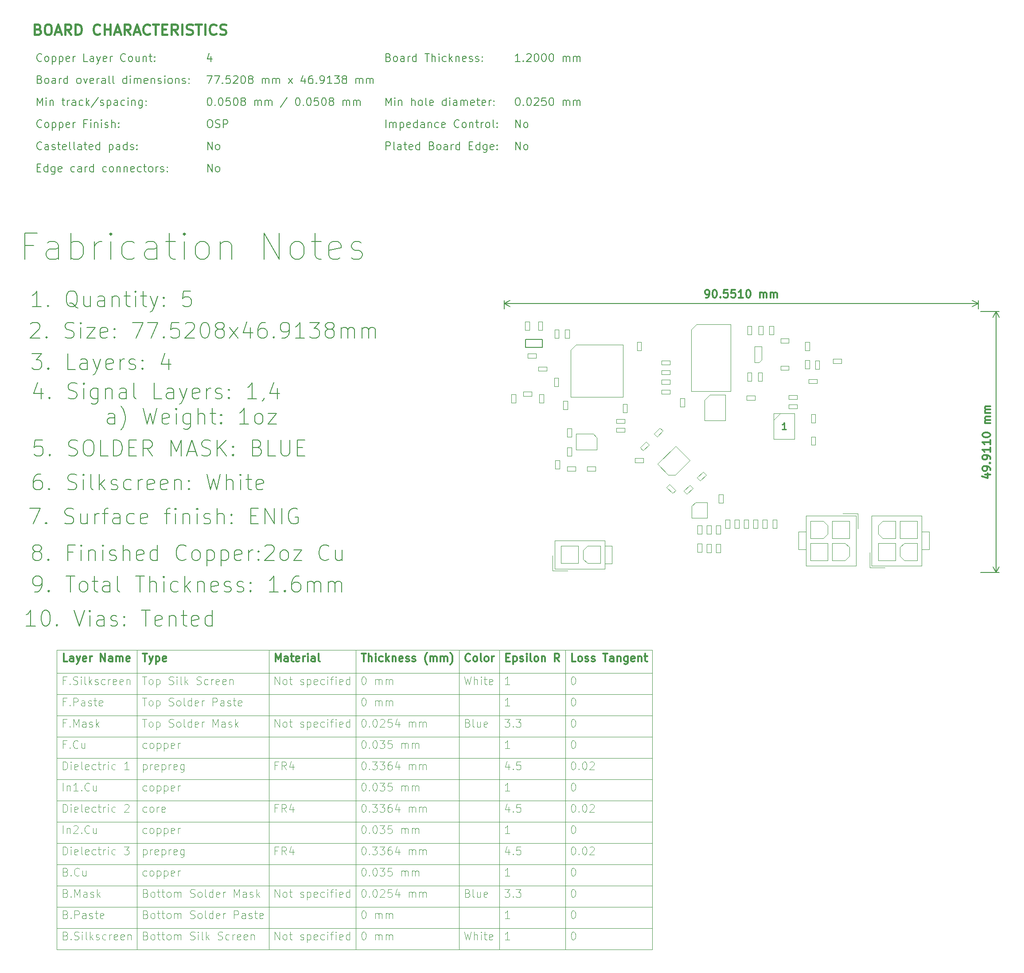
<source format=gbr>
%TF.GenerationSoftware,KiCad,Pcbnew,(6.0.11)*%
%TF.CreationDate,2023-07-03T20:40:42+10:00*%
%TF.ProjectId,LV_MASTER_A_SAMPLE,4c565f4d-4153-4544-9552-5f415f53414d,1*%
%TF.SameCoordinates,Original*%
%TF.FileFunction,AssemblyDrawing,Top*%
%FSLAX46Y46*%
G04 Gerber Fmt 4.6, Leading zero omitted, Abs format (unit mm)*
G04 Created by KiCad (PCBNEW (6.0.11)) date 2023-07-03 20:40:42*
%MOMM*%
%LPD*%
G01*
G04 APERTURE LIST*
%ADD10C,0.100000*%
%ADD11C,0.300000*%
%ADD12C,0.150000*%
%ADD13C,0.200000*%
%ADD14C,0.400000*%
%ADD15C,0.254000*%
G04 APERTURE END LIST*
D10*
X121128571Y-137000000D02*
X121128571Y-194210000D01*
X81085715Y-137000000D02*
X81085715Y-194210000D01*
X39314286Y-137000000D02*
X39314286Y-194210000D01*
X137785714Y-137000000D02*
X137785714Y-194210000D01*
X24000000Y-173885000D02*
X137785714Y-173885000D01*
X24000000Y-165755000D02*
X137785714Y-165755000D01*
X24000000Y-194210000D02*
X137785714Y-194210000D01*
X100814286Y-137000000D02*
X100814286Y-194210000D01*
X24000000Y-145430000D02*
X137785714Y-145430000D01*
X24000000Y-141365000D02*
X137785714Y-141365000D01*
X24000000Y-161690000D02*
X137785714Y-161690000D01*
X24000000Y-177950000D02*
X137785714Y-177950000D01*
X24000000Y-137000000D02*
X24000000Y-194210000D01*
X108542857Y-137000000D02*
X108542857Y-194210000D01*
X24000000Y-186080000D02*
X137785714Y-186080000D01*
X64485715Y-137000000D02*
X64485715Y-194210000D01*
X24000000Y-153560000D02*
X137785714Y-153560000D01*
X24000000Y-190145000D02*
X137785714Y-190145000D01*
X24000000Y-169820000D02*
X137785714Y-169820000D01*
X24000000Y-149495000D02*
X137785714Y-149495000D01*
X24000000Y-137000000D02*
X137785714Y-137000000D01*
X24000000Y-182015000D02*
X137785714Y-182015000D01*
X24000000Y-157625000D02*
X137785714Y-157625000D01*
D11*
X65787857Y-139178571D02*
X65787857Y-137678571D01*
X66287857Y-138750000D01*
X66787857Y-137678571D01*
X66787857Y-139178571D01*
X68145000Y-139178571D02*
X68145000Y-138392857D01*
X68073572Y-138250000D01*
X67930715Y-138178571D01*
X67645000Y-138178571D01*
X67502143Y-138250000D01*
X68145000Y-139107142D02*
X68002143Y-139178571D01*
X67645000Y-139178571D01*
X67502143Y-139107142D01*
X67430715Y-138964285D01*
X67430715Y-138821428D01*
X67502143Y-138678571D01*
X67645000Y-138607142D01*
X68002143Y-138607142D01*
X68145000Y-138535714D01*
X68645000Y-138178571D02*
X69216429Y-138178571D01*
X68859286Y-137678571D02*
X68859286Y-138964285D01*
X68930715Y-139107142D01*
X69073572Y-139178571D01*
X69216429Y-139178571D01*
X70287857Y-139107142D02*
X70145000Y-139178571D01*
X69859286Y-139178571D01*
X69716429Y-139107142D01*
X69645000Y-138964285D01*
X69645000Y-138392857D01*
X69716429Y-138250000D01*
X69859286Y-138178571D01*
X70145000Y-138178571D01*
X70287857Y-138250000D01*
X70359286Y-138392857D01*
X70359286Y-138535714D01*
X69645000Y-138678571D01*
X71002143Y-139178571D02*
X71002143Y-138178571D01*
X71002143Y-138464285D02*
X71073572Y-138321428D01*
X71145000Y-138250000D01*
X71287857Y-138178571D01*
X71430715Y-138178571D01*
X71930715Y-139178571D02*
X71930715Y-138178571D01*
X71930715Y-137678571D02*
X71859286Y-137750000D01*
X71930715Y-137821428D01*
X72002143Y-137750000D01*
X71930715Y-137678571D01*
X71930715Y-137821428D01*
X73287857Y-139178571D02*
X73287857Y-138392857D01*
X73216429Y-138250000D01*
X73073572Y-138178571D01*
X72787857Y-138178571D01*
X72645000Y-138250000D01*
X73287857Y-139107142D02*
X73145000Y-139178571D01*
X72787857Y-139178571D01*
X72645000Y-139107142D01*
X72573572Y-138964285D01*
X72573572Y-138821428D01*
X72645000Y-138678571D01*
X72787857Y-138607142D01*
X73145000Y-138607142D01*
X73287857Y-138535714D01*
X74216429Y-139178571D02*
X74073572Y-139107142D01*
X74002143Y-138964285D01*
X74002143Y-137678571D01*
D12*
X19714285Y-125857142D02*
X20285714Y-125857142D01*
X20571428Y-125714285D01*
X20714285Y-125571428D01*
X21000000Y-125142857D01*
X21142857Y-124571428D01*
X21142857Y-123428571D01*
X21000000Y-123142857D01*
X20857142Y-123000000D01*
X20571428Y-122857142D01*
X20000000Y-122857142D01*
X19714285Y-123000000D01*
X19571428Y-123142857D01*
X19428571Y-123428571D01*
X19428571Y-124142857D01*
X19571428Y-124428571D01*
X19714285Y-124571428D01*
X20000000Y-124714285D01*
X20571428Y-124714285D01*
X20857142Y-124571428D01*
X21000000Y-124428571D01*
X21142857Y-124142857D01*
X22428571Y-125571428D02*
X22571428Y-125714285D01*
X22428571Y-125857142D01*
X22285714Y-125714285D01*
X22428571Y-125571428D01*
X22428571Y-125857142D01*
X25714285Y-122857142D02*
X27428571Y-122857142D01*
X26571428Y-125857142D02*
X26571428Y-122857142D01*
X28857142Y-125857142D02*
X28571428Y-125714285D01*
X28428571Y-125571428D01*
X28285714Y-125285714D01*
X28285714Y-124428571D01*
X28428571Y-124142857D01*
X28571428Y-124000000D01*
X28857142Y-123857142D01*
X29285714Y-123857142D01*
X29571428Y-124000000D01*
X29714285Y-124142857D01*
X29857142Y-124428571D01*
X29857142Y-125285714D01*
X29714285Y-125571428D01*
X29571428Y-125714285D01*
X29285714Y-125857142D01*
X28857142Y-125857142D01*
X30714285Y-123857142D02*
X31857142Y-123857142D01*
X31142857Y-122857142D02*
X31142857Y-125428571D01*
X31285714Y-125714285D01*
X31571428Y-125857142D01*
X31857142Y-125857142D01*
X34142857Y-125857142D02*
X34142857Y-124285714D01*
X34000000Y-124000000D01*
X33714285Y-123857142D01*
X33142857Y-123857142D01*
X32857142Y-124000000D01*
X34142857Y-125714285D02*
X33857142Y-125857142D01*
X33142857Y-125857142D01*
X32857142Y-125714285D01*
X32714285Y-125428571D01*
X32714285Y-125142857D01*
X32857142Y-124857142D01*
X33142857Y-124714285D01*
X33857142Y-124714285D01*
X34142857Y-124571428D01*
X36000000Y-125857142D02*
X35714285Y-125714285D01*
X35571428Y-125428571D01*
X35571428Y-122857142D01*
X39000000Y-122857142D02*
X40714285Y-122857142D01*
X39857142Y-125857142D02*
X39857142Y-122857142D01*
X41714285Y-125857142D02*
X41714285Y-122857142D01*
X43000000Y-125857142D02*
X43000000Y-124285714D01*
X42857142Y-124000000D01*
X42571428Y-123857142D01*
X42142857Y-123857142D01*
X41857142Y-124000000D01*
X41714285Y-124142857D01*
X44428571Y-125857142D02*
X44428571Y-123857142D01*
X44428571Y-122857142D02*
X44285714Y-123000000D01*
X44428571Y-123142857D01*
X44571428Y-123000000D01*
X44428571Y-122857142D01*
X44428571Y-123142857D01*
X47142857Y-125714285D02*
X46857142Y-125857142D01*
X46285714Y-125857142D01*
X46000000Y-125714285D01*
X45857142Y-125571428D01*
X45714285Y-125285714D01*
X45714285Y-124428571D01*
X45857142Y-124142857D01*
X46000000Y-124000000D01*
X46285714Y-123857142D01*
X46857142Y-123857142D01*
X47142857Y-124000000D01*
X48428571Y-125857142D02*
X48428571Y-122857142D01*
X48714285Y-124714285D02*
X49571428Y-125857142D01*
X49571428Y-123857142D02*
X48428571Y-125000000D01*
X50857142Y-123857142D02*
X50857142Y-125857142D01*
X50857142Y-124142857D02*
X51000000Y-124000000D01*
X51285714Y-123857142D01*
X51714285Y-123857142D01*
X52000000Y-124000000D01*
X52142857Y-124285714D01*
X52142857Y-125857142D01*
X54714285Y-125714285D02*
X54428571Y-125857142D01*
X53857142Y-125857142D01*
X53571428Y-125714285D01*
X53428571Y-125428571D01*
X53428571Y-124285714D01*
X53571428Y-124000000D01*
X53857142Y-123857142D01*
X54428571Y-123857142D01*
X54714285Y-124000000D01*
X54857142Y-124285714D01*
X54857142Y-124571428D01*
X53428571Y-124857142D01*
X56000000Y-125714285D02*
X56285714Y-125857142D01*
X56857142Y-125857142D01*
X57142857Y-125714285D01*
X57285714Y-125428571D01*
X57285714Y-125285714D01*
X57142857Y-125000000D01*
X56857142Y-124857142D01*
X56428571Y-124857142D01*
X56142857Y-124714285D01*
X56000000Y-124428571D01*
X56000000Y-124285714D01*
X56142857Y-124000000D01*
X56428571Y-123857142D01*
X56857142Y-123857142D01*
X57142857Y-124000000D01*
X58428571Y-125714285D02*
X58714285Y-125857142D01*
X59285714Y-125857142D01*
X59571428Y-125714285D01*
X59714285Y-125428571D01*
X59714285Y-125285714D01*
X59571428Y-125000000D01*
X59285714Y-124857142D01*
X58857142Y-124857142D01*
X58571428Y-124714285D01*
X58428571Y-124428571D01*
X58428571Y-124285714D01*
X58571428Y-124000000D01*
X58857142Y-123857142D01*
X59285714Y-123857142D01*
X59571428Y-124000000D01*
X61000000Y-125571428D02*
X61142857Y-125714285D01*
X61000000Y-125857142D01*
X60857142Y-125714285D01*
X61000000Y-125571428D01*
X61000000Y-125857142D01*
X61000000Y-124000000D02*
X61142857Y-124142857D01*
X61000000Y-124285714D01*
X60857142Y-124142857D01*
X61000000Y-124000000D01*
X61000000Y-124285714D01*
X66285714Y-125857142D02*
X64571428Y-125857142D01*
X65428571Y-125857142D02*
X65428571Y-122857142D01*
X65142857Y-123285714D01*
X64857142Y-123571428D01*
X64571428Y-123714285D01*
X67571428Y-125571428D02*
X67714285Y-125714285D01*
X67571428Y-125857142D01*
X67428571Y-125714285D01*
X67571428Y-125571428D01*
X67571428Y-125857142D01*
X70285714Y-122857142D02*
X69714285Y-122857142D01*
X69428571Y-123000000D01*
X69285714Y-123142857D01*
X69000000Y-123571428D01*
X68857142Y-124142857D01*
X68857142Y-125285714D01*
X69000000Y-125571428D01*
X69142857Y-125714285D01*
X69428571Y-125857142D01*
X70000000Y-125857142D01*
X70285714Y-125714285D01*
X70428571Y-125571428D01*
X70571428Y-125285714D01*
X70571428Y-124571428D01*
X70428571Y-124285714D01*
X70285714Y-124142857D01*
X70000000Y-124000000D01*
X69428571Y-124000000D01*
X69142857Y-124142857D01*
X69000000Y-124285714D01*
X68857142Y-124571428D01*
X71857142Y-125857142D02*
X71857142Y-123857142D01*
X71857142Y-124142857D02*
X72000000Y-124000000D01*
X72285714Y-123857142D01*
X72714285Y-123857142D01*
X73000000Y-124000000D01*
X73142857Y-124285714D01*
X73142857Y-125857142D01*
X73142857Y-124285714D02*
X73285714Y-124000000D01*
X73571428Y-123857142D01*
X74000000Y-123857142D01*
X74285714Y-124000000D01*
X74428571Y-124285714D01*
X74428571Y-125857142D01*
X75857142Y-125857142D02*
X75857142Y-123857142D01*
X75857142Y-124142857D02*
X76000000Y-124000000D01*
X76285714Y-123857142D01*
X76714285Y-123857142D01*
X77000000Y-124000000D01*
X77142857Y-124285714D01*
X77142857Y-125857142D01*
X77142857Y-124285714D02*
X77285714Y-124000000D01*
X77571428Y-123857142D01*
X78000000Y-123857142D01*
X78285714Y-124000000D01*
X78428571Y-124285714D01*
X78428571Y-125857142D01*
D10*
X40272143Y-150173571D02*
X41129286Y-150173571D01*
X40700714Y-151673571D02*
X40700714Y-150173571D01*
X41843571Y-151673571D02*
X41700714Y-151602142D01*
X41629286Y-151530714D01*
X41557857Y-151387857D01*
X41557857Y-150959285D01*
X41629286Y-150816428D01*
X41700714Y-150745000D01*
X41843571Y-150673571D01*
X42057857Y-150673571D01*
X42200714Y-150745000D01*
X42272143Y-150816428D01*
X42343571Y-150959285D01*
X42343571Y-151387857D01*
X42272143Y-151530714D01*
X42200714Y-151602142D01*
X42057857Y-151673571D01*
X41843571Y-151673571D01*
X42986428Y-150673571D02*
X42986428Y-152173571D01*
X42986428Y-150745000D02*
X43129286Y-150673571D01*
X43415000Y-150673571D01*
X43557857Y-150745000D01*
X43629286Y-150816428D01*
X43700714Y-150959285D01*
X43700714Y-151387857D01*
X43629286Y-151530714D01*
X43557857Y-151602142D01*
X43415000Y-151673571D01*
X43129286Y-151673571D01*
X42986428Y-151602142D01*
X45415000Y-151602142D02*
X45629286Y-151673571D01*
X45986428Y-151673571D01*
X46129286Y-151602142D01*
X46200714Y-151530714D01*
X46272143Y-151387857D01*
X46272143Y-151245000D01*
X46200714Y-151102142D01*
X46129286Y-151030714D01*
X45986428Y-150959285D01*
X45700714Y-150887857D01*
X45557857Y-150816428D01*
X45486428Y-150745000D01*
X45415000Y-150602142D01*
X45415000Y-150459285D01*
X45486428Y-150316428D01*
X45557857Y-150245000D01*
X45700714Y-150173571D01*
X46057857Y-150173571D01*
X46272143Y-150245000D01*
X47129286Y-151673571D02*
X46986428Y-151602142D01*
X46915000Y-151530714D01*
X46843571Y-151387857D01*
X46843571Y-150959285D01*
X46915000Y-150816428D01*
X46986428Y-150745000D01*
X47129286Y-150673571D01*
X47343571Y-150673571D01*
X47486428Y-150745000D01*
X47557857Y-150816428D01*
X47629286Y-150959285D01*
X47629286Y-151387857D01*
X47557857Y-151530714D01*
X47486428Y-151602142D01*
X47343571Y-151673571D01*
X47129286Y-151673571D01*
X48486428Y-151673571D02*
X48343571Y-151602142D01*
X48272143Y-151459285D01*
X48272143Y-150173571D01*
X49700714Y-151673571D02*
X49700714Y-150173571D01*
X49700714Y-151602142D02*
X49557857Y-151673571D01*
X49272143Y-151673571D01*
X49129286Y-151602142D01*
X49057857Y-151530714D01*
X48986428Y-151387857D01*
X48986428Y-150959285D01*
X49057857Y-150816428D01*
X49129286Y-150745000D01*
X49272143Y-150673571D01*
X49557857Y-150673571D01*
X49700714Y-150745000D01*
X50986428Y-151602142D02*
X50843571Y-151673571D01*
X50557857Y-151673571D01*
X50415000Y-151602142D01*
X50343571Y-151459285D01*
X50343571Y-150887857D01*
X50415000Y-150745000D01*
X50557857Y-150673571D01*
X50843571Y-150673571D01*
X50986428Y-150745000D01*
X51057857Y-150887857D01*
X51057857Y-151030714D01*
X50343571Y-151173571D01*
X51700714Y-151673571D02*
X51700714Y-150673571D01*
X51700714Y-150959285D02*
X51772143Y-150816428D01*
X51843571Y-150745000D01*
X51986428Y-150673571D01*
X52129286Y-150673571D01*
X53772143Y-151673571D02*
X53772143Y-150173571D01*
X54272143Y-151245000D01*
X54772143Y-150173571D01*
X54772143Y-151673571D01*
X56129286Y-151673571D02*
X56129286Y-150887857D01*
X56057857Y-150745000D01*
X55915000Y-150673571D01*
X55629286Y-150673571D01*
X55486428Y-150745000D01*
X56129286Y-151602142D02*
X55986428Y-151673571D01*
X55629286Y-151673571D01*
X55486428Y-151602142D01*
X55415000Y-151459285D01*
X55415000Y-151316428D01*
X55486428Y-151173571D01*
X55629286Y-151102142D01*
X55986428Y-151102142D01*
X56129286Y-151030714D01*
X56772143Y-151602142D02*
X56915000Y-151673571D01*
X57200714Y-151673571D01*
X57343571Y-151602142D01*
X57415000Y-151459285D01*
X57415000Y-151387857D01*
X57343571Y-151245000D01*
X57200714Y-151173571D01*
X56986428Y-151173571D01*
X56843571Y-151102142D01*
X56772143Y-150959285D01*
X56772143Y-150887857D01*
X56843571Y-150745000D01*
X56986428Y-150673571D01*
X57200714Y-150673571D01*
X57343571Y-150745000D01*
X58057857Y-151673571D02*
X58057857Y-150173571D01*
X58200714Y-151102142D02*
X58629286Y-151673571D01*
X58629286Y-150673571D02*
X58057857Y-151245000D01*
D13*
X111980000Y-31428571D02*
X112122857Y-31428571D01*
X112265714Y-31500000D01*
X112337143Y-31571428D01*
X112408571Y-31714285D01*
X112480000Y-32000000D01*
X112480000Y-32357142D01*
X112408571Y-32642857D01*
X112337143Y-32785714D01*
X112265714Y-32857142D01*
X112122857Y-32928571D01*
X111980000Y-32928571D01*
X111837143Y-32857142D01*
X111765714Y-32785714D01*
X111694285Y-32642857D01*
X111622857Y-32357142D01*
X111622857Y-32000000D01*
X111694285Y-31714285D01*
X111765714Y-31571428D01*
X111837143Y-31500000D01*
X111980000Y-31428571D01*
X113122857Y-32785714D02*
X113194285Y-32857142D01*
X113122857Y-32928571D01*
X113051428Y-32857142D01*
X113122857Y-32785714D01*
X113122857Y-32928571D01*
X114122857Y-31428571D02*
X114265714Y-31428571D01*
X114408571Y-31500000D01*
X114480000Y-31571428D01*
X114551428Y-31714285D01*
X114622857Y-32000000D01*
X114622857Y-32357142D01*
X114551428Y-32642857D01*
X114480000Y-32785714D01*
X114408571Y-32857142D01*
X114265714Y-32928571D01*
X114122857Y-32928571D01*
X113980000Y-32857142D01*
X113908571Y-32785714D01*
X113837143Y-32642857D01*
X113765714Y-32357142D01*
X113765714Y-32000000D01*
X113837143Y-31714285D01*
X113908571Y-31571428D01*
X113980000Y-31500000D01*
X114122857Y-31428571D01*
X115194285Y-31571428D02*
X115265714Y-31500000D01*
X115408571Y-31428571D01*
X115765714Y-31428571D01*
X115908571Y-31500000D01*
X115980000Y-31571428D01*
X116051428Y-31714285D01*
X116051428Y-31857142D01*
X115980000Y-32071428D01*
X115122857Y-32928571D01*
X116051428Y-32928571D01*
X117408571Y-31428571D02*
X116694285Y-31428571D01*
X116622857Y-32142857D01*
X116694285Y-32071428D01*
X116837143Y-32000000D01*
X117194285Y-32000000D01*
X117337143Y-32071428D01*
X117408571Y-32142857D01*
X117480000Y-32285714D01*
X117480000Y-32642857D01*
X117408571Y-32785714D01*
X117337143Y-32857142D01*
X117194285Y-32928571D01*
X116837143Y-32928571D01*
X116694285Y-32857142D01*
X116622857Y-32785714D01*
X118408571Y-31428571D02*
X118551428Y-31428571D01*
X118694285Y-31500000D01*
X118765714Y-31571428D01*
X118837143Y-31714285D01*
X118908571Y-32000000D01*
X118908571Y-32357142D01*
X118837143Y-32642857D01*
X118765714Y-32785714D01*
X118694285Y-32857142D01*
X118551428Y-32928571D01*
X118408571Y-32928571D01*
X118265714Y-32857142D01*
X118194285Y-32785714D01*
X118122857Y-32642857D01*
X118051428Y-32357142D01*
X118051428Y-32000000D01*
X118122857Y-31714285D01*
X118194285Y-31571428D01*
X118265714Y-31500000D01*
X118408571Y-31428571D01*
X120694285Y-32928571D02*
X120694285Y-31928571D01*
X120694285Y-32071428D02*
X120765714Y-32000000D01*
X120908571Y-31928571D01*
X121122857Y-31928571D01*
X121265714Y-32000000D01*
X121337143Y-32142857D01*
X121337143Y-32928571D01*
X121337143Y-32142857D02*
X121408571Y-32000000D01*
X121551428Y-31928571D01*
X121765714Y-31928571D01*
X121908571Y-32000000D01*
X121980000Y-32142857D01*
X121980000Y-32928571D01*
X122694285Y-32928571D02*
X122694285Y-31928571D01*
X122694285Y-32071428D02*
X122765714Y-32000000D01*
X122908571Y-31928571D01*
X123122857Y-31928571D01*
X123265714Y-32000000D01*
X123337143Y-32142857D01*
X123337143Y-32928571D01*
X123337143Y-32142857D02*
X123408571Y-32000000D01*
X123551428Y-31928571D01*
X123765714Y-31928571D01*
X123908571Y-32000000D01*
X123980000Y-32142857D01*
X123980000Y-32928571D01*
D10*
X82543572Y-174563571D02*
X82686429Y-174563571D01*
X82829286Y-174635000D01*
X82900715Y-174706428D01*
X82972143Y-174849285D01*
X83043572Y-175135000D01*
X83043572Y-175492142D01*
X82972143Y-175777857D01*
X82900715Y-175920714D01*
X82829286Y-175992142D01*
X82686429Y-176063571D01*
X82543572Y-176063571D01*
X82400715Y-175992142D01*
X82329286Y-175920714D01*
X82257857Y-175777857D01*
X82186429Y-175492142D01*
X82186429Y-175135000D01*
X82257857Y-174849285D01*
X82329286Y-174706428D01*
X82400715Y-174635000D01*
X82543572Y-174563571D01*
X83686429Y-175920714D02*
X83757857Y-175992142D01*
X83686429Y-176063571D01*
X83615000Y-175992142D01*
X83686429Y-175920714D01*
X83686429Y-176063571D01*
X84257857Y-174563571D02*
X85186429Y-174563571D01*
X84686429Y-175135000D01*
X84900715Y-175135000D01*
X85043572Y-175206428D01*
X85115000Y-175277857D01*
X85186429Y-175420714D01*
X85186429Y-175777857D01*
X85115000Y-175920714D01*
X85043572Y-175992142D01*
X84900715Y-176063571D01*
X84472143Y-176063571D01*
X84329286Y-175992142D01*
X84257857Y-175920714D01*
X85686429Y-174563571D02*
X86615000Y-174563571D01*
X86115000Y-175135000D01*
X86329286Y-175135000D01*
X86472143Y-175206428D01*
X86543572Y-175277857D01*
X86615000Y-175420714D01*
X86615000Y-175777857D01*
X86543572Y-175920714D01*
X86472143Y-175992142D01*
X86329286Y-176063571D01*
X85900715Y-176063571D01*
X85757857Y-175992142D01*
X85686429Y-175920714D01*
X87900715Y-174563571D02*
X87615000Y-174563571D01*
X87472143Y-174635000D01*
X87400715Y-174706428D01*
X87257857Y-174920714D01*
X87186429Y-175206428D01*
X87186429Y-175777857D01*
X87257857Y-175920714D01*
X87329286Y-175992142D01*
X87472143Y-176063571D01*
X87757857Y-176063571D01*
X87900715Y-175992142D01*
X87972143Y-175920714D01*
X88043572Y-175777857D01*
X88043572Y-175420714D01*
X87972143Y-175277857D01*
X87900715Y-175206428D01*
X87757857Y-175135000D01*
X87472143Y-175135000D01*
X87329286Y-175206428D01*
X87257857Y-175277857D01*
X87186429Y-175420714D01*
X89329286Y-175063571D02*
X89329286Y-176063571D01*
X88972143Y-174492142D02*
X88615000Y-175563571D01*
X89543572Y-175563571D01*
X91257857Y-176063571D02*
X91257857Y-175063571D01*
X91257857Y-175206428D02*
X91329286Y-175135000D01*
X91472143Y-175063571D01*
X91686429Y-175063571D01*
X91829286Y-175135000D01*
X91900715Y-175277857D01*
X91900715Y-176063571D01*
X91900715Y-175277857D02*
X91972143Y-175135000D01*
X92115000Y-175063571D01*
X92329286Y-175063571D01*
X92472143Y-175135000D01*
X92543572Y-175277857D01*
X92543572Y-176063571D01*
X93257857Y-176063571D02*
X93257857Y-175063571D01*
X93257857Y-175206428D02*
X93329286Y-175135000D01*
X93472143Y-175063571D01*
X93686429Y-175063571D01*
X93829286Y-175135000D01*
X93900715Y-175277857D01*
X93900715Y-176063571D01*
X93900715Y-175277857D02*
X93972143Y-175135000D01*
X94115000Y-175063571D01*
X94329286Y-175063571D01*
X94472143Y-175135000D01*
X94543572Y-175277857D01*
X94543572Y-176063571D01*
D13*
X52794285Y-41358571D02*
X52794285Y-39858571D01*
X53651428Y-41358571D01*
X53651428Y-39858571D01*
X54580000Y-41358571D02*
X54437143Y-41287142D01*
X54365714Y-41215714D01*
X54294285Y-41072857D01*
X54294285Y-40644285D01*
X54365714Y-40501428D01*
X54437143Y-40430000D01*
X54580000Y-40358571D01*
X54794285Y-40358571D01*
X54937143Y-40430000D01*
X55008571Y-40501428D01*
X55080000Y-40644285D01*
X55080000Y-41072857D01*
X55008571Y-41215714D01*
X54937143Y-41287142D01*
X54794285Y-41358571D01*
X54580000Y-41358571D01*
D12*
X21214285Y-96857142D02*
X19785714Y-96857142D01*
X19642857Y-98285714D01*
X19785714Y-98142857D01*
X20071428Y-98000000D01*
X20785714Y-98000000D01*
X21071428Y-98142857D01*
X21214285Y-98285714D01*
X21357142Y-98571428D01*
X21357142Y-99285714D01*
X21214285Y-99571428D01*
X21071428Y-99714285D01*
X20785714Y-99857142D01*
X20071428Y-99857142D01*
X19785714Y-99714285D01*
X19642857Y-99571428D01*
X22642857Y-99571428D02*
X22785714Y-99714285D01*
X22642857Y-99857142D01*
X22500000Y-99714285D01*
X22642857Y-99571428D01*
X22642857Y-99857142D01*
X26214285Y-99714285D02*
X26642857Y-99857142D01*
X27357142Y-99857142D01*
X27642857Y-99714285D01*
X27785714Y-99571428D01*
X27928571Y-99285714D01*
X27928571Y-99000000D01*
X27785714Y-98714285D01*
X27642857Y-98571428D01*
X27357142Y-98428571D01*
X26785714Y-98285714D01*
X26500000Y-98142857D01*
X26357142Y-98000000D01*
X26214285Y-97714285D01*
X26214285Y-97428571D01*
X26357142Y-97142857D01*
X26500000Y-97000000D01*
X26785714Y-96857142D01*
X27500000Y-96857142D01*
X27928571Y-97000000D01*
X29785714Y-96857142D02*
X30357142Y-96857142D01*
X30642857Y-97000000D01*
X30928571Y-97285714D01*
X31071428Y-97857142D01*
X31071428Y-98857142D01*
X30928571Y-99428571D01*
X30642857Y-99714285D01*
X30357142Y-99857142D01*
X29785714Y-99857142D01*
X29500000Y-99714285D01*
X29214285Y-99428571D01*
X29071428Y-98857142D01*
X29071428Y-97857142D01*
X29214285Y-97285714D01*
X29500000Y-97000000D01*
X29785714Y-96857142D01*
X33785714Y-99857142D02*
X32357142Y-99857142D01*
X32357142Y-96857142D01*
X34785714Y-99857142D02*
X34785714Y-96857142D01*
X35500000Y-96857142D01*
X35928571Y-97000000D01*
X36214285Y-97285714D01*
X36357142Y-97571428D01*
X36500000Y-98142857D01*
X36500000Y-98571428D01*
X36357142Y-99142857D01*
X36214285Y-99428571D01*
X35928571Y-99714285D01*
X35500000Y-99857142D01*
X34785714Y-99857142D01*
X37785714Y-98285714D02*
X38785714Y-98285714D01*
X39214285Y-99857142D02*
X37785714Y-99857142D01*
X37785714Y-96857142D01*
X39214285Y-96857142D01*
X42214285Y-99857142D02*
X41214285Y-98428571D01*
X40500000Y-99857142D02*
X40500000Y-96857142D01*
X41642857Y-96857142D01*
X41928571Y-97000000D01*
X42071428Y-97142857D01*
X42214285Y-97428571D01*
X42214285Y-97857142D01*
X42071428Y-98142857D01*
X41928571Y-98285714D01*
X41642857Y-98428571D01*
X40500000Y-98428571D01*
X45785714Y-99857142D02*
X45785714Y-96857142D01*
X46785714Y-99000000D01*
X47785714Y-96857142D01*
X47785714Y-99857142D01*
X49071428Y-99000000D02*
X50500000Y-99000000D01*
X48785714Y-99857142D02*
X49785714Y-96857142D01*
X50785714Y-99857142D01*
X51642857Y-99714285D02*
X52071428Y-99857142D01*
X52785714Y-99857142D01*
X53071428Y-99714285D01*
X53214285Y-99571428D01*
X53357142Y-99285714D01*
X53357142Y-99000000D01*
X53214285Y-98714285D01*
X53071428Y-98571428D01*
X52785714Y-98428571D01*
X52214285Y-98285714D01*
X51928571Y-98142857D01*
X51785714Y-98000000D01*
X51642857Y-97714285D01*
X51642857Y-97428571D01*
X51785714Y-97142857D01*
X51928571Y-97000000D01*
X52214285Y-96857142D01*
X52928571Y-96857142D01*
X53357142Y-97000000D01*
X54642857Y-99857142D02*
X54642857Y-96857142D01*
X56357142Y-99857142D02*
X55071428Y-98142857D01*
X56357142Y-96857142D02*
X54642857Y-98571428D01*
X57642857Y-99571428D02*
X57785714Y-99714285D01*
X57642857Y-99857142D01*
X57500000Y-99714285D01*
X57642857Y-99571428D01*
X57642857Y-99857142D01*
X57642857Y-98000000D02*
X57785714Y-98142857D01*
X57642857Y-98285714D01*
X57500000Y-98142857D01*
X57642857Y-98000000D01*
X57642857Y-98285714D01*
X62357142Y-98285714D02*
X62785714Y-98428571D01*
X62928571Y-98571428D01*
X63071428Y-98857142D01*
X63071428Y-99285714D01*
X62928571Y-99571428D01*
X62785714Y-99714285D01*
X62499999Y-99857142D01*
X61357142Y-99857142D01*
X61357142Y-96857142D01*
X62357142Y-96857142D01*
X62642857Y-97000000D01*
X62785714Y-97142857D01*
X62928571Y-97428571D01*
X62928571Y-97714285D01*
X62785714Y-98000000D01*
X62642857Y-98142857D01*
X62357142Y-98285714D01*
X61357142Y-98285714D01*
X65785714Y-99857142D02*
X64357142Y-99857142D01*
X64357142Y-96857142D01*
X66785714Y-96857142D02*
X66785714Y-99285714D01*
X66928571Y-99571428D01*
X67071428Y-99714285D01*
X67357142Y-99857142D01*
X67928571Y-99857142D01*
X68214285Y-99714285D01*
X68357142Y-99571428D01*
X68499999Y-99285714D01*
X68499999Y-96857142D01*
X69928571Y-98285714D02*
X70928571Y-98285714D01*
X71357142Y-99857142D02*
X69928571Y-99857142D01*
X69928571Y-96857142D01*
X71357142Y-96857142D01*
D10*
X66157857Y-159017857D02*
X65657857Y-159017857D01*
X65657857Y-159803571D02*
X65657857Y-158303571D01*
X66372143Y-158303571D01*
X67800715Y-159803571D02*
X67300715Y-159089285D01*
X66943572Y-159803571D02*
X66943572Y-158303571D01*
X67515000Y-158303571D01*
X67657857Y-158375000D01*
X67729286Y-158446428D01*
X67800715Y-158589285D01*
X67800715Y-158803571D01*
X67729286Y-158946428D01*
X67657857Y-159017857D01*
X67515000Y-159089285D01*
X66943572Y-159089285D01*
X69086429Y-158803571D02*
X69086429Y-159803571D01*
X68729286Y-158232142D02*
X68372143Y-159303571D01*
X69300715Y-159303571D01*
X25672142Y-142757857D02*
X25172142Y-142757857D01*
X25172142Y-143543571D02*
X25172142Y-142043571D01*
X25886428Y-142043571D01*
X26457857Y-143400714D02*
X26529285Y-143472142D01*
X26457857Y-143543571D01*
X26386428Y-143472142D01*
X26457857Y-143400714D01*
X26457857Y-143543571D01*
X27100714Y-143472142D02*
X27315000Y-143543571D01*
X27672142Y-143543571D01*
X27815000Y-143472142D01*
X27886428Y-143400714D01*
X27957857Y-143257857D01*
X27957857Y-143115000D01*
X27886428Y-142972142D01*
X27815000Y-142900714D01*
X27672142Y-142829285D01*
X27386428Y-142757857D01*
X27243571Y-142686428D01*
X27172142Y-142615000D01*
X27100714Y-142472142D01*
X27100714Y-142329285D01*
X27172142Y-142186428D01*
X27243571Y-142115000D01*
X27386428Y-142043571D01*
X27743571Y-142043571D01*
X27957857Y-142115000D01*
X28600714Y-143543571D02*
X28600714Y-142543571D01*
X28600714Y-142043571D02*
X28529285Y-142115000D01*
X28600714Y-142186428D01*
X28672142Y-142115000D01*
X28600714Y-142043571D01*
X28600714Y-142186428D01*
X29529285Y-143543571D02*
X29386428Y-143472142D01*
X29315000Y-143329285D01*
X29315000Y-142043571D01*
X30100714Y-143543571D02*
X30100714Y-142043571D01*
X30243571Y-142972142D02*
X30672142Y-143543571D01*
X30672142Y-142543571D02*
X30100714Y-143115000D01*
X31243571Y-143472142D02*
X31386428Y-143543571D01*
X31672142Y-143543571D01*
X31815000Y-143472142D01*
X31886428Y-143329285D01*
X31886428Y-143257857D01*
X31815000Y-143115000D01*
X31672142Y-143043571D01*
X31457857Y-143043571D01*
X31315000Y-142972142D01*
X31243571Y-142829285D01*
X31243571Y-142757857D01*
X31315000Y-142615000D01*
X31457857Y-142543571D01*
X31672142Y-142543571D01*
X31815000Y-142615000D01*
X33172142Y-143472142D02*
X33029285Y-143543571D01*
X32743571Y-143543571D01*
X32600714Y-143472142D01*
X32529285Y-143400714D01*
X32457857Y-143257857D01*
X32457857Y-142829285D01*
X32529285Y-142686428D01*
X32600714Y-142615000D01*
X32743571Y-142543571D01*
X33029285Y-142543571D01*
X33172142Y-142615000D01*
X33815000Y-143543571D02*
X33815000Y-142543571D01*
X33815000Y-142829285D02*
X33886428Y-142686428D01*
X33957857Y-142615000D01*
X34100714Y-142543571D01*
X34243571Y-142543571D01*
X35315000Y-143472142D02*
X35172142Y-143543571D01*
X34886428Y-143543571D01*
X34743571Y-143472142D01*
X34672142Y-143329285D01*
X34672142Y-142757857D01*
X34743571Y-142615000D01*
X34886428Y-142543571D01*
X35172142Y-142543571D01*
X35315000Y-142615000D01*
X35386428Y-142757857D01*
X35386428Y-142900714D01*
X34672142Y-143043571D01*
X36600714Y-143472142D02*
X36457857Y-143543571D01*
X36172142Y-143543571D01*
X36029285Y-143472142D01*
X35957857Y-143329285D01*
X35957857Y-142757857D01*
X36029285Y-142615000D01*
X36172142Y-142543571D01*
X36457857Y-142543571D01*
X36600714Y-142615000D01*
X36672142Y-142757857D01*
X36672142Y-142900714D01*
X35957857Y-143043571D01*
X37315000Y-142543571D02*
X37315000Y-143543571D01*
X37315000Y-142686428D02*
X37386428Y-142615000D01*
X37529285Y-142543571D01*
X37743571Y-142543571D01*
X37886428Y-142615000D01*
X37957857Y-142757857D01*
X37957857Y-143543571D01*
X65657857Y-143543571D02*
X65657857Y-142043571D01*
X66515000Y-143543571D01*
X66515000Y-142043571D01*
X67443572Y-143543571D02*
X67300715Y-143472142D01*
X67229286Y-143400714D01*
X67157857Y-143257857D01*
X67157857Y-142829285D01*
X67229286Y-142686428D01*
X67300715Y-142615000D01*
X67443572Y-142543571D01*
X67657857Y-142543571D01*
X67800715Y-142615000D01*
X67872143Y-142686428D01*
X67943572Y-142829285D01*
X67943572Y-143257857D01*
X67872143Y-143400714D01*
X67800715Y-143472142D01*
X67657857Y-143543571D01*
X67443572Y-143543571D01*
X68372143Y-142543571D02*
X68943572Y-142543571D01*
X68586429Y-142043571D02*
X68586429Y-143329285D01*
X68657857Y-143472142D01*
X68800715Y-143543571D01*
X68943572Y-143543571D01*
X70515000Y-143472142D02*
X70657857Y-143543571D01*
X70943572Y-143543571D01*
X71086429Y-143472142D01*
X71157857Y-143329285D01*
X71157857Y-143257857D01*
X71086429Y-143115000D01*
X70943572Y-143043571D01*
X70729286Y-143043571D01*
X70586429Y-142972142D01*
X70515000Y-142829285D01*
X70515000Y-142757857D01*
X70586429Y-142615000D01*
X70729286Y-142543571D01*
X70943572Y-142543571D01*
X71086429Y-142615000D01*
X71800715Y-142543571D02*
X71800715Y-144043571D01*
X71800715Y-142615000D02*
X71943572Y-142543571D01*
X72229286Y-142543571D01*
X72372143Y-142615000D01*
X72443572Y-142686428D01*
X72515000Y-142829285D01*
X72515000Y-143257857D01*
X72443572Y-143400714D01*
X72372143Y-143472142D01*
X72229286Y-143543571D01*
X71943572Y-143543571D01*
X71800715Y-143472142D01*
X73729286Y-143472142D02*
X73586429Y-143543571D01*
X73300715Y-143543571D01*
X73157857Y-143472142D01*
X73086429Y-143329285D01*
X73086429Y-142757857D01*
X73157857Y-142615000D01*
X73300715Y-142543571D01*
X73586429Y-142543571D01*
X73729286Y-142615000D01*
X73800715Y-142757857D01*
X73800715Y-142900714D01*
X73086429Y-143043571D01*
X75086429Y-143472142D02*
X74943572Y-143543571D01*
X74657857Y-143543571D01*
X74515000Y-143472142D01*
X74443572Y-143400714D01*
X74372143Y-143257857D01*
X74372143Y-142829285D01*
X74443572Y-142686428D01*
X74515000Y-142615000D01*
X74657857Y-142543571D01*
X74943572Y-142543571D01*
X75086429Y-142615000D01*
X75729286Y-143543571D02*
X75729286Y-142543571D01*
X75729286Y-142043571D02*
X75657857Y-142115000D01*
X75729286Y-142186428D01*
X75800715Y-142115000D01*
X75729286Y-142043571D01*
X75729286Y-142186428D01*
X76229286Y-142543571D02*
X76800715Y-142543571D01*
X76443572Y-143543571D02*
X76443572Y-142257857D01*
X76515000Y-142115000D01*
X76657857Y-142043571D01*
X76800715Y-142043571D01*
X77300715Y-143543571D02*
X77300715Y-142543571D01*
X77300715Y-142043571D02*
X77229286Y-142115000D01*
X77300715Y-142186428D01*
X77372143Y-142115000D01*
X77300715Y-142043571D01*
X77300715Y-142186428D01*
X78586429Y-143472142D02*
X78443572Y-143543571D01*
X78157857Y-143543571D01*
X78015000Y-143472142D01*
X77943572Y-143329285D01*
X77943572Y-142757857D01*
X78015000Y-142615000D01*
X78157857Y-142543571D01*
X78443572Y-142543571D01*
X78586429Y-142615000D01*
X78657857Y-142757857D01*
X78657857Y-142900714D01*
X77943572Y-143043571D01*
X79943572Y-143543571D02*
X79943572Y-142043571D01*
X79943572Y-143472142D02*
X79800715Y-143543571D01*
X79515000Y-143543571D01*
X79372143Y-143472142D01*
X79300715Y-143400714D01*
X79229286Y-143257857D01*
X79229286Y-142829285D01*
X79300715Y-142686428D01*
X79372143Y-142615000D01*
X79515000Y-142543571D01*
X79800715Y-142543571D01*
X79943572Y-142615000D01*
X82543572Y-142043571D02*
X82686429Y-142043571D01*
X82829286Y-142115000D01*
X82900715Y-142186428D01*
X82972143Y-142329285D01*
X83043572Y-142615000D01*
X83043572Y-142972142D01*
X82972143Y-143257857D01*
X82900715Y-143400714D01*
X82829286Y-143472142D01*
X82686429Y-143543571D01*
X82543572Y-143543571D01*
X82400715Y-143472142D01*
X82329286Y-143400714D01*
X82257857Y-143257857D01*
X82186429Y-142972142D01*
X82186429Y-142615000D01*
X82257857Y-142329285D01*
X82329286Y-142186428D01*
X82400715Y-142115000D01*
X82543572Y-142043571D01*
X84829286Y-143543571D02*
X84829286Y-142543571D01*
X84829286Y-142686428D02*
X84900715Y-142615000D01*
X85043572Y-142543571D01*
X85257857Y-142543571D01*
X85400715Y-142615000D01*
X85472143Y-142757857D01*
X85472143Y-143543571D01*
X85472143Y-142757857D02*
X85543572Y-142615000D01*
X85686429Y-142543571D01*
X85900715Y-142543571D01*
X86043572Y-142615000D01*
X86115000Y-142757857D01*
X86115000Y-143543571D01*
X86829286Y-143543571D02*
X86829286Y-142543571D01*
X86829286Y-142686428D02*
X86900715Y-142615000D01*
X87043572Y-142543571D01*
X87257857Y-142543571D01*
X87400715Y-142615000D01*
X87472143Y-142757857D01*
X87472143Y-143543571D01*
X87472143Y-142757857D02*
X87543572Y-142615000D01*
X87686429Y-142543571D01*
X87900715Y-142543571D01*
X88043572Y-142615000D01*
X88115000Y-142757857D01*
X88115000Y-143543571D01*
X25672142Y-187472857D02*
X25886428Y-187544285D01*
X25957857Y-187615714D01*
X26029285Y-187758571D01*
X26029285Y-187972857D01*
X25957857Y-188115714D01*
X25886428Y-188187142D01*
X25743571Y-188258571D01*
X25172142Y-188258571D01*
X25172142Y-186758571D01*
X25672142Y-186758571D01*
X25815000Y-186830000D01*
X25886428Y-186901428D01*
X25957857Y-187044285D01*
X25957857Y-187187142D01*
X25886428Y-187330000D01*
X25815000Y-187401428D01*
X25672142Y-187472857D01*
X25172142Y-187472857D01*
X26672142Y-188115714D02*
X26743571Y-188187142D01*
X26672142Y-188258571D01*
X26600714Y-188187142D01*
X26672142Y-188115714D01*
X26672142Y-188258571D01*
X27386428Y-188258571D02*
X27386428Y-186758571D01*
X27957857Y-186758571D01*
X28100714Y-186830000D01*
X28172142Y-186901428D01*
X28243571Y-187044285D01*
X28243571Y-187258571D01*
X28172142Y-187401428D01*
X28100714Y-187472857D01*
X27957857Y-187544285D01*
X27386428Y-187544285D01*
X29529285Y-188258571D02*
X29529285Y-187472857D01*
X29457857Y-187330000D01*
X29315000Y-187258571D01*
X29029285Y-187258571D01*
X28886428Y-187330000D01*
X29529285Y-188187142D02*
X29386428Y-188258571D01*
X29029285Y-188258571D01*
X28886428Y-188187142D01*
X28815000Y-188044285D01*
X28815000Y-187901428D01*
X28886428Y-187758571D01*
X29029285Y-187687142D01*
X29386428Y-187687142D01*
X29529285Y-187615714D01*
X30172142Y-188187142D02*
X30315000Y-188258571D01*
X30600714Y-188258571D01*
X30743571Y-188187142D01*
X30815000Y-188044285D01*
X30815000Y-187972857D01*
X30743571Y-187830000D01*
X30600714Y-187758571D01*
X30386428Y-187758571D01*
X30243571Y-187687142D01*
X30172142Y-187544285D01*
X30172142Y-187472857D01*
X30243571Y-187330000D01*
X30386428Y-187258571D01*
X30600714Y-187258571D01*
X30743571Y-187330000D01*
X31243571Y-187258571D02*
X31815000Y-187258571D01*
X31457857Y-186758571D02*
X31457857Y-188044285D01*
X31529285Y-188187142D01*
X31672142Y-188258571D01*
X31815000Y-188258571D01*
X32886428Y-188187142D02*
X32743571Y-188258571D01*
X32457857Y-188258571D01*
X32315000Y-188187142D01*
X32243571Y-188044285D01*
X32243571Y-187472857D01*
X32315000Y-187330000D01*
X32457857Y-187258571D01*
X32743571Y-187258571D01*
X32886428Y-187330000D01*
X32957857Y-187472857D01*
X32957857Y-187615714D01*
X32243571Y-187758571D01*
X110500714Y-163868571D02*
X109643571Y-163868571D01*
X110072142Y-163868571D02*
X110072142Y-162368571D01*
X109929285Y-162582857D01*
X109786428Y-162725714D01*
X109643571Y-162797142D01*
D11*
X40402143Y-137678571D02*
X41259286Y-137678571D01*
X40830714Y-139178571D02*
X40830714Y-137678571D01*
X41616428Y-138178571D02*
X41973571Y-139178571D01*
X42330714Y-138178571D02*
X41973571Y-139178571D01*
X41830714Y-139535714D01*
X41759286Y-139607142D01*
X41616428Y-139678571D01*
X42902143Y-138178571D02*
X42902143Y-139678571D01*
X42902143Y-138250000D02*
X43045000Y-138178571D01*
X43330714Y-138178571D01*
X43473571Y-138250000D01*
X43545000Y-138321428D01*
X43616428Y-138464285D01*
X43616428Y-138892857D01*
X43545000Y-139035714D01*
X43473571Y-139107142D01*
X43330714Y-139178571D01*
X43045000Y-139178571D01*
X42902143Y-139107142D01*
X44830714Y-139107142D02*
X44687857Y-139178571D01*
X44402143Y-139178571D01*
X44259286Y-139107142D01*
X44187857Y-138964285D01*
X44187857Y-138392857D01*
X44259286Y-138250000D01*
X44402143Y-138178571D01*
X44687857Y-138178571D01*
X44830714Y-138250000D01*
X44902143Y-138392857D01*
X44902143Y-138535714D01*
X44187857Y-138678571D01*
D10*
X122586428Y-170498571D02*
X122729285Y-170498571D01*
X122872142Y-170570000D01*
X122943571Y-170641428D01*
X123014999Y-170784285D01*
X123086428Y-171070000D01*
X123086428Y-171427142D01*
X123014999Y-171712857D01*
X122943571Y-171855714D01*
X122872142Y-171927142D01*
X122729285Y-171998571D01*
X122586428Y-171998571D01*
X122443571Y-171927142D01*
X122372142Y-171855714D01*
X122300713Y-171712857D01*
X122229285Y-171427142D01*
X122229285Y-171070000D01*
X122300713Y-170784285D01*
X122372142Y-170641428D01*
X122443571Y-170570000D01*
X122586428Y-170498571D01*
X82543572Y-158303571D02*
X82686429Y-158303571D01*
X82829286Y-158375000D01*
X82900715Y-158446428D01*
X82972143Y-158589285D01*
X83043572Y-158875000D01*
X83043572Y-159232142D01*
X82972143Y-159517857D01*
X82900715Y-159660714D01*
X82829286Y-159732142D01*
X82686429Y-159803571D01*
X82543572Y-159803571D01*
X82400715Y-159732142D01*
X82329286Y-159660714D01*
X82257857Y-159517857D01*
X82186429Y-159232142D01*
X82186429Y-158875000D01*
X82257857Y-158589285D01*
X82329286Y-158446428D01*
X82400715Y-158375000D01*
X82543572Y-158303571D01*
X83686429Y-159660714D02*
X83757857Y-159732142D01*
X83686429Y-159803571D01*
X83615000Y-159732142D01*
X83686429Y-159660714D01*
X83686429Y-159803571D01*
X84257857Y-158303571D02*
X85186429Y-158303571D01*
X84686429Y-158875000D01*
X84900715Y-158875000D01*
X85043572Y-158946428D01*
X85115000Y-159017857D01*
X85186429Y-159160714D01*
X85186429Y-159517857D01*
X85115000Y-159660714D01*
X85043572Y-159732142D01*
X84900715Y-159803571D01*
X84472143Y-159803571D01*
X84329286Y-159732142D01*
X84257857Y-159660714D01*
X85686429Y-158303571D02*
X86615000Y-158303571D01*
X86115000Y-158875000D01*
X86329286Y-158875000D01*
X86472143Y-158946428D01*
X86543572Y-159017857D01*
X86615000Y-159160714D01*
X86615000Y-159517857D01*
X86543572Y-159660714D01*
X86472143Y-159732142D01*
X86329286Y-159803571D01*
X85900715Y-159803571D01*
X85757857Y-159732142D01*
X85686429Y-159660714D01*
X87900715Y-158303571D02*
X87615000Y-158303571D01*
X87472143Y-158375000D01*
X87400715Y-158446428D01*
X87257857Y-158660714D01*
X87186429Y-158946428D01*
X87186429Y-159517857D01*
X87257857Y-159660714D01*
X87329286Y-159732142D01*
X87472143Y-159803571D01*
X87757857Y-159803571D01*
X87900715Y-159732142D01*
X87972143Y-159660714D01*
X88043572Y-159517857D01*
X88043572Y-159160714D01*
X87972143Y-159017857D01*
X87900715Y-158946428D01*
X87757857Y-158875000D01*
X87472143Y-158875000D01*
X87329286Y-158946428D01*
X87257857Y-159017857D01*
X87186429Y-159160714D01*
X89329286Y-158803571D02*
X89329286Y-159803571D01*
X88972143Y-158232142D02*
X88615000Y-159303571D01*
X89543572Y-159303571D01*
X91257857Y-159803571D02*
X91257857Y-158803571D01*
X91257857Y-158946428D02*
X91329286Y-158875000D01*
X91472143Y-158803571D01*
X91686429Y-158803571D01*
X91829286Y-158875000D01*
X91900715Y-159017857D01*
X91900715Y-159803571D01*
X91900715Y-159017857D02*
X91972143Y-158875000D01*
X92115000Y-158803571D01*
X92329286Y-158803571D01*
X92472143Y-158875000D01*
X92543572Y-159017857D01*
X92543572Y-159803571D01*
X93257857Y-159803571D02*
X93257857Y-158803571D01*
X93257857Y-158946428D02*
X93329286Y-158875000D01*
X93472143Y-158803571D01*
X93686429Y-158803571D01*
X93829286Y-158875000D01*
X93900715Y-159017857D01*
X93900715Y-159803571D01*
X93900715Y-159017857D02*
X93972143Y-158875000D01*
X94115000Y-158803571D01*
X94329286Y-158803571D01*
X94472143Y-158875000D01*
X94543572Y-159017857D01*
X94543572Y-159803571D01*
D13*
X53437143Y-23498571D02*
X53437143Y-24498571D01*
X53080000Y-22927142D02*
X52722857Y-23998571D01*
X53651428Y-23998571D01*
D10*
X110500714Y-155738571D02*
X109643571Y-155738571D01*
X110072142Y-155738571D02*
X110072142Y-154238571D01*
X109929285Y-154452857D01*
X109786428Y-154595714D01*
X109643571Y-154667142D01*
X40986428Y-191537857D02*
X41200714Y-191609285D01*
X41272143Y-191680714D01*
X41343571Y-191823571D01*
X41343571Y-192037857D01*
X41272143Y-192180714D01*
X41200714Y-192252142D01*
X41057857Y-192323571D01*
X40486428Y-192323571D01*
X40486428Y-190823571D01*
X40986428Y-190823571D01*
X41129286Y-190895000D01*
X41200714Y-190966428D01*
X41272143Y-191109285D01*
X41272143Y-191252142D01*
X41200714Y-191395000D01*
X41129286Y-191466428D01*
X40986428Y-191537857D01*
X40486428Y-191537857D01*
X42200714Y-192323571D02*
X42057857Y-192252142D01*
X41986428Y-192180714D01*
X41915000Y-192037857D01*
X41915000Y-191609285D01*
X41986428Y-191466428D01*
X42057857Y-191395000D01*
X42200714Y-191323571D01*
X42415000Y-191323571D01*
X42557857Y-191395000D01*
X42629286Y-191466428D01*
X42700714Y-191609285D01*
X42700714Y-192037857D01*
X42629286Y-192180714D01*
X42557857Y-192252142D01*
X42415000Y-192323571D01*
X42200714Y-192323571D01*
X43129286Y-191323571D02*
X43700714Y-191323571D01*
X43343571Y-190823571D02*
X43343571Y-192109285D01*
X43415000Y-192252142D01*
X43557857Y-192323571D01*
X43700714Y-192323571D01*
X43986428Y-191323571D02*
X44557857Y-191323571D01*
X44200714Y-190823571D02*
X44200714Y-192109285D01*
X44272143Y-192252142D01*
X44415000Y-192323571D01*
X44557857Y-192323571D01*
X45272143Y-192323571D02*
X45129286Y-192252142D01*
X45057857Y-192180714D01*
X44986428Y-192037857D01*
X44986428Y-191609285D01*
X45057857Y-191466428D01*
X45129286Y-191395000D01*
X45272143Y-191323571D01*
X45486428Y-191323571D01*
X45629286Y-191395000D01*
X45700714Y-191466428D01*
X45772143Y-191609285D01*
X45772143Y-192037857D01*
X45700714Y-192180714D01*
X45629286Y-192252142D01*
X45486428Y-192323571D01*
X45272143Y-192323571D01*
X46415000Y-192323571D02*
X46415000Y-191323571D01*
X46415000Y-191466428D02*
X46486428Y-191395000D01*
X46629286Y-191323571D01*
X46843571Y-191323571D01*
X46986428Y-191395000D01*
X47057857Y-191537857D01*
X47057857Y-192323571D01*
X47057857Y-191537857D02*
X47129286Y-191395000D01*
X47272143Y-191323571D01*
X47486428Y-191323571D01*
X47629286Y-191395000D01*
X47700714Y-191537857D01*
X47700714Y-192323571D01*
X49486428Y-192252142D02*
X49700714Y-192323571D01*
X50057857Y-192323571D01*
X50200714Y-192252142D01*
X50272143Y-192180714D01*
X50343571Y-192037857D01*
X50343571Y-191895000D01*
X50272143Y-191752142D01*
X50200714Y-191680714D01*
X50057857Y-191609285D01*
X49772143Y-191537857D01*
X49629286Y-191466428D01*
X49557857Y-191395000D01*
X49486428Y-191252142D01*
X49486428Y-191109285D01*
X49557857Y-190966428D01*
X49629286Y-190895000D01*
X49772143Y-190823571D01*
X50129286Y-190823571D01*
X50343571Y-190895000D01*
X50986428Y-192323571D02*
X50986428Y-191323571D01*
X50986428Y-190823571D02*
X50915000Y-190895000D01*
X50986428Y-190966428D01*
X51057857Y-190895000D01*
X50986428Y-190823571D01*
X50986428Y-190966428D01*
X51915000Y-192323571D02*
X51772143Y-192252142D01*
X51700714Y-192109285D01*
X51700714Y-190823571D01*
X52486428Y-192323571D02*
X52486428Y-190823571D01*
X52629286Y-191752142D02*
X53057857Y-192323571D01*
X53057857Y-191323571D02*
X52486428Y-191895000D01*
X54772143Y-192252142D02*
X54986428Y-192323571D01*
X55343571Y-192323571D01*
X55486428Y-192252142D01*
X55557857Y-192180714D01*
X55629286Y-192037857D01*
X55629286Y-191895000D01*
X55557857Y-191752142D01*
X55486428Y-191680714D01*
X55343571Y-191609285D01*
X55057857Y-191537857D01*
X54915000Y-191466428D01*
X54843571Y-191395000D01*
X54772143Y-191252142D01*
X54772143Y-191109285D01*
X54843571Y-190966428D01*
X54915000Y-190895000D01*
X55057857Y-190823571D01*
X55415000Y-190823571D01*
X55629286Y-190895000D01*
X56915000Y-192252142D02*
X56772143Y-192323571D01*
X56486428Y-192323571D01*
X56343571Y-192252142D01*
X56272143Y-192180714D01*
X56200714Y-192037857D01*
X56200714Y-191609285D01*
X56272143Y-191466428D01*
X56343571Y-191395000D01*
X56486428Y-191323571D01*
X56772143Y-191323571D01*
X56915000Y-191395000D01*
X57557857Y-192323571D02*
X57557857Y-191323571D01*
X57557857Y-191609285D02*
X57629286Y-191466428D01*
X57700714Y-191395000D01*
X57843571Y-191323571D01*
X57986428Y-191323571D01*
X59057857Y-192252142D02*
X58915000Y-192323571D01*
X58629286Y-192323571D01*
X58486428Y-192252142D01*
X58415000Y-192109285D01*
X58415000Y-191537857D01*
X58486428Y-191395000D01*
X58629286Y-191323571D01*
X58915000Y-191323571D01*
X59057857Y-191395000D01*
X59129286Y-191537857D01*
X59129286Y-191680714D01*
X58415000Y-191823571D01*
X60343571Y-192252142D02*
X60200714Y-192323571D01*
X59915000Y-192323571D01*
X59772143Y-192252142D01*
X59700714Y-192109285D01*
X59700714Y-191537857D01*
X59772143Y-191395000D01*
X59915000Y-191323571D01*
X60200714Y-191323571D01*
X60343571Y-191395000D01*
X60415000Y-191537857D01*
X60415000Y-191680714D01*
X59700714Y-191823571D01*
X61057857Y-191323571D02*
X61057857Y-192323571D01*
X61057857Y-191466428D02*
X61129286Y-191395000D01*
X61272143Y-191323571D01*
X61486428Y-191323571D01*
X61629286Y-191395000D01*
X61700714Y-191537857D01*
X61700714Y-192323571D01*
X122586428Y-150173571D02*
X122729285Y-150173571D01*
X122872142Y-150245000D01*
X122943571Y-150316428D01*
X123014999Y-150459285D01*
X123086428Y-150745000D01*
X123086428Y-151102142D01*
X123014999Y-151387857D01*
X122943571Y-151530714D01*
X122872142Y-151602142D01*
X122729285Y-151673571D01*
X122586428Y-151673571D01*
X122443571Y-151602142D01*
X122372142Y-151530714D01*
X122300713Y-151387857D01*
X122229285Y-151102142D01*
X122229285Y-150745000D01*
X122300713Y-150459285D01*
X122372142Y-150316428D01*
X122443571Y-150245000D01*
X122586428Y-150173571D01*
X122586428Y-190823571D02*
X122729285Y-190823571D01*
X122872142Y-190895000D01*
X122943571Y-190966428D01*
X123014999Y-191109285D01*
X123086428Y-191395000D01*
X123086428Y-191752142D01*
X123014999Y-192037857D01*
X122943571Y-192180714D01*
X122872142Y-192252142D01*
X122729285Y-192323571D01*
X122586428Y-192323571D01*
X122443571Y-192252142D01*
X122372142Y-192180714D01*
X122300713Y-192037857D01*
X122229285Y-191752142D01*
X122229285Y-191395000D01*
X122300713Y-191109285D01*
X122372142Y-190966428D01*
X122443571Y-190895000D01*
X122586428Y-190823571D01*
D12*
X19857142Y-132357142D02*
X18142857Y-132357142D01*
X19000000Y-132357142D02*
X19000000Y-129357142D01*
X18714285Y-129785714D01*
X18428571Y-130071428D01*
X18142857Y-130214285D01*
X21714285Y-129357142D02*
X22000000Y-129357142D01*
X22285714Y-129500000D01*
X22428571Y-129642857D01*
X22571428Y-129928571D01*
X22714285Y-130500000D01*
X22714285Y-131214285D01*
X22571428Y-131785714D01*
X22428571Y-132071428D01*
X22285714Y-132214285D01*
X22000000Y-132357142D01*
X21714285Y-132357142D01*
X21428571Y-132214285D01*
X21285714Y-132071428D01*
X21142857Y-131785714D01*
X21000000Y-131214285D01*
X21000000Y-130500000D01*
X21142857Y-129928571D01*
X21285714Y-129642857D01*
X21428571Y-129500000D01*
X21714285Y-129357142D01*
X24000000Y-132071428D02*
X24142857Y-132214285D01*
X24000000Y-132357142D01*
X23857142Y-132214285D01*
X24000000Y-132071428D01*
X24000000Y-132357142D01*
X27285714Y-129357142D02*
X28285714Y-132357142D01*
X29285714Y-129357142D01*
X30285714Y-132357142D02*
X30285714Y-130357142D01*
X30285714Y-129357142D02*
X30142857Y-129500000D01*
X30285714Y-129642857D01*
X30428571Y-129500000D01*
X30285714Y-129357142D01*
X30285714Y-129642857D01*
X33000000Y-132357142D02*
X33000000Y-130785714D01*
X32857142Y-130500000D01*
X32571428Y-130357142D01*
X32000000Y-130357142D01*
X31714285Y-130500000D01*
X33000000Y-132214285D02*
X32714285Y-132357142D01*
X32000000Y-132357142D01*
X31714285Y-132214285D01*
X31571428Y-131928571D01*
X31571428Y-131642857D01*
X31714285Y-131357142D01*
X32000000Y-131214285D01*
X32714285Y-131214285D01*
X33000000Y-131071428D01*
X34285714Y-132214285D02*
X34571428Y-132357142D01*
X35142857Y-132357142D01*
X35428571Y-132214285D01*
X35571428Y-131928571D01*
X35571428Y-131785714D01*
X35428571Y-131500000D01*
X35142857Y-131357142D01*
X34714285Y-131357142D01*
X34428571Y-131214285D01*
X34285714Y-130928571D01*
X34285714Y-130785714D01*
X34428571Y-130500000D01*
X34714285Y-130357142D01*
X35142857Y-130357142D01*
X35428571Y-130500000D01*
X36857142Y-132071428D02*
X37000000Y-132214285D01*
X36857142Y-132357142D01*
X36714285Y-132214285D01*
X36857142Y-132071428D01*
X36857142Y-132357142D01*
X36857142Y-130500000D02*
X37000000Y-130642857D01*
X36857142Y-130785714D01*
X36714285Y-130642857D01*
X36857142Y-130500000D01*
X36857142Y-130785714D01*
X40142857Y-129357142D02*
X41857142Y-129357142D01*
X41000000Y-132357142D02*
X41000000Y-129357142D01*
X44000000Y-132214285D02*
X43714285Y-132357142D01*
X43142857Y-132357142D01*
X42857142Y-132214285D01*
X42714285Y-131928571D01*
X42714285Y-130785714D01*
X42857142Y-130500000D01*
X43142857Y-130357142D01*
X43714285Y-130357142D01*
X44000000Y-130500000D01*
X44142857Y-130785714D01*
X44142857Y-131071428D01*
X42714285Y-131357142D01*
X45428571Y-130357142D02*
X45428571Y-132357142D01*
X45428571Y-130642857D02*
X45571428Y-130500000D01*
X45857142Y-130357142D01*
X46285714Y-130357142D01*
X46571428Y-130500000D01*
X46714285Y-130785714D01*
X46714285Y-132357142D01*
X47714285Y-130357142D02*
X48857142Y-130357142D01*
X48142857Y-129357142D02*
X48142857Y-131928571D01*
X48285714Y-132214285D01*
X48571428Y-132357142D01*
X48857142Y-132357142D01*
X50999999Y-132214285D02*
X50714285Y-132357142D01*
X50142857Y-132357142D01*
X49857142Y-132214285D01*
X49714285Y-131928571D01*
X49714285Y-130785714D01*
X49857142Y-130500000D01*
X50142857Y-130357142D01*
X50714285Y-130357142D01*
X50999999Y-130500000D01*
X51142857Y-130785714D01*
X51142857Y-131071428D01*
X49714285Y-131357142D01*
X53714285Y-132357142D02*
X53714285Y-129357142D01*
X53714285Y-132214285D02*
X53428571Y-132357142D01*
X52857142Y-132357142D01*
X52571428Y-132214285D01*
X52428571Y-132071428D01*
X52285714Y-131785714D01*
X52285714Y-130928571D01*
X52428571Y-130642857D01*
X52571428Y-130500000D01*
X52857142Y-130357142D01*
X53428571Y-130357142D01*
X53714285Y-130500000D01*
D10*
X110357857Y-158803571D02*
X110357857Y-159803571D01*
X110000714Y-158232142D02*
X109643571Y-159303571D01*
X110572142Y-159303571D01*
X111143571Y-159660714D02*
X111214999Y-159732142D01*
X111143571Y-159803571D01*
X111072142Y-159732142D01*
X111143571Y-159660714D01*
X111143571Y-159803571D01*
X112572142Y-158303571D02*
X111857857Y-158303571D01*
X111786428Y-159017857D01*
X111857857Y-158946428D01*
X112000714Y-158875000D01*
X112357857Y-158875000D01*
X112500714Y-158946428D01*
X112572142Y-159017857D01*
X112643571Y-159160714D01*
X112643571Y-159517857D01*
X112572142Y-159660714D01*
X112500714Y-159732142D01*
X112357857Y-159803571D01*
X112000714Y-159803571D01*
X111857857Y-159732142D01*
X111786428Y-159660714D01*
X25672142Y-154952857D02*
X25172142Y-154952857D01*
X25172142Y-155738571D02*
X25172142Y-154238571D01*
X25886428Y-154238571D01*
X26457857Y-155595714D02*
X26529285Y-155667142D01*
X26457857Y-155738571D01*
X26386428Y-155667142D01*
X26457857Y-155595714D01*
X26457857Y-155738571D01*
X28029285Y-155595714D02*
X27957857Y-155667142D01*
X27743571Y-155738571D01*
X27600714Y-155738571D01*
X27386428Y-155667142D01*
X27243571Y-155524285D01*
X27172142Y-155381428D01*
X27100714Y-155095714D01*
X27100714Y-154881428D01*
X27172142Y-154595714D01*
X27243571Y-154452857D01*
X27386428Y-154310000D01*
X27600714Y-154238571D01*
X27743571Y-154238571D01*
X27957857Y-154310000D01*
X28029285Y-154381428D01*
X29315000Y-154738571D02*
X29315000Y-155738571D01*
X28672142Y-154738571D02*
X28672142Y-155524285D01*
X28743571Y-155667142D01*
X28886428Y-155738571D01*
X29100714Y-155738571D01*
X29243571Y-155667142D01*
X29315000Y-155595714D01*
X25172142Y-176063571D02*
X25172142Y-174563571D01*
X25529285Y-174563571D01*
X25743571Y-174635000D01*
X25886428Y-174777857D01*
X25957857Y-174920714D01*
X26029285Y-175206428D01*
X26029285Y-175420714D01*
X25957857Y-175706428D01*
X25886428Y-175849285D01*
X25743571Y-175992142D01*
X25529285Y-176063571D01*
X25172142Y-176063571D01*
X26672142Y-176063571D02*
X26672142Y-175063571D01*
X26672142Y-174563571D02*
X26600714Y-174635000D01*
X26672142Y-174706428D01*
X26743571Y-174635000D01*
X26672142Y-174563571D01*
X26672142Y-174706428D01*
X27957857Y-175992142D02*
X27815000Y-176063571D01*
X27529285Y-176063571D01*
X27386428Y-175992142D01*
X27315000Y-175849285D01*
X27315000Y-175277857D01*
X27386428Y-175135000D01*
X27529285Y-175063571D01*
X27815000Y-175063571D01*
X27957857Y-175135000D01*
X28029285Y-175277857D01*
X28029285Y-175420714D01*
X27315000Y-175563571D01*
X28886428Y-176063571D02*
X28743571Y-175992142D01*
X28672142Y-175849285D01*
X28672142Y-174563571D01*
X30029285Y-175992142D02*
X29886428Y-176063571D01*
X29600714Y-176063571D01*
X29457857Y-175992142D01*
X29386428Y-175849285D01*
X29386428Y-175277857D01*
X29457857Y-175135000D01*
X29600714Y-175063571D01*
X29886428Y-175063571D01*
X30029285Y-175135000D01*
X30100714Y-175277857D01*
X30100714Y-175420714D01*
X29386428Y-175563571D01*
X31386428Y-175992142D02*
X31243571Y-176063571D01*
X30957857Y-176063571D01*
X30815000Y-175992142D01*
X30743571Y-175920714D01*
X30672142Y-175777857D01*
X30672142Y-175349285D01*
X30743571Y-175206428D01*
X30815000Y-175135000D01*
X30957857Y-175063571D01*
X31243571Y-175063571D01*
X31386428Y-175135000D01*
X31815000Y-175063571D02*
X32386428Y-175063571D01*
X32029285Y-174563571D02*
X32029285Y-175849285D01*
X32100714Y-175992142D01*
X32243571Y-176063571D01*
X32386428Y-176063571D01*
X32886428Y-176063571D02*
X32886428Y-175063571D01*
X32886428Y-175349285D02*
X32957857Y-175206428D01*
X33029285Y-175135000D01*
X33172142Y-175063571D01*
X33315000Y-175063571D01*
X33815000Y-176063571D02*
X33815000Y-175063571D01*
X33815000Y-174563571D02*
X33743571Y-174635000D01*
X33815000Y-174706428D01*
X33886428Y-174635000D01*
X33815000Y-174563571D01*
X33815000Y-174706428D01*
X35172142Y-175992142D02*
X35029285Y-176063571D01*
X34743571Y-176063571D01*
X34600714Y-175992142D01*
X34529285Y-175920714D01*
X34457857Y-175777857D01*
X34457857Y-175349285D01*
X34529285Y-175206428D01*
X34600714Y-175135000D01*
X34743571Y-175063571D01*
X35029285Y-175063571D01*
X35172142Y-175135000D01*
X36815000Y-174563571D02*
X37743571Y-174563571D01*
X37243571Y-175135000D01*
X37457857Y-175135000D01*
X37600714Y-175206428D01*
X37672142Y-175277857D01*
X37743571Y-175420714D01*
X37743571Y-175777857D01*
X37672142Y-175920714D01*
X37600714Y-175992142D01*
X37457857Y-176063571D01*
X37029285Y-176063571D01*
X36886428Y-175992142D01*
X36815000Y-175920714D01*
X25172142Y-159803571D02*
X25172142Y-158303571D01*
X25529285Y-158303571D01*
X25743571Y-158375000D01*
X25886428Y-158517857D01*
X25957857Y-158660714D01*
X26029285Y-158946428D01*
X26029285Y-159160714D01*
X25957857Y-159446428D01*
X25886428Y-159589285D01*
X25743571Y-159732142D01*
X25529285Y-159803571D01*
X25172142Y-159803571D01*
X26672142Y-159803571D02*
X26672142Y-158803571D01*
X26672142Y-158303571D02*
X26600714Y-158375000D01*
X26672142Y-158446428D01*
X26743571Y-158375000D01*
X26672142Y-158303571D01*
X26672142Y-158446428D01*
X27957857Y-159732142D02*
X27815000Y-159803571D01*
X27529285Y-159803571D01*
X27386428Y-159732142D01*
X27315000Y-159589285D01*
X27315000Y-159017857D01*
X27386428Y-158875000D01*
X27529285Y-158803571D01*
X27815000Y-158803571D01*
X27957857Y-158875000D01*
X28029285Y-159017857D01*
X28029285Y-159160714D01*
X27315000Y-159303571D01*
X28886428Y-159803571D02*
X28743571Y-159732142D01*
X28672142Y-159589285D01*
X28672142Y-158303571D01*
X30029285Y-159732142D02*
X29886428Y-159803571D01*
X29600714Y-159803571D01*
X29457857Y-159732142D01*
X29386428Y-159589285D01*
X29386428Y-159017857D01*
X29457857Y-158875000D01*
X29600714Y-158803571D01*
X29886428Y-158803571D01*
X30029285Y-158875000D01*
X30100714Y-159017857D01*
X30100714Y-159160714D01*
X29386428Y-159303571D01*
X31386428Y-159732142D02*
X31243571Y-159803571D01*
X30957857Y-159803571D01*
X30815000Y-159732142D01*
X30743571Y-159660714D01*
X30672142Y-159517857D01*
X30672142Y-159089285D01*
X30743571Y-158946428D01*
X30815000Y-158875000D01*
X30957857Y-158803571D01*
X31243571Y-158803571D01*
X31386428Y-158875000D01*
X31815000Y-158803571D02*
X32386428Y-158803571D01*
X32029285Y-158303571D02*
X32029285Y-159589285D01*
X32100714Y-159732142D01*
X32243571Y-159803571D01*
X32386428Y-159803571D01*
X32886428Y-159803571D02*
X32886428Y-158803571D01*
X32886428Y-159089285D02*
X32957857Y-158946428D01*
X33029285Y-158875000D01*
X33172142Y-158803571D01*
X33315000Y-158803571D01*
X33815000Y-159803571D02*
X33815000Y-158803571D01*
X33815000Y-158303571D02*
X33743571Y-158375000D01*
X33815000Y-158446428D01*
X33886428Y-158375000D01*
X33815000Y-158303571D01*
X33815000Y-158446428D01*
X35172142Y-159732142D02*
X35029285Y-159803571D01*
X34743571Y-159803571D01*
X34600714Y-159732142D01*
X34529285Y-159660714D01*
X34457857Y-159517857D01*
X34457857Y-159089285D01*
X34529285Y-158946428D01*
X34600714Y-158875000D01*
X34743571Y-158803571D01*
X35029285Y-158803571D01*
X35172142Y-158875000D01*
X37743571Y-159803571D02*
X36886428Y-159803571D01*
X37315000Y-159803571D02*
X37315000Y-158303571D01*
X37172142Y-158517857D01*
X37029285Y-158660714D01*
X36886428Y-158732142D01*
X40486428Y-175063571D02*
X40486428Y-176563571D01*
X40486428Y-175135000D02*
X40629286Y-175063571D01*
X40915000Y-175063571D01*
X41057857Y-175135000D01*
X41129286Y-175206428D01*
X41200714Y-175349285D01*
X41200714Y-175777857D01*
X41129286Y-175920714D01*
X41057857Y-175992142D01*
X40915000Y-176063571D01*
X40629286Y-176063571D01*
X40486428Y-175992142D01*
X41843571Y-176063571D02*
X41843571Y-175063571D01*
X41843571Y-175349285D02*
X41915000Y-175206428D01*
X41986428Y-175135000D01*
X42129286Y-175063571D01*
X42272143Y-175063571D01*
X43343571Y-175992142D02*
X43200714Y-176063571D01*
X42915000Y-176063571D01*
X42772143Y-175992142D01*
X42700714Y-175849285D01*
X42700714Y-175277857D01*
X42772143Y-175135000D01*
X42915000Y-175063571D01*
X43200714Y-175063571D01*
X43343571Y-175135000D01*
X43415000Y-175277857D01*
X43415000Y-175420714D01*
X42700714Y-175563571D01*
X44057857Y-175063571D02*
X44057857Y-176563571D01*
X44057857Y-175135000D02*
X44200714Y-175063571D01*
X44486428Y-175063571D01*
X44629286Y-175135000D01*
X44700714Y-175206428D01*
X44772143Y-175349285D01*
X44772143Y-175777857D01*
X44700714Y-175920714D01*
X44629286Y-175992142D01*
X44486428Y-176063571D01*
X44200714Y-176063571D01*
X44057857Y-175992142D01*
X45415000Y-176063571D02*
X45415000Y-175063571D01*
X45415000Y-175349285D02*
X45486428Y-175206428D01*
X45557857Y-175135000D01*
X45700714Y-175063571D01*
X45843571Y-175063571D01*
X46915000Y-175992142D02*
X46772143Y-176063571D01*
X46486428Y-176063571D01*
X46343571Y-175992142D01*
X46272143Y-175849285D01*
X46272143Y-175277857D01*
X46343571Y-175135000D01*
X46486428Y-175063571D01*
X46772143Y-175063571D01*
X46915000Y-175135000D01*
X46986428Y-175277857D01*
X46986428Y-175420714D01*
X46272143Y-175563571D01*
X48272143Y-175063571D02*
X48272143Y-176277857D01*
X48200714Y-176420714D01*
X48129286Y-176492142D01*
X47986428Y-176563571D01*
X47772143Y-176563571D01*
X47629286Y-176492142D01*
X48272143Y-175992142D02*
X48129286Y-176063571D01*
X47843571Y-176063571D01*
X47700714Y-175992142D01*
X47629286Y-175920714D01*
X47557857Y-175777857D01*
X47557857Y-175349285D01*
X47629286Y-175206428D01*
X47700714Y-175135000D01*
X47843571Y-175063571D01*
X48129286Y-175063571D01*
X48272143Y-175135000D01*
X110500714Y-171998571D02*
X109643571Y-171998571D01*
X110072142Y-171998571D02*
X110072142Y-170498571D01*
X109929285Y-170712857D01*
X109786428Y-170855714D01*
X109643571Y-170927142D01*
X109572142Y-150173571D02*
X110500714Y-150173571D01*
X110000714Y-150745000D01*
X110214999Y-150745000D01*
X110357857Y-150816428D01*
X110429285Y-150887857D01*
X110500714Y-151030714D01*
X110500714Y-151387857D01*
X110429285Y-151530714D01*
X110357857Y-151602142D01*
X110214999Y-151673571D01*
X109786428Y-151673571D01*
X109643571Y-151602142D01*
X109572142Y-151530714D01*
X111143571Y-151530714D02*
X111214999Y-151602142D01*
X111143571Y-151673571D01*
X111072142Y-151602142D01*
X111143571Y-151530714D01*
X111143571Y-151673571D01*
X111714999Y-150173571D02*
X112643571Y-150173571D01*
X112143571Y-150745000D01*
X112357857Y-150745000D01*
X112500714Y-150816428D01*
X112572142Y-150887857D01*
X112643571Y-151030714D01*
X112643571Y-151387857D01*
X112572142Y-151530714D01*
X112500714Y-151602142D01*
X112357857Y-151673571D01*
X111929285Y-151673571D01*
X111786428Y-151602142D01*
X111714999Y-151530714D01*
D13*
X87351428Y-23712857D02*
X87565714Y-23784285D01*
X87637143Y-23855714D01*
X87708571Y-23998571D01*
X87708571Y-24212857D01*
X87637143Y-24355714D01*
X87565714Y-24427142D01*
X87422857Y-24498571D01*
X86851428Y-24498571D01*
X86851428Y-22998571D01*
X87351428Y-22998571D01*
X87494286Y-23070000D01*
X87565714Y-23141428D01*
X87637143Y-23284285D01*
X87637143Y-23427142D01*
X87565714Y-23570000D01*
X87494286Y-23641428D01*
X87351428Y-23712857D01*
X86851428Y-23712857D01*
X88565714Y-24498571D02*
X88422857Y-24427142D01*
X88351428Y-24355714D01*
X88280000Y-24212857D01*
X88280000Y-23784285D01*
X88351428Y-23641428D01*
X88422857Y-23570000D01*
X88565714Y-23498571D01*
X88780000Y-23498571D01*
X88922857Y-23570000D01*
X88994286Y-23641428D01*
X89065714Y-23784285D01*
X89065714Y-24212857D01*
X88994286Y-24355714D01*
X88922857Y-24427142D01*
X88780000Y-24498571D01*
X88565714Y-24498571D01*
X90351428Y-24498571D02*
X90351428Y-23712857D01*
X90280000Y-23570000D01*
X90137143Y-23498571D01*
X89851428Y-23498571D01*
X89708571Y-23570000D01*
X90351428Y-24427142D02*
X90208571Y-24498571D01*
X89851428Y-24498571D01*
X89708571Y-24427142D01*
X89637143Y-24284285D01*
X89637143Y-24141428D01*
X89708571Y-23998571D01*
X89851428Y-23927142D01*
X90208571Y-23927142D01*
X90351428Y-23855714D01*
X91065714Y-24498571D02*
X91065714Y-23498571D01*
X91065714Y-23784285D02*
X91137143Y-23641428D01*
X91208571Y-23570000D01*
X91351428Y-23498571D01*
X91494286Y-23498571D01*
X92637143Y-24498571D02*
X92637143Y-22998571D01*
X92637143Y-24427142D02*
X92494286Y-24498571D01*
X92208571Y-24498571D01*
X92065714Y-24427142D01*
X91994286Y-24355714D01*
X91922857Y-24212857D01*
X91922857Y-23784285D01*
X91994286Y-23641428D01*
X92065714Y-23570000D01*
X92208571Y-23498571D01*
X92494286Y-23498571D01*
X92637143Y-23570000D01*
X94280000Y-22998571D02*
X95137143Y-22998571D01*
X94708571Y-24498571D02*
X94708571Y-22998571D01*
X95637143Y-24498571D02*
X95637143Y-22998571D01*
X96280000Y-24498571D02*
X96280000Y-23712857D01*
X96208571Y-23570000D01*
X96065714Y-23498571D01*
X95851428Y-23498571D01*
X95708571Y-23570000D01*
X95637143Y-23641428D01*
X96994286Y-24498571D02*
X96994286Y-23498571D01*
X96994286Y-22998571D02*
X96922857Y-23070000D01*
X96994286Y-23141428D01*
X97065714Y-23070000D01*
X96994286Y-22998571D01*
X96994286Y-23141428D01*
X98351428Y-24427142D02*
X98208571Y-24498571D01*
X97922857Y-24498571D01*
X97780000Y-24427142D01*
X97708571Y-24355714D01*
X97637143Y-24212857D01*
X97637143Y-23784285D01*
X97708571Y-23641428D01*
X97780000Y-23570000D01*
X97922857Y-23498571D01*
X98208571Y-23498571D01*
X98351428Y-23570000D01*
X98994286Y-24498571D02*
X98994286Y-22998571D01*
X99137143Y-23927142D02*
X99565714Y-24498571D01*
X99565714Y-23498571D02*
X98994286Y-24070000D01*
X100208571Y-23498571D02*
X100208571Y-24498571D01*
X100208571Y-23641428D02*
X100280000Y-23570000D01*
X100422857Y-23498571D01*
X100637143Y-23498571D01*
X100780000Y-23570000D01*
X100851428Y-23712857D01*
X100851428Y-24498571D01*
X102137143Y-24427142D02*
X101994286Y-24498571D01*
X101708571Y-24498571D01*
X101565714Y-24427142D01*
X101494286Y-24284285D01*
X101494286Y-23712857D01*
X101565714Y-23570000D01*
X101708571Y-23498571D01*
X101994286Y-23498571D01*
X102137143Y-23570000D01*
X102208571Y-23712857D01*
X102208571Y-23855714D01*
X101494286Y-23998571D01*
X102780000Y-24427142D02*
X102922857Y-24498571D01*
X103208571Y-24498571D01*
X103351428Y-24427142D01*
X103422857Y-24284285D01*
X103422857Y-24212857D01*
X103351428Y-24070000D01*
X103208571Y-23998571D01*
X102994286Y-23998571D01*
X102851428Y-23927142D01*
X102780000Y-23784285D01*
X102780000Y-23712857D01*
X102851428Y-23570000D01*
X102994286Y-23498571D01*
X103208571Y-23498571D01*
X103351428Y-23570000D01*
X103994286Y-24427142D02*
X104137143Y-24498571D01*
X104422857Y-24498571D01*
X104565714Y-24427142D01*
X104637143Y-24284285D01*
X104637143Y-24212857D01*
X104565714Y-24070000D01*
X104422857Y-23998571D01*
X104208571Y-23998571D01*
X104065714Y-23927142D01*
X103994286Y-23784285D01*
X103994286Y-23712857D01*
X104065714Y-23570000D01*
X104208571Y-23498571D01*
X104422857Y-23498571D01*
X104565714Y-23570000D01*
X105280000Y-24355714D02*
X105351428Y-24427142D01*
X105280000Y-24498571D01*
X105208571Y-24427142D01*
X105280000Y-24355714D01*
X105280000Y-24498571D01*
X105280000Y-23570000D02*
X105351428Y-23641428D01*
X105280000Y-23712857D01*
X105208571Y-23641428D01*
X105280000Y-23570000D01*
X105280000Y-23712857D01*
D10*
X122586428Y-146108571D02*
X122729285Y-146108571D01*
X122872142Y-146180000D01*
X122943571Y-146251428D01*
X123014999Y-146394285D01*
X123086428Y-146680000D01*
X123086428Y-147037142D01*
X123014999Y-147322857D01*
X122943571Y-147465714D01*
X122872142Y-147537142D01*
X122729285Y-147608571D01*
X122586428Y-147608571D01*
X122443571Y-147537142D01*
X122372142Y-147465714D01*
X122300713Y-147322857D01*
X122229285Y-147037142D01*
X122229285Y-146680000D01*
X122300713Y-146394285D01*
X122372142Y-146251428D01*
X122443571Y-146180000D01*
X122586428Y-146108571D01*
X82543572Y-178628571D02*
X82686429Y-178628571D01*
X82829286Y-178700000D01*
X82900715Y-178771428D01*
X82972143Y-178914285D01*
X83043572Y-179200000D01*
X83043572Y-179557142D01*
X82972143Y-179842857D01*
X82900715Y-179985714D01*
X82829286Y-180057142D01*
X82686429Y-180128571D01*
X82543572Y-180128571D01*
X82400715Y-180057142D01*
X82329286Y-179985714D01*
X82257857Y-179842857D01*
X82186429Y-179557142D01*
X82186429Y-179200000D01*
X82257857Y-178914285D01*
X82329286Y-178771428D01*
X82400715Y-178700000D01*
X82543572Y-178628571D01*
X83686429Y-179985714D02*
X83757857Y-180057142D01*
X83686429Y-180128571D01*
X83615000Y-180057142D01*
X83686429Y-179985714D01*
X83686429Y-180128571D01*
X84686429Y-178628571D02*
X84829286Y-178628571D01*
X84972143Y-178700000D01*
X85043572Y-178771428D01*
X85115000Y-178914285D01*
X85186429Y-179200000D01*
X85186429Y-179557142D01*
X85115000Y-179842857D01*
X85043572Y-179985714D01*
X84972143Y-180057142D01*
X84829286Y-180128571D01*
X84686429Y-180128571D01*
X84543572Y-180057142D01*
X84472143Y-179985714D01*
X84400715Y-179842857D01*
X84329286Y-179557142D01*
X84329286Y-179200000D01*
X84400715Y-178914285D01*
X84472143Y-178771428D01*
X84543572Y-178700000D01*
X84686429Y-178628571D01*
X85686429Y-178628571D02*
X86615000Y-178628571D01*
X86115000Y-179200000D01*
X86329286Y-179200000D01*
X86472143Y-179271428D01*
X86543572Y-179342857D01*
X86615000Y-179485714D01*
X86615000Y-179842857D01*
X86543572Y-179985714D01*
X86472143Y-180057142D01*
X86329286Y-180128571D01*
X85900715Y-180128571D01*
X85757857Y-180057142D01*
X85686429Y-179985714D01*
X87972143Y-178628571D02*
X87257857Y-178628571D01*
X87186429Y-179342857D01*
X87257857Y-179271428D01*
X87400715Y-179200000D01*
X87757857Y-179200000D01*
X87900715Y-179271428D01*
X87972143Y-179342857D01*
X88043572Y-179485714D01*
X88043572Y-179842857D01*
X87972143Y-179985714D01*
X87900715Y-180057142D01*
X87757857Y-180128571D01*
X87400715Y-180128571D01*
X87257857Y-180057142D01*
X87186429Y-179985714D01*
X89829286Y-180128571D02*
X89829286Y-179128571D01*
X89829286Y-179271428D02*
X89900715Y-179200000D01*
X90043572Y-179128571D01*
X90257857Y-179128571D01*
X90400715Y-179200000D01*
X90472143Y-179342857D01*
X90472143Y-180128571D01*
X90472143Y-179342857D02*
X90543572Y-179200000D01*
X90686429Y-179128571D01*
X90900715Y-179128571D01*
X91043572Y-179200000D01*
X91115000Y-179342857D01*
X91115000Y-180128571D01*
X91829286Y-180128571D02*
X91829286Y-179128571D01*
X91829286Y-179271428D02*
X91900715Y-179200000D01*
X92043572Y-179128571D01*
X92257857Y-179128571D01*
X92400715Y-179200000D01*
X92472143Y-179342857D01*
X92472143Y-180128571D01*
X92472143Y-179342857D02*
X92543572Y-179200000D01*
X92686429Y-179128571D01*
X92900715Y-179128571D01*
X93043572Y-179200000D01*
X93115000Y-179342857D01*
X93115000Y-180128571D01*
D12*
X20928571Y-103357142D02*
X20357142Y-103357142D01*
X20071428Y-103500000D01*
X19928571Y-103642857D01*
X19642857Y-104071428D01*
X19500000Y-104642857D01*
X19500000Y-105785714D01*
X19642857Y-106071428D01*
X19785714Y-106214285D01*
X20071428Y-106357142D01*
X20642857Y-106357142D01*
X20928571Y-106214285D01*
X21071428Y-106071428D01*
X21214285Y-105785714D01*
X21214285Y-105071428D01*
X21071428Y-104785714D01*
X20928571Y-104642857D01*
X20642857Y-104500000D01*
X20071428Y-104500000D01*
X19785714Y-104642857D01*
X19642857Y-104785714D01*
X19500000Y-105071428D01*
X22500000Y-106071428D02*
X22642857Y-106214285D01*
X22500000Y-106357142D01*
X22357142Y-106214285D01*
X22500000Y-106071428D01*
X22500000Y-106357142D01*
X26071428Y-106214285D02*
X26500000Y-106357142D01*
X27214285Y-106357142D01*
X27500000Y-106214285D01*
X27642857Y-106071428D01*
X27785714Y-105785714D01*
X27785714Y-105500000D01*
X27642857Y-105214285D01*
X27500000Y-105071428D01*
X27214285Y-104928571D01*
X26642857Y-104785714D01*
X26357142Y-104642857D01*
X26214285Y-104500000D01*
X26071428Y-104214285D01*
X26071428Y-103928571D01*
X26214285Y-103642857D01*
X26357142Y-103500000D01*
X26642857Y-103357142D01*
X27357142Y-103357142D01*
X27785714Y-103500000D01*
X29071428Y-106357142D02*
X29071428Y-104357142D01*
X29071428Y-103357142D02*
X28928571Y-103500000D01*
X29071428Y-103642857D01*
X29214285Y-103500000D01*
X29071428Y-103357142D01*
X29071428Y-103642857D01*
X30928571Y-106357142D02*
X30642857Y-106214285D01*
X30500000Y-105928571D01*
X30500000Y-103357142D01*
X32071428Y-106357142D02*
X32071428Y-103357142D01*
X32357142Y-105214285D02*
X33214285Y-106357142D01*
X33214285Y-104357142D02*
X32071428Y-105500000D01*
X34357142Y-106214285D02*
X34642857Y-106357142D01*
X35214285Y-106357142D01*
X35500000Y-106214285D01*
X35642857Y-105928571D01*
X35642857Y-105785714D01*
X35500000Y-105500000D01*
X35214285Y-105357142D01*
X34785714Y-105357142D01*
X34500000Y-105214285D01*
X34357142Y-104928571D01*
X34357142Y-104785714D01*
X34500000Y-104500000D01*
X34785714Y-104357142D01*
X35214285Y-104357142D01*
X35500000Y-104500000D01*
X38214285Y-106214285D02*
X37928571Y-106357142D01*
X37357142Y-106357142D01*
X37071428Y-106214285D01*
X36928571Y-106071428D01*
X36785714Y-105785714D01*
X36785714Y-104928571D01*
X36928571Y-104642857D01*
X37071428Y-104500000D01*
X37357142Y-104357142D01*
X37928571Y-104357142D01*
X38214285Y-104500000D01*
X39500000Y-106357142D02*
X39500000Y-104357142D01*
X39500000Y-104928571D02*
X39642857Y-104642857D01*
X39785714Y-104500000D01*
X40071428Y-104357142D01*
X40357142Y-104357142D01*
X42500000Y-106214285D02*
X42214285Y-106357142D01*
X41642857Y-106357142D01*
X41357142Y-106214285D01*
X41214285Y-105928571D01*
X41214285Y-104785714D01*
X41357142Y-104500000D01*
X41642857Y-104357142D01*
X42214285Y-104357142D01*
X42500000Y-104500000D01*
X42642857Y-104785714D01*
X42642857Y-105071428D01*
X41214285Y-105357142D01*
X45071428Y-106214285D02*
X44785714Y-106357142D01*
X44214285Y-106357142D01*
X43928571Y-106214285D01*
X43785714Y-105928571D01*
X43785714Y-104785714D01*
X43928571Y-104500000D01*
X44214285Y-104357142D01*
X44785714Y-104357142D01*
X45071428Y-104500000D01*
X45214285Y-104785714D01*
X45214285Y-105071428D01*
X43785714Y-105357142D01*
X46500000Y-104357142D02*
X46500000Y-106357142D01*
X46500000Y-104642857D02*
X46642857Y-104500000D01*
X46928571Y-104357142D01*
X47357142Y-104357142D01*
X47642857Y-104500000D01*
X47785714Y-104785714D01*
X47785714Y-106357142D01*
X49214285Y-106071428D02*
X49357142Y-106214285D01*
X49214285Y-106357142D01*
X49071428Y-106214285D01*
X49214285Y-106071428D01*
X49214285Y-106357142D01*
X49214285Y-104500000D02*
X49357142Y-104642857D01*
X49214285Y-104785714D01*
X49071428Y-104642857D01*
X49214285Y-104500000D01*
X49214285Y-104785714D01*
X52642857Y-103357142D02*
X53357142Y-106357142D01*
X53928571Y-104214285D01*
X54500000Y-106357142D01*
X55214285Y-103357142D01*
X56357142Y-106357142D02*
X56357142Y-103357142D01*
X57642857Y-106357142D02*
X57642857Y-104785714D01*
X57500000Y-104500000D01*
X57214285Y-104357142D01*
X56785714Y-104357142D01*
X56500000Y-104500000D01*
X56357142Y-104642857D01*
X59071428Y-106357142D02*
X59071428Y-104357142D01*
X59071428Y-103357142D02*
X58928571Y-103500000D01*
X59071428Y-103642857D01*
X59214285Y-103500000D01*
X59071428Y-103357142D01*
X59071428Y-103642857D01*
X60071428Y-104357142D02*
X61214285Y-104357142D01*
X60500000Y-103357142D02*
X60500000Y-105928571D01*
X60642857Y-106214285D01*
X60928571Y-106357142D01*
X61214285Y-106357142D01*
X63357142Y-106214285D02*
X63071428Y-106357142D01*
X62500000Y-106357142D01*
X62214285Y-106214285D01*
X62071428Y-105928571D01*
X62071428Y-104785714D01*
X62214285Y-104500000D01*
X62500000Y-104357142D01*
X63071428Y-104357142D01*
X63357142Y-104500000D01*
X63500000Y-104785714D01*
X63500000Y-105071428D01*
X62071428Y-105357142D01*
D10*
X101843571Y-190823571D02*
X102200714Y-192323571D01*
X102486428Y-191252142D01*
X102772143Y-192323571D01*
X103129286Y-190823571D01*
X103700714Y-192323571D02*
X103700714Y-190823571D01*
X104343571Y-192323571D02*
X104343571Y-191537857D01*
X104272143Y-191395000D01*
X104129286Y-191323571D01*
X103915000Y-191323571D01*
X103772143Y-191395000D01*
X103700714Y-191466428D01*
X105057857Y-192323571D02*
X105057857Y-191323571D01*
X105057857Y-190823571D02*
X104986428Y-190895000D01*
X105057857Y-190966428D01*
X105129286Y-190895000D01*
X105057857Y-190823571D01*
X105057857Y-190966428D01*
X105557857Y-191323571D02*
X106129286Y-191323571D01*
X105772143Y-190823571D02*
X105772143Y-192109285D01*
X105843571Y-192252142D01*
X105986428Y-192323571D01*
X106129286Y-192323571D01*
X107200714Y-192252142D02*
X107057857Y-192323571D01*
X106772143Y-192323571D01*
X106629286Y-192252142D01*
X106557857Y-192109285D01*
X106557857Y-191537857D01*
X106629286Y-191395000D01*
X106772143Y-191323571D01*
X107057857Y-191323571D01*
X107200714Y-191395000D01*
X107272143Y-191537857D01*
X107272143Y-191680714D01*
X106557857Y-191823571D01*
D11*
X26016428Y-139178571D02*
X25302142Y-139178571D01*
X25302142Y-137678571D01*
X27159285Y-139178571D02*
X27159285Y-138392857D01*
X27087857Y-138250000D01*
X26945000Y-138178571D01*
X26659285Y-138178571D01*
X26516428Y-138250000D01*
X27159285Y-139107142D02*
X27016428Y-139178571D01*
X26659285Y-139178571D01*
X26516428Y-139107142D01*
X26445000Y-138964285D01*
X26445000Y-138821428D01*
X26516428Y-138678571D01*
X26659285Y-138607142D01*
X27016428Y-138607142D01*
X27159285Y-138535714D01*
X27730714Y-138178571D02*
X28087857Y-139178571D01*
X28445000Y-138178571D02*
X28087857Y-139178571D01*
X27945000Y-139535714D01*
X27873571Y-139607142D01*
X27730714Y-139678571D01*
X29587857Y-139107142D02*
X29445000Y-139178571D01*
X29159285Y-139178571D01*
X29016428Y-139107142D01*
X28945000Y-138964285D01*
X28945000Y-138392857D01*
X29016428Y-138250000D01*
X29159285Y-138178571D01*
X29445000Y-138178571D01*
X29587857Y-138250000D01*
X29659285Y-138392857D01*
X29659285Y-138535714D01*
X28945000Y-138678571D01*
X30302142Y-139178571D02*
X30302142Y-138178571D01*
X30302142Y-138464285D02*
X30373571Y-138321428D01*
X30445000Y-138250000D01*
X30587857Y-138178571D01*
X30730714Y-138178571D01*
X32373571Y-139178571D02*
X32373571Y-137678571D01*
X33230714Y-139178571D01*
X33230714Y-137678571D01*
X34587857Y-139178571D02*
X34587857Y-138392857D01*
X34516428Y-138250000D01*
X34373571Y-138178571D01*
X34087857Y-138178571D01*
X33945000Y-138250000D01*
X34587857Y-139107142D02*
X34445000Y-139178571D01*
X34087857Y-139178571D01*
X33945000Y-139107142D01*
X33873571Y-138964285D01*
X33873571Y-138821428D01*
X33945000Y-138678571D01*
X34087857Y-138607142D01*
X34445000Y-138607142D01*
X34587857Y-138535714D01*
X35302142Y-139178571D02*
X35302142Y-138178571D01*
X35302142Y-138321428D02*
X35373571Y-138250000D01*
X35516428Y-138178571D01*
X35730714Y-138178571D01*
X35873571Y-138250000D01*
X35945000Y-138392857D01*
X35945000Y-139178571D01*
X35945000Y-138392857D02*
X36016428Y-138250000D01*
X36159285Y-138178571D01*
X36373571Y-138178571D01*
X36516428Y-138250000D01*
X36587857Y-138392857D01*
X36587857Y-139178571D01*
X37873571Y-139107142D02*
X37730714Y-139178571D01*
X37445000Y-139178571D01*
X37302142Y-139107142D01*
X37230714Y-138964285D01*
X37230714Y-138392857D01*
X37302142Y-138250000D01*
X37445000Y-138178571D01*
X37730714Y-138178571D01*
X37873571Y-138250000D01*
X37945000Y-138392857D01*
X37945000Y-138535714D01*
X37230714Y-138678571D01*
D10*
X122586428Y-162368571D02*
X122729285Y-162368571D01*
X122872142Y-162440000D01*
X122943571Y-162511428D01*
X123014999Y-162654285D01*
X123086428Y-162940000D01*
X123086428Y-163297142D01*
X123014999Y-163582857D01*
X122943571Y-163725714D01*
X122872142Y-163797142D01*
X122729285Y-163868571D01*
X122586428Y-163868571D01*
X122443571Y-163797142D01*
X122372142Y-163725714D01*
X122300713Y-163582857D01*
X122229285Y-163297142D01*
X122229285Y-162940000D01*
X122300713Y-162654285D01*
X122372142Y-162511428D01*
X122443571Y-162440000D01*
X122586428Y-162368571D01*
D13*
X86851428Y-41358571D02*
X86851428Y-39858571D01*
X87422857Y-39858571D01*
X87565714Y-39930000D01*
X87637143Y-40001428D01*
X87708571Y-40144285D01*
X87708571Y-40358571D01*
X87637143Y-40501428D01*
X87565714Y-40572857D01*
X87422857Y-40644285D01*
X86851428Y-40644285D01*
X88565714Y-41358571D02*
X88422857Y-41287142D01*
X88351428Y-41144285D01*
X88351428Y-39858571D01*
X89780000Y-41358571D02*
X89780000Y-40572857D01*
X89708571Y-40430000D01*
X89565714Y-40358571D01*
X89280000Y-40358571D01*
X89137143Y-40430000D01*
X89780000Y-41287142D02*
X89637143Y-41358571D01*
X89280000Y-41358571D01*
X89137143Y-41287142D01*
X89065714Y-41144285D01*
X89065714Y-41001428D01*
X89137143Y-40858571D01*
X89280000Y-40787142D01*
X89637143Y-40787142D01*
X89780000Y-40715714D01*
X90280000Y-40358571D02*
X90851428Y-40358571D01*
X90494286Y-39858571D02*
X90494286Y-41144285D01*
X90565714Y-41287142D01*
X90708571Y-41358571D01*
X90851428Y-41358571D01*
X91922857Y-41287142D02*
X91780000Y-41358571D01*
X91494286Y-41358571D01*
X91351428Y-41287142D01*
X91280000Y-41144285D01*
X91280000Y-40572857D01*
X91351428Y-40430000D01*
X91494286Y-40358571D01*
X91780000Y-40358571D01*
X91922857Y-40430000D01*
X91994286Y-40572857D01*
X91994286Y-40715714D01*
X91280000Y-40858571D01*
X93280000Y-41358571D02*
X93280000Y-39858571D01*
X93280000Y-41287142D02*
X93137143Y-41358571D01*
X92851428Y-41358571D01*
X92708571Y-41287142D01*
X92637143Y-41215714D01*
X92565714Y-41072857D01*
X92565714Y-40644285D01*
X92637143Y-40501428D01*
X92708571Y-40430000D01*
X92851428Y-40358571D01*
X93137143Y-40358571D01*
X93280000Y-40430000D01*
X95637143Y-40572857D02*
X95851428Y-40644285D01*
X95922857Y-40715714D01*
X95994286Y-40858571D01*
X95994286Y-41072857D01*
X95922857Y-41215714D01*
X95851428Y-41287142D01*
X95708571Y-41358571D01*
X95137143Y-41358571D01*
X95137143Y-39858571D01*
X95637143Y-39858571D01*
X95780000Y-39930000D01*
X95851428Y-40001428D01*
X95922857Y-40144285D01*
X95922857Y-40287142D01*
X95851428Y-40430000D01*
X95780000Y-40501428D01*
X95637143Y-40572857D01*
X95137143Y-40572857D01*
X96851428Y-41358571D02*
X96708571Y-41287142D01*
X96637143Y-41215714D01*
X96565714Y-41072857D01*
X96565714Y-40644285D01*
X96637143Y-40501428D01*
X96708571Y-40430000D01*
X96851428Y-40358571D01*
X97065714Y-40358571D01*
X97208571Y-40430000D01*
X97280000Y-40501428D01*
X97351428Y-40644285D01*
X97351428Y-41072857D01*
X97280000Y-41215714D01*
X97208571Y-41287142D01*
X97065714Y-41358571D01*
X96851428Y-41358571D01*
X98637143Y-41358571D02*
X98637143Y-40572857D01*
X98565714Y-40430000D01*
X98422857Y-40358571D01*
X98137143Y-40358571D01*
X97994286Y-40430000D01*
X98637143Y-41287142D02*
X98494286Y-41358571D01*
X98137143Y-41358571D01*
X97994286Y-41287142D01*
X97922857Y-41144285D01*
X97922857Y-41001428D01*
X97994286Y-40858571D01*
X98137143Y-40787142D01*
X98494286Y-40787142D01*
X98637143Y-40715714D01*
X99351428Y-41358571D02*
X99351428Y-40358571D01*
X99351428Y-40644285D02*
X99422857Y-40501428D01*
X99494286Y-40430000D01*
X99637143Y-40358571D01*
X99780000Y-40358571D01*
X100922857Y-41358571D02*
X100922857Y-39858571D01*
X100922857Y-41287142D02*
X100780000Y-41358571D01*
X100494286Y-41358571D01*
X100351428Y-41287142D01*
X100280000Y-41215714D01*
X100208571Y-41072857D01*
X100208571Y-40644285D01*
X100280000Y-40501428D01*
X100351428Y-40430000D01*
X100494286Y-40358571D01*
X100780000Y-40358571D01*
X100922857Y-40430000D01*
X102780000Y-40572857D02*
X103280000Y-40572857D01*
X103494286Y-41358571D02*
X102780000Y-41358571D01*
X102780000Y-39858571D01*
X103494286Y-39858571D01*
X104780000Y-41358571D02*
X104780000Y-39858571D01*
X104780000Y-41287142D02*
X104637143Y-41358571D01*
X104351428Y-41358571D01*
X104208571Y-41287142D01*
X104137143Y-41215714D01*
X104065714Y-41072857D01*
X104065714Y-40644285D01*
X104137143Y-40501428D01*
X104208571Y-40430000D01*
X104351428Y-40358571D01*
X104637143Y-40358571D01*
X104780000Y-40430000D01*
X106137143Y-40358571D02*
X106137143Y-41572857D01*
X106065714Y-41715714D01*
X105994286Y-41787142D01*
X105851428Y-41858571D01*
X105637143Y-41858571D01*
X105494286Y-41787142D01*
X106137143Y-41287142D02*
X105994286Y-41358571D01*
X105708571Y-41358571D01*
X105565714Y-41287142D01*
X105494286Y-41215714D01*
X105422857Y-41072857D01*
X105422857Y-40644285D01*
X105494286Y-40501428D01*
X105565714Y-40430000D01*
X105708571Y-40358571D01*
X105994286Y-40358571D01*
X106137143Y-40430000D01*
X107422857Y-41287142D02*
X107280000Y-41358571D01*
X106994286Y-41358571D01*
X106851428Y-41287142D01*
X106780000Y-41144285D01*
X106780000Y-40572857D01*
X106851428Y-40430000D01*
X106994286Y-40358571D01*
X107280000Y-40358571D01*
X107422857Y-40430000D01*
X107494286Y-40572857D01*
X107494286Y-40715714D01*
X106780000Y-40858571D01*
X108137143Y-41215714D02*
X108208571Y-41287142D01*
X108137143Y-41358571D01*
X108065714Y-41287142D01*
X108137143Y-41215714D01*
X108137143Y-41358571D01*
X108137143Y-40430000D02*
X108208571Y-40501428D01*
X108137143Y-40572857D01*
X108065714Y-40501428D01*
X108137143Y-40430000D01*
X108137143Y-40572857D01*
X111694285Y-41358571D02*
X111694285Y-39858571D01*
X112551428Y-41358571D01*
X112551428Y-39858571D01*
X113480000Y-41358571D02*
X113337143Y-41287142D01*
X113265714Y-41215714D01*
X113194285Y-41072857D01*
X113194285Y-40644285D01*
X113265714Y-40501428D01*
X113337143Y-40430000D01*
X113480000Y-40358571D01*
X113694285Y-40358571D01*
X113837143Y-40430000D01*
X113908571Y-40501428D01*
X113980000Y-40644285D01*
X113980000Y-41072857D01*
X113908571Y-41215714D01*
X113837143Y-41287142D01*
X113694285Y-41358571D01*
X113480000Y-41358571D01*
X86851428Y-37143571D02*
X86851428Y-35643571D01*
X87565714Y-37143571D02*
X87565714Y-36143571D01*
X87565714Y-36286428D02*
X87637143Y-36215000D01*
X87780000Y-36143571D01*
X87994286Y-36143571D01*
X88137143Y-36215000D01*
X88208571Y-36357857D01*
X88208571Y-37143571D01*
X88208571Y-36357857D02*
X88280000Y-36215000D01*
X88422857Y-36143571D01*
X88637143Y-36143571D01*
X88780000Y-36215000D01*
X88851428Y-36357857D01*
X88851428Y-37143571D01*
X89565714Y-36143571D02*
X89565714Y-37643571D01*
X89565714Y-36215000D02*
X89708571Y-36143571D01*
X89994286Y-36143571D01*
X90137143Y-36215000D01*
X90208571Y-36286428D01*
X90280000Y-36429285D01*
X90280000Y-36857857D01*
X90208571Y-37000714D01*
X90137143Y-37072142D01*
X89994286Y-37143571D01*
X89708571Y-37143571D01*
X89565714Y-37072142D01*
X91494286Y-37072142D02*
X91351428Y-37143571D01*
X91065714Y-37143571D01*
X90922857Y-37072142D01*
X90851428Y-36929285D01*
X90851428Y-36357857D01*
X90922857Y-36215000D01*
X91065714Y-36143571D01*
X91351428Y-36143571D01*
X91494286Y-36215000D01*
X91565714Y-36357857D01*
X91565714Y-36500714D01*
X90851428Y-36643571D01*
X92851428Y-37143571D02*
X92851428Y-35643571D01*
X92851428Y-37072142D02*
X92708571Y-37143571D01*
X92422857Y-37143571D01*
X92280000Y-37072142D01*
X92208571Y-37000714D01*
X92137143Y-36857857D01*
X92137143Y-36429285D01*
X92208571Y-36286428D01*
X92280000Y-36215000D01*
X92422857Y-36143571D01*
X92708571Y-36143571D01*
X92851428Y-36215000D01*
X94208571Y-37143571D02*
X94208571Y-36357857D01*
X94137143Y-36215000D01*
X93994286Y-36143571D01*
X93708571Y-36143571D01*
X93565714Y-36215000D01*
X94208571Y-37072142D02*
X94065714Y-37143571D01*
X93708571Y-37143571D01*
X93565714Y-37072142D01*
X93494286Y-36929285D01*
X93494286Y-36786428D01*
X93565714Y-36643571D01*
X93708571Y-36572142D01*
X94065714Y-36572142D01*
X94208571Y-36500714D01*
X94922857Y-36143571D02*
X94922857Y-37143571D01*
X94922857Y-36286428D02*
X94994286Y-36215000D01*
X95137143Y-36143571D01*
X95351428Y-36143571D01*
X95494286Y-36215000D01*
X95565714Y-36357857D01*
X95565714Y-37143571D01*
X96922857Y-37072142D02*
X96780000Y-37143571D01*
X96494286Y-37143571D01*
X96351428Y-37072142D01*
X96280000Y-37000714D01*
X96208571Y-36857857D01*
X96208571Y-36429285D01*
X96280000Y-36286428D01*
X96351428Y-36215000D01*
X96494286Y-36143571D01*
X96780000Y-36143571D01*
X96922857Y-36215000D01*
X98137143Y-37072142D02*
X97994286Y-37143571D01*
X97708571Y-37143571D01*
X97565714Y-37072142D01*
X97494286Y-36929285D01*
X97494286Y-36357857D01*
X97565714Y-36215000D01*
X97708571Y-36143571D01*
X97994286Y-36143571D01*
X98137143Y-36215000D01*
X98208571Y-36357857D01*
X98208571Y-36500714D01*
X97494286Y-36643571D01*
X100851428Y-37000714D02*
X100780000Y-37072142D01*
X100565714Y-37143571D01*
X100422857Y-37143571D01*
X100208571Y-37072142D01*
X100065714Y-36929285D01*
X99994286Y-36786428D01*
X99922857Y-36500714D01*
X99922857Y-36286428D01*
X99994286Y-36000714D01*
X100065714Y-35857857D01*
X100208571Y-35715000D01*
X100422857Y-35643571D01*
X100565714Y-35643571D01*
X100780000Y-35715000D01*
X100851428Y-35786428D01*
X101708571Y-37143571D02*
X101565714Y-37072142D01*
X101494286Y-37000714D01*
X101422857Y-36857857D01*
X101422857Y-36429285D01*
X101494286Y-36286428D01*
X101565714Y-36215000D01*
X101708571Y-36143571D01*
X101922857Y-36143571D01*
X102065714Y-36215000D01*
X102137143Y-36286428D01*
X102208571Y-36429285D01*
X102208571Y-36857857D01*
X102137143Y-37000714D01*
X102065714Y-37072142D01*
X101922857Y-37143571D01*
X101708571Y-37143571D01*
X102851428Y-36143571D02*
X102851428Y-37143571D01*
X102851428Y-36286428D02*
X102922857Y-36215000D01*
X103065714Y-36143571D01*
X103280000Y-36143571D01*
X103422857Y-36215000D01*
X103494286Y-36357857D01*
X103494286Y-37143571D01*
X103994286Y-36143571D02*
X104565714Y-36143571D01*
X104208571Y-35643571D02*
X104208571Y-36929285D01*
X104280000Y-37072142D01*
X104422857Y-37143571D01*
X104565714Y-37143571D01*
X105065714Y-37143571D02*
X105065714Y-36143571D01*
X105065714Y-36429285D02*
X105137143Y-36286428D01*
X105208571Y-36215000D01*
X105351428Y-36143571D01*
X105494286Y-36143571D01*
X106208571Y-37143571D02*
X106065714Y-37072142D01*
X105994286Y-37000714D01*
X105922857Y-36857857D01*
X105922857Y-36429285D01*
X105994286Y-36286428D01*
X106065714Y-36215000D01*
X106208571Y-36143571D01*
X106422857Y-36143571D01*
X106565714Y-36215000D01*
X106637143Y-36286428D01*
X106708571Y-36429285D01*
X106708571Y-36857857D01*
X106637143Y-37000714D01*
X106565714Y-37072142D01*
X106422857Y-37143571D01*
X106208571Y-37143571D01*
X107565714Y-37143571D02*
X107422857Y-37072142D01*
X107351428Y-36929285D01*
X107351428Y-35643571D01*
X108137143Y-37000714D02*
X108208571Y-37072142D01*
X108137143Y-37143571D01*
X108065714Y-37072142D01*
X108137143Y-37000714D01*
X108137143Y-37143571D01*
X108137143Y-36215000D02*
X108208571Y-36286428D01*
X108137143Y-36357857D01*
X108065714Y-36286428D01*
X108137143Y-36215000D01*
X108137143Y-36357857D01*
D10*
X66157857Y-175277857D02*
X65657857Y-175277857D01*
X65657857Y-176063571D02*
X65657857Y-174563571D01*
X66372143Y-174563571D01*
X67800715Y-176063571D02*
X67300715Y-175349285D01*
X66943572Y-176063571D02*
X66943572Y-174563571D01*
X67515000Y-174563571D01*
X67657857Y-174635000D01*
X67729286Y-174706428D01*
X67800715Y-174849285D01*
X67800715Y-175063571D01*
X67729286Y-175206428D01*
X67657857Y-175277857D01*
X67515000Y-175349285D01*
X66943572Y-175349285D01*
X69086429Y-175063571D02*
X69086429Y-176063571D01*
X68729286Y-174492142D02*
X68372143Y-175563571D01*
X69300715Y-175563571D01*
X65657857Y-192323571D02*
X65657857Y-190823571D01*
X66515000Y-192323571D01*
X66515000Y-190823571D01*
X67443572Y-192323571D02*
X67300715Y-192252142D01*
X67229286Y-192180714D01*
X67157857Y-192037857D01*
X67157857Y-191609285D01*
X67229286Y-191466428D01*
X67300715Y-191395000D01*
X67443572Y-191323571D01*
X67657857Y-191323571D01*
X67800715Y-191395000D01*
X67872143Y-191466428D01*
X67943572Y-191609285D01*
X67943572Y-192037857D01*
X67872143Y-192180714D01*
X67800715Y-192252142D01*
X67657857Y-192323571D01*
X67443572Y-192323571D01*
X68372143Y-191323571D02*
X68943572Y-191323571D01*
X68586429Y-190823571D02*
X68586429Y-192109285D01*
X68657857Y-192252142D01*
X68800715Y-192323571D01*
X68943572Y-192323571D01*
X70515000Y-192252142D02*
X70657857Y-192323571D01*
X70943572Y-192323571D01*
X71086429Y-192252142D01*
X71157857Y-192109285D01*
X71157857Y-192037857D01*
X71086429Y-191895000D01*
X70943572Y-191823571D01*
X70729286Y-191823571D01*
X70586429Y-191752142D01*
X70515000Y-191609285D01*
X70515000Y-191537857D01*
X70586429Y-191395000D01*
X70729286Y-191323571D01*
X70943572Y-191323571D01*
X71086429Y-191395000D01*
X71800715Y-191323571D02*
X71800715Y-192823571D01*
X71800715Y-191395000D02*
X71943572Y-191323571D01*
X72229286Y-191323571D01*
X72372143Y-191395000D01*
X72443572Y-191466428D01*
X72515000Y-191609285D01*
X72515000Y-192037857D01*
X72443572Y-192180714D01*
X72372143Y-192252142D01*
X72229286Y-192323571D01*
X71943572Y-192323571D01*
X71800715Y-192252142D01*
X73729286Y-192252142D02*
X73586429Y-192323571D01*
X73300715Y-192323571D01*
X73157857Y-192252142D01*
X73086429Y-192109285D01*
X73086429Y-191537857D01*
X73157857Y-191395000D01*
X73300715Y-191323571D01*
X73586429Y-191323571D01*
X73729286Y-191395000D01*
X73800715Y-191537857D01*
X73800715Y-191680714D01*
X73086429Y-191823571D01*
X75086429Y-192252142D02*
X74943572Y-192323571D01*
X74657857Y-192323571D01*
X74515000Y-192252142D01*
X74443572Y-192180714D01*
X74372143Y-192037857D01*
X74372143Y-191609285D01*
X74443572Y-191466428D01*
X74515000Y-191395000D01*
X74657857Y-191323571D01*
X74943572Y-191323571D01*
X75086429Y-191395000D01*
X75729286Y-192323571D02*
X75729286Y-191323571D01*
X75729286Y-190823571D02*
X75657857Y-190895000D01*
X75729286Y-190966428D01*
X75800715Y-190895000D01*
X75729286Y-190823571D01*
X75729286Y-190966428D01*
X76229286Y-191323571D02*
X76800715Y-191323571D01*
X76443572Y-192323571D02*
X76443572Y-191037857D01*
X76515000Y-190895000D01*
X76657857Y-190823571D01*
X76800715Y-190823571D01*
X77300715Y-192323571D02*
X77300715Y-191323571D01*
X77300715Y-190823571D02*
X77229286Y-190895000D01*
X77300715Y-190966428D01*
X77372143Y-190895000D01*
X77300715Y-190823571D01*
X77300715Y-190966428D01*
X78586429Y-192252142D02*
X78443572Y-192323571D01*
X78157857Y-192323571D01*
X78015000Y-192252142D01*
X77943572Y-192109285D01*
X77943572Y-191537857D01*
X78015000Y-191395000D01*
X78157857Y-191323571D01*
X78443572Y-191323571D01*
X78586429Y-191395000D01*
X78657857Y-191537857D01*
X78657857Y-191680714D01*
X77943572Y-191823571D01*
X79943572Y-192323571D02*
X79943572Y-190823571D01*
X79943572Y-192252142D02*
X79800715Y-192323571D01*
X79515000Y-192323571D01*
X79372143Y-192252142D01*
X79300715Y-192180714D01*
X79229286Y-192037857D01*
X79229286Y-191609285D01*
X79300715Y-191466428D01*
X79372143Y-191395000D01*
X79515000Y-191323571D01*
X79800715Y-191323571D01*
X79943572Y-191395000D01*
X110500714Y-143543571D02*
X109643571Y-143543571D01*
X110072142Y-143543571D02*
X110072142Y-142043571D01*
X109929285Y-142257857D01*
X109786428Y-142400714D01*
X109643571Y-142472142D01*
X122586428Y-182693571D02*
X122729285Y-182693571D01*
X122872142Y-182765000D01*
X122943571Y-182836428D01*
X123014999Y-182979285D01*
X123086428Y-183265000D01*
X123086428Y-183622142D01*
X123014999Y-183907857D01*
X122943571Y-184050714D01*
X122872142Y-184122142D01*
X122729285Y-184193571D01*
X122586428Y-184193571D01*
X122443571Y-184122142D01*
X122372142Y-184050714D01*
X122300713Y-183907857D01*
X122229285Y-183622142D01*
X122229285Y-183265000D01*
X122300713Y-182979285D01*
X122372142Y-182836428D01*
X122443571Y-182765000D01*
X122586428Y-182693571D01*
X122586428Y-186758571D02*
X122729285Y-186758571D01*
X122872142Y-186830000D01*
X122943571Y-186901428D01*
X123014999Y-187044285D01*
X123086428Y-187330000D01*
X123086428Y-187687142D01*
X123014999Y-187972857D01*
X122943571Y-188115714D01*
X122872142Y-188187142D01*
X122729285Y-188258571D01*
X122586428Y-188258571D01*
X122443571Y-188187142D01*
X122372142Y-188115714D01*
X122300713Y-187972857D01*
X122229285Y-187687142D01*
X122229285Y-187330000D01*
X122300713Y-187044285D01*
X122372142Y-186901428D01*
X122443571Y-186830000D01*
X122586428Y-186758571D01*
X101843571Y-142043571D02*
X102200714Y-143543571D01*
X102486428Y-142472142D01*
X102772143Y-143543571D01*
X103129286Y-142043571D01*
X103700714Y-143543571D02*
X103700714Y-142043571D01*
X104343571Y-143543571D02*
X104343571Y-142757857D01*
X104272143Y-142615000D01*
X104129286Y-142543571D01*
X103915000Y-142543571D01*
X103772143Y-142615000D01*
X103700714Y-142686428D01*
X105057857Y-143543571D02*
X105057857Y-142543571D01*
X105057857Y-142043571D02*
X104986428Y-142115000D01*
X105057857Y-142186428D01*
X105129286Y-142115000D01*
X105057857Y-142043571D01*
X105057857Y-142186428D01*
X105557857Y-142543571D02*
X106129286Y-142543571D01*
X105772143Y-142043571D02*
X105772143Y-143329285D01*
X105843571Y-143472142D01*
X105986428Y-143543571D01*
X106129286Y-143543571D01*
X107200714Y-143472142D02*
X107057857Y-143543571D01*
X106772143Y-143543571D01*
X106629286Y-143472142D01*
X106557857Y-143329285D01*
X106557857Y-142757857D01*
X106629286Y-142615000D01*
X106772143Y-142543571D01*
X107057857Y-142543571D01*
X107200714Y-142615000D01*
X107272143Y-142757857D01*
X107272143Y-142900714D01*
X106557857Y-143043571D01*
X122586428Y-158303571D02*
X122729285Y-158303571D01*
X122872142Y-158375000D01*
X122943571Y-158446428D01*
X123014999Y-158589285D01*
X123086428Y-158875000D01*
X123086428Y-159232142D01*
X123014999Y-159517857D01*
X122943571Y-159660714D01*
X122872142Y-159732142D01*
X122729285Y-159803571D01*
X122586428Y-159803571D01*
X122443571Y-159732142D01*
X122372142Y-159660714D01*
X122300713Y-159517857D01*
X122229285Y-159232142D01*
X122229285Y-158875000D01*
X122300713Y-158589285D01*
X122372142Y-158446428D01*
X122443571Y-158375000D01*
X122586428Y-158303571D01*
X123729285Y-159660714D02*
X123800713Y-159732142D01*
X123729285Y-159803571D01*
X123657856Y-159732142D01*
X123729285Y-159660714D01*
X123729285Y-159803571D01*
X124729285Y-158303571D02*
X124872142Y-158303571D01*
X125014999Y-158375000D01*
X125086428Y-158446428D01*
X125157856Y-158589285D01*
X125229285Y-158875000D01*
X125229285Y-159232142D01*
X125157856Y-159517857D01*
X125086428Y-159660714D01*
X125014999Y-159732142D01*
X124872142Y-159803571D01*
X124729285Y-159803571D01*
X124586428Y-159732142D01*
X124514999Y-159660714D01*
X124443571Y-159517857D01*
X124372142Y-159232142D01*
X124372142Y-158875000D01*
X124443571Y-158589285D01*
X124514999Y-158446428D01*
X124586428Y-158375000D01*
X124729285Y-158303571D01*
X125800713Y-158446428D02*
X125872142Y-158375000D01*
X126014999Y-158303571D01*
X126372142Y-158303571D01*
X126514999Y-158375000D01*
X126586428Y-158446428D01*
X126657856Y-158589285D01*
X126657856Y-158732142D01*
X126586428Y-158946428D01*
X125729285Y-159803571D01*
X126657856Y-159803571D01*
X82543572Y-162368571D02*
X82686429Y-162368571D01*
X82829286Y-162440000D01*
X82900715Y-162511428D01*
X82972143Y-162654285D01*
X83043572Y-162940000D01*
X83043572Y-163297142D01*
X82972143Y-163582857D01*
X82900715Y-163725714D01*
X82829286Y-163797142D01*
X82686429Y-163868571D01*
X82543572Y-163868571D01*
X82400715Y-163797142D01*
X82329286Y-163725714D01*
X82257857Y-163582857D01*
X82186429Y-163297142D01*
X82186429Y-162940000D01*
X82257857Y-162654285D01*
X82329286Y-162511428D01*
X82400715Y-162440000D01*
X82543572Y-162368571D01*
X83686429Y-163725714D02*
X83757857Y-163797142D01*
X83686429Y-163868571D01*
X83615000Y-163797142D01*
X83686429Y-163725714D01*
X83686429Y-163868571D01*
X84686429Y-162368571D02*
X84829286Y-162368571D01*
X84972143Y-162440000D01*
X85043572Y-162511428D01*
X85115000Y-162654285D01*
X85186429Y-162940000D01*
X85186429Y-163297142D01*
X85115000Y-163582857D01*
X85043572Y-163725714D01*
X84972143Y-163797142D01*
X84829286Y-163868571D01*
X84686429Y-163868571D01*
X84543572Y-163797142D01*
X84472143Y-163725714D01*
X84400715Y-163582857D01*
X84329286Y-163297142D01*
X84329286Y-162940000D01*
X84400715Y-162654285D01*
X84472143Y-162511428D01*
X84543572Y-162440000D01*
X84686429Y-162368571D01*
X85686429Y-162368571D02*
X86615000Y-162368571D01*
X86115000Y-162940000D01*
X86329286Y-162940000D01*
X86472143Y-163011428D01*
X86543572Y-163082857D01*
X86615000Y-163225714D01*
X86615000Y-163582857D01*
X86543572Y-163725714D01*
X86472143Y-163797142D01*
X86329286Y-163868571D01*
X85900715Y-163868571D01*
X85757857Y-163797142D01*
X85686429Y-163725714D01*
X87972143Y-162368571D02*
X87257857Y-162368571D01*
X87186429Y-163082857D01*
X87257857Y-163011428D01*
X87400715Y-162940000D01*
X87757857Y-162940000D01*
X87900715Y-163011428D01*
X87972143Y-163082857D01*
X88043572Y-163225714D01*
X88043572Y-163582857D01*
X87972143Y-163725714D01*
X87900715Y-163797142D01*
X87757857Y-163868571D01*
X87400715Y-163868571D01*
X87257857Y-163797142D01*
X87186429Y-163725714D01*
X89829286Y-163868571D02*
X89829286Y-162868571D01*
X89829286Y-163011428D02*
X89900715Y-162940000D01*
X90043572Y-162868571D01*
X90257857Y-162868571D01*
X90400715Y-162940000D01*
X90472143Y-163082857D01*
X90472143Y-163868571D01*
X90472143Y-163082857D02*
X90543572Y-162940000D01*
X90686429Y-162868571D01*
X90900715Y-162868571D01*
X91043572Y-162940000D01*
X91115000Y-163082857D01*
X91115000Y-163868571D01*
X91829286Y-163868571D02*
X91829286Y-162868571D01*
X91829286Y-163011428D02*
X91900715Y-162940000D01*
X92043572Y-162868571D01*
X92257857Y-162868571D01*
X92400715Y-162940000D01*
X92472143Y-163082857D01*
X92472143Y-163868571D01*
X92472143Y-163082857D02*
X92543572Y-162940000D01*
X92686429Y-162868571D01*
X92900715Y-162868571D01*
X93043572Y-162940000D01*
X93115000Y-163082857D01*
X93115000Y-163868571D01*
X40272143Y-146108571D02*
X41129286Y-146108571D01*
X40700714Y-147608571D02*
X40700714Y-146108571D01*
X41843571Y-147608571D02*
X41700714Y-147537142D01*
X41629286Y-147465714D01*
X41557857Y-147322857D01*
X41557857Y-146894285D01*
X41629286Y-146751428D01*
X41700714Y-146680000D01*
X41843571Y-146608571D01*
X42057857Y-146608571D01*
X42200714Y-146680000D01*
X42272143Y-146751428D01*
X42343571Y-146894285D01*
X42343571Y-147322857D01*
X42272143Y-147465714D01*
X42200714Y-147537142D01*
X42057857Y-147608571D01*
X41843571Y-147608571D01*
X42986428Y-146608571D02*
X42986428Y-148108571D01*
X42986428Y-146680000D02*
X43129286Y-146608571D01*
X43415000Y-146608571D01*
X43557857Y-146680000D01*
X43629286Y-146751428D01*
X43700714Y-146894285D01*
X43700714Y-147322857D01*
X43629286Y-147465714D01*
X43557857Y-147537142D01*
X43415000Y-147608571D01*
X43129286Y-147608571D01*
X42986428Y-147537142D01*
X45415000Y-147537142D02*
X45629286Y-147608571D01*
X45986428Y-147608571D01*
X46129286Y-147537142D01*
X46200714Y-147465714D01*
X46272143Y-147322857D01*
X46272143Y-147180000D01*
X46200714Y-147037142D01*
X46129286Y-146965714D01*
X45986428Y-146894285D01*
X45700714Y-146822857D01*
X45557857Y-146751428D01*
X45486428Y-146680000D01*
X45415000Y-146537142D01*
X45415000Y-146394285D01*
X45486428Y-146251428D01*
X45557857Y-146180000D01*
X45700714Y-146108571D01*
X46057857Y-146108571D01*
X46272143Y-146180000D01*
X47129286Y-147608571D02*
X46986428Y-147537142D01*
X46915000Y-147465714D01*
X46843571Y-147322857D01*
X46843571Y-146894285D01*
X46915000Y-146751428D01*
X46986428Y-146680000D01*
X47129286Y-146608571D01*
X47343571Y-146608571D01*
X47486428Y-146680000D01*
X47557857Y-146751428D01*
X47629286Y-146894285D01*
X47629286Y-147322857D01*
X47557857Y-147465714D01*
X47486428Y-147537142D01*
X47343571Y-147608571D01*
X47129286Y-147608571D01*
X48486428Y-147608571D02*
X48343571Y-147537142D01*
X48272143Y-147394285D01*
X48272143Y-146108571D01*
X49700714Y-147608571D02*
X49700714Y-146108571D01*
X49700714Y-147537142D02*
X49557857Y-147608571D01*
X49272143Y-147608571D01*
X49129286Y-147537142D01*
X49057857Y-147465714D01*
X48986428Y-147322857D01*
X48986428Y-146894285D01*
X49057857Y-146751428D01*
X49129286Y-146680000D01*
X49272143Y-146608571D01*
X49557857Y-146608571D01*
X49700714Y-146680000D01*
X50986428Y-147537142D02*
X50843571Y-147608571D01*
X50557857Y-147608571D01*
X50415000Y-147537142D01*
X50343571Y-147394285D01*
X50343571Y-146822857D01*
X50415000Y-146680000D01*
X50557857Y-146608571D01*
X50843571Y-146608571D01*
X50986428Y-146680000D01*
X51057857Y-146822857D01*
X51057857Y-146965714D01*
X50343571Y-147108571D01*
X51700714Y-147608571D02*
X51700714Y-146608571D01*
X51700714Y-146894285D02*
X51772143Y-146751428D01*
X51843571Y-146680000D01*
X51986428Y-146608571D01*
X52129286Y-146608571D01*
X53772143Y-147608571D02*
X53772143Y-146108571D01*
X54343571Y-146108571D01*
X54486428Y-146180000D01*
X54557857Y-146251428D01*
X54629286Y-146394285D01*
X54629286Y-146608571D01*
X54557857Y-146751428D01*
X54486428Y-146822857D01*
X54343571Y-146894285D01*
X53772143Y-146894285D01*
X55915000Y-147608571D02*
X55915000Y-146822857D01*
X55843571Y-146680000D01*
X55700714Y-146608571D01*
X55415000Y-146608571D01*
X55272143Y-146680000D01*
X55915000Y-147537142D02*
X55772143Y-147608571D01*
X55415000Y-147608571D01*
X55272143Y-147537142D01*
X55200714Y-147394285D01*
X55200714Y-147251428D01*
X55272143Y-147108571D01*
X55415000Y-147037142D01*
X55772143Y-147037142D01*
X55915000Y-146965714D01*
X56557857Y-147537142D02*
X56700714Y-147608571D01*
X56986428Y-147608571D01*
X57129286Y-147537142D01*
X57200714Y-147394285D01*
X57200714Y-147322857D01*
X57129286Y-147180000D01*
X56986428Y-147108571D01*
X56772143Y-147108571D01*
X56629286Y-147037142D01*
X56557857Y-146894285D01*
X56557857Y-146822857D01*
X56629286Y-146680000D01*
X56772143Y-146608571D01*
X56986428Y-146608571D01*
X57129286Y-146680000D01*
X57629286Y-146608571D02*
X58200714Y-146608571D01*
X57843571Y-146108571D02*
X57843571Y-147394285D01*
X57915000Y-147537142D01*
X58057857Y-147608571D01*
X58200714Y-147608571D01*
X59272143Y-147537142D02*
X59129286Y-147608571D01*
X58843571Y-147608571D01*
X58700714Y-147537142D01*
X58629286Y-147394285D01*
X58629286Y-146822857D01*
X58700714Y-146680000D01*
X58843571Y-146608571D01*
X59129286Y-146608571D01*
X59272143Y-146680000D01*
X59343571Y-146822857D01*
X59343571Y-146965714D01*
X58629286Y-147108571D01*
X122586428Y-154238571D02*
X122729285Y-154238571D01*
X122872142Y-154310000D01*
X122943571Y-154381428D01*
X123014999Y-154524285D01*
X123086428Y-154810000D01*
X123086428Y-155167142D01*
X123014999Y-155452857D01*
X122943571Y-155595714D01*
X122872142Y-155667142D01*
X122729285Y-155738571D01*
X122586428Y-155738571D01*
X122443571Y-155667142D01*
X122372142Y-155595714D01*
X122300713Y-155452857D01*
X122229285Y-155167142D01*
X122229285Y-154810000D01*
X122300713Y-154524285D01*
X122372142Y-154381428D01*
X122443571Y-154310000D01*
X122586428Y-154238571D01*
X82543572Y-166433571D02*
X82686429Y-166433571D01*
X82829286Y-166505000D01*
X82900715Y-166576428D01*
X82972143Y-166719285D01*
X83043572Y-167005000D01*
X83043572Y-167362142D01*
X82972143Y-167647857D01*
X82900715Y-167790714D01*
X82829286Y-167862142D01*
X82686429Y-167933571D01*
X82543572Y-167933571D01*
X82400715Y-167862142D01*
X82329286Y-167790714D01*
X82257857Y-167647857D01*
X82186429Y-167362142D01*
X82186429Y-167005000D01*
X82257857Y-166719285D01*
X82329286Y-166576428D01*
X82400715Y-166505000D01*
X82543572Y-166433571D01*
X83686429Y-167790714D02*
X83757857Y-167862142D01*
X83686429Y-167933571D01*
X83615000Y-167862142D01*
X83686429Y-167790714D01*
X83686429Y-167933571D01*
X84257857Y-166433571D02*
X85186429Y-166433571D01*
X84686429Y-167005000D01*
X84900715Y-167005000D01*
X85043572Y-167076428D01*
X85115000Y-167147857D01*
X85186429Y-167290714D01*
X85186429Y-167647857D01*
X85115000Y-167790714D01*
X85043572Y-167862142D01*
X84900715Y-167933571D01*
X84472143Y-167933571D01*
X84329286Y-167862142D01*
X84257857Y-167790714D01*
X85686429Y-166433571D02*
X86615000Y-166433571D01*
X86115000Y-167005000D01*
X86329286Y-167005000D01*
X86472143Y-167076428D01*
X86543572Y-167147857D01*
X86615000Y-167290714D01*
X86615000Y-167647857D01*
X86543572Y-167790714D01*
X86472143Y-167862142D01*
X86329286Y-167933571D01*
X85900715Y-167933571D01*
X85757857Y-167862142D01*
X85686429Y-167790714D01*
X87900715Y-166433571D02*
X87615000Y-166433571D01*
X87472143Y-166505000D01*
X87400715Y-166576428D01*
X87257857Y-166790714D01*
X87186429Y-167076428D01*
X87186429Y-167647857D01*
X87257857Y-167790714D01*
X87329286Y-167862142D01*
X87472143Y-167933571D01*
X87757857Y-167933571D01*
X87900715Y-167862142D01*
X87972143Y-167790714D01*
X88043572Y-167647857D01*
X88043572Y-167290714D01*
X87972143Y-167147857D01*
X87900715Y-167076428D01*
X87757857Y-167005000D01*
X87472143Y-167005000D01*
X87329286Y-167076428D01*
X87257857Y-167147857D01*
X87186429Y-167290714D01*
X89329286Y-166933571D02*
X89329286Y-167933571D01*
X88972143Y-166362142D02*
X88615000Y-167433571D01*
X89543572Y-167433571D01*
X91257857Y-167933571D02*
X91257857Y-166933571D01*
X91257857Y-167076428D02*
X91329286Y-167005000D01*
X91472143Y-166933571D01*
X91686429Y-166933571D01*
X91829286Y-167005000D01*
X91900715Y-167147857D01*
X91900715Y-167933571D01*
X91900715Y-167147857D02*
X91972143Y-167005000D01*
X92115000Y-166933571D01*
X92329286Y-166933571D01*
X92472143Y-167005000D01*
X92543572Y-167147857D01*
X92543572Y-167933571D01*
X93257857Y-167933571D02*
X93257857Y-166933571D01*
X93257857Y-167076428D02*
X93329286Y-167005000D01*
X93472143Y-166933571D01*
X93686429Y-166933571D01*
X93829286Y-167005000D01*
X93900715Y-167147857D01*
X93900715Y-167933571D01*
X93900715Y-167147857D02*
X93972143Y-167005000D01*
X94115000Y-166933571D01*
X94329286Y-166933571D01*
X94472143Y-167005000D01*
X94543572Y-167147857D01*
X94543572Y-167933571D01*
X41129286Y-171927142D02*
X40986428Y-171998571D01*
X40700714Y-171998571D01*
X40557857Y-171927142D01*
X40486428Y-171855714D01*
X40415000Y-171712857D01*
X40415000Y-171284285D01*
X40486428Y-171141428D01*
X40557857Y-171070000D01*
X40700714Y-170998571D01*
X40986428Y-170998571D01*
X41129286Y-171070000D01*
X41986428Y-171998571D02*
X41843571Y-171927142D01*
X41772143Y-171855714D01*
X41700714Y-171712857D01*
X41700714Y-171284285D01*
X41772143Y-171141428D01*
X41843571Y-171070000D01*
X41986428Y-170998571D01*
X42200714Y-170998571D01*
X42343571Y-171070000D01*
X42415000Y-171141428D01*
X42486428Y-171284285D01*
X42486428Y-171712857D01*
X42415000Y-171855714D01*
X42343571Y-171927142D01*
X42200714Y-171998571D01*
X41986428Y-171998571D01*
X43129286Y-170998571D02*
X43129286Y-172498571D01*
X43129286Y-171070000D02*
X43272143Y-170998571D01*
X43557857Y-170998571D01*
X43700714Y-171070000D01*
X43772143Y-171141428D01*
X43843571Y-171284285D01*
X43843571Y-171712857D01*
X43772143Y-171855714D01*
X43700714Y-171927142D01*
X43557857Y-171998571D01*
X43272143Y-171998571D01*
X43129286Y-171927142D01*
X44486428Y-170998571D02*
X44486428Y-172498571D01*
X44486428Y-171070000D02*
X44629286Y-170998571D01*
X44915000Y-170998571D01*
X45057857Y-171070000D01*
X45129286Y-171141428D01*
X45200714Y-171284285D01*
X45200714Y-171712857D01*
X45129286Y-171855714D01*
X45057857Y-171927142D01*
X44915000Y-171998571D01*
X44629286Y-171998571D01*
X44486428Y-171927142D01*
X46415000Y-171927142D02*
X46272143Y-171998571D01*
X45986428Y-171998571D01*
X45843571Y-171927142D01*
X45772143Y-171784285D01*
X45772143Y-171212857D01*
X45843571Y-171070000D01*
X45986428Y-170998571D01*
X46272143Y-170998571D01*
X46415000Y-171070000D01*
X46486428Y-171212857D01*
X46486428Y-171355714D01*
X45772143Y-171498571D01*
X47129286Y-171998571D02*
X47129286Y-170998571D01*
X47129286Y-171284285D02*
X47200714Y-171141428D01*
X47272143Y-171070000D01*
X47415000Y-170998571D01*
X47557857Y-170998571D01*
X65657857Y-184193571D02*
X65657857Y-182693571D01*
X66515000Y-184193571D01*
X66515000Y-182693571D01*
X67443572Y-184193571D02*
X67300715Y-184122142D01*
X67229286Y-184050714D01*
X67157857Y-183907857D01*
X67157857Y-183479285D01*
X67229286Y-183336428D01*
X67300715Y-183265000D01*
X67443572Y-183193571D01*
X67657857Y-183193571D01*
X67800715Y-183265000D01*
X67872143Y-183336428D01*
X67943572Y-183479285D01*
X67943572Y-183907857D01*
X67872143Y-184050714D01*
X67800715Y-184122142D01*
X67657857Y-184193571D01*
X67443572Y-184193571D01*
X68372143Y-183193571D02*
X68943572Y-183193571D01*
X68586429Y-182693571D02*
X68586429Y-183979285D01*
X68657857Y-184122142D01*
X68800715Y-184193571D01*
X68943572Y-184193571D01*
X70515000Y-184122142D02*
X70657857Y-184193571D01*
X70943572Y-184193571D01*
X71086429Y-184122142D01*
X71157857Y-183979285D01*
X71157857Y-183907857D01*
X71086429Y-183765000D01*
X70943572Y-183693571D01*
X70729286Y-183693571D01*
X70586429Y-183622142D01*
X70515000Y-183479285D01*
X70515000Y-183407857D01*
X70586429Y-183265000D01*
X70729286Y-183193571D01*
X70943572Y-183193571D01*
X71086429Y-183265000D01*
X71800715Y-183193571D02*
X71800715Y-184693571D01*
X71800715Y-183265000D02*
X71943572Y-183193571D01*
X72229286Y-183193571D01*
X72372143Y-183265000D01*
X72443572Y-183336428D01*
X72515000Y-183479285D01*
X72515000Y-183907857D01*
X72443572Y-184050714D01*
X72372143Y-184122142D01*
X72229286Y-184193571D01*
X71943572Y-184193571D01*
X71800715Y-184122142D01*
X73729286Y-184122142D02*
X73586429Y-184193571D01*
X73300715Y-184193571D01*
X73157857Y-184122142D01*
X73086429Y-183979285D01*
X73086429Y-183407857D01*
X73157857Y-183265000D01*
X73300715Y-183193571D01*
X73586429Y-183193571D01*
X73729286Y-183265000D01*
X73800715Y-183407857D01*
X73800715Y-183550714D01*
X73086429Y-183693571D01*
X75086429Y-184122142D02*
X74943572Y-184193571D01*
X74657857Y-184193571D01*
X74515000Y-184122142D01*
X74443572Y-184050714D01*
X74372143Y-183907857D01*
X74372143Y-183479285D01*
X74443572Y-183336428D01*
X74515000Y-183265000D01*
X74657857Y-183193571D01*
X74943572Y-183193571D01*
X75086429Y-183265000D01*
X75729286Y-184193571D02*
X75729286Y-183193571D01*
X75729286Y-182693571D02*
X75657857Y-182765000D01*
X75729286Y-182836428D01*
X75800715Y-182765000D01*
X75729286Y-182693571D01*
X75729286Y-182836428D01*
X76229286Y-183193571D02*
X76800715Y-183193571D01*
X76443572Y-184193571D02*
X76443572Y-182907857D01*
X76515000Y-182765000D01*
X76657857Y-182693571D01*
X76800715Y-182693571D01*
X77300715Y-184193571D02*
X77300715Y-183193571D01*
X77300715Y-182693571D02*
X77229286Y-182765000D01*
X77300715Y-182836428D01*
X77372143Y-182765000D01*
X77300715Y-182693571D01*
X77300715Y-182836428D01*
X78586429Y-184122142D02*
X78443572Y-184193571D01*
X78157857Y-184193571D01*
X78015000Y-184122142D01*
X77943572Y-183979285D01*
X77943572Y-183407857D01*
X78015000Y-183265000D01*
X78157857Y-183193571D01*
X78443572Y-183193571D01*
X78586429Y-183265000D01*
X78657857Y-183407857D01*
X78657857Y-183550714D01*
X77943572Y-183693571D01*
X79943572Y-184193571D02*
X79943572Y-182693571D01*
X79943572Y-184122142D02*
X79800715Y-184193571D01*
X79515000Y-184193571D01*
X79372143Y-184122142D01*
X79300715Y-184050714D01*
X79229286Y-183907857D01*
X79229286Y-183479285D01*
X79300715Y-183336428D01*
X79372143Y-183265000D01*
X79515000Y-183193571D01*
X79800715Y-183193571D01*
X79943572Y-183265000D01*
X110500714Y-147608571D02*
X109643571Y-147608571D01*
X110072142Y-147608571D02*
X110072142Y-146108571D01*
X109929285Y-146322857D01*
X109786428Y-146465714D01*
X109643571Y-146537142D01*
X41129286Y-163797142D02*
X40986428Y-163868571D01*
X40700714Y-163868571D01*
X40557857Y-163797142D01*
X40486428Y-163725714D01*
X40415000Y-163582857D01*
X40415000Y-163154285D01*
X40486428Y-163011428D01*
X40557857Y-162940000D01*
X40700714Y-162868571D01*
X40986428Y-162868571D01*
X41129286Y-162940000D01*
X41986428Y-163868571D02*
X41843571Y-163797142D01*
X41772143Y-163725714D01*
X41700714Y-163582857D01*
X41700714Y-163154285D01*
X41772143Y-163011428D01*
X41843571Y-162940000D01*
X41986428Y-162868571D01*
X42200714Y-162868571D01*
X42343571Y-162940000D01*
X42415000Y-163011428D01*
X42486428Y-163154285D01*
X42486428Y-163582857D01*
X42415000Y-163725714D01*
X42343571Y-163797142D01*
X42200714Y-163868571D01*
X41986428Y-163868571D01*
X43129286Y-162868571D02*
X43129286Y-164368571D01*
X43129286Y-162940000D02*
X43272143Y-162868571D01*
X43557857Y-162868571D01*
X43700714Y-162940000D01*
X43772143Y-163011428D01*
X43843571Y-163154285D01*
X43843571Y-163582857D01*
X43772143Y-163725714D01*
X43700714Y-163797142D01*
X43557857Y-163868571D01*
X43272143Y-163868571D01*
X43129286Y-163797142D01*
X44486428Y-162868571D02*
X44486428Y-164368571D01*
X44486428Y-162940000D02*
X44629286Y-162868571D01*
X44915000Y-162868571D01*
X45057857Y-162940000D01*
X45129286Y-163011428D01*
X45200714Y-163154285D01*
X45200714Y-163582857D01*
X45129286Y-163725714D01*
X45057857Y-163797142D01*
X44915000Y-163868571D01*
X44629286Y-163868571D01*
X44486428Y-163797142D01*
X46415000Y-163797142D02*
X46272143Y-163868571D01*
X45986428Y-163868571D01*
X45843571Y-163797142D01*
X45772143Y-163654285D01*
X45772143Y-163082857D01*
X45843571Y-162940000D01*
X45986428Y-162868571D01*
X46272143Y-162868571D01*
X46415000Y-162940000D01*
X46486428Y-163082857D01*
X46486428Y-163225714D01*
X45772143Y-163368571D01*
X47129286Y-163868571D02*
X47129286Y-162868571D01*
X47129286Y-163154285D02*
X47200714Y-163011428D01*
X47272143Y-162940000D01*
X47415000Y-162868571D01*
X47557857Y-162868571D01*
X82543572Y-154238571D02*
X82686429Y-154238571D01*
X82829286Y-154310000D01*
X82900715Y-154381428D01*
X82972143Y-154524285D01*
X83043572Y-154810000D01*
X83043572Y-155167142D01*
X82972143Y-155452857D01*
X82900715Y-155595714D01*
X82829286Y-155667142D01*
X82686429Y-155738571D01*
X82543572Y-155738571D01*
X82400715Y-155667142D01*
X82329286Y-155595714D01*
X82257857Y-155452857D01*
X82186429Y-155167142D01*
X82186429Y-154810000D01*
X82257857Y-154524285D01*
X82329286Y-154381428D01*
X82400715Y-154310000D01*
X82543572Y-154238571D01*
X83686429Y-155595714D02*
X83757857Y-155667142D01*
X83686429Y-155738571D01*
X83615000Y-155667142D01*
X83686429Y-155595714D01*
X83686429Y-155738571D01*
X84686429Y-154238571D02*
X84829286Y-154238571D01*
X84972143Y-154310000D01*
X85043572Y-154381428D01*
X85115000Y-154524285D01*
X85186429Y-154810000D01*
X85186429Y-155167142D01*
X85115000Y-155452857D01*
X85043572Y-155595714D01*
X84972143Y-155667142D01*
X84829286Y-155738571D01*
X84686429Y-155738571D01*
X84543572Y-155667142D01*
X84472143Y-155595714D01*
X84400715Y-155452857D01*
X84329286Y-155167142D01*
X84329286Y-154810000D01*
X84400715Y-154524285D01*
X84472143Y-154381428D01*
X84543572Y-154310000D01*
X84686429Y-154238571D01*
X85686429Y-154238571D02*
X86615000Y-154238571D01*
X86115000Y-154810000D01*
X86329286Y-154810000D01*
X86472143Y-154881428D01*
X86543572Y-154952857D01*
X86615000Y-155095714D01*
X86615000Y-155452857D01*
X86543572Y-155595714D01*
X86472143Y-155667142D01*
X86329286Y-155738571D01*
X85900715Y-155738571D01*
X85757857Y-155667142D01*
X85686429Y-155595714D01*
X87972143Y-154238571D02*
X87257857Y-154238571D01*
X87186429Y-154952857D01*
X87257857Y-154881428D01*
X87400715Y-154810000D01*
X87757857Y-154810000D01*
X87900715Y-154881428D01*
X87972143Y-154952857D01*
X88043572Y-155095714D01*
X88043572Y-155452857D01*
X87972143Y-155595714D01*
X87900715Y-155667142D01*
X87757857Y-155738571D01*
X87400715Y-155738571D01*
X87257857Y-155667142D01*
X87186429Y-155595714D01*
X89829286Y-155738571D02*
X89829286Y-154738571D01*
X89829286Y-154881428D02*
X89900715Y-154810000D01*
X90043572Y-154738571D01*
X90257857Y-154738571D01*
X90400715Y-154810000D01*
X90472143Y-154952857D01*
X90472143Y-155738571D01*
X90472143Y-154952857D02*
X90543572Y-154810000D01*
X90686429Y-154738571D01*
X90900715Y-154738571D01*
X91043572Y-154810000D01*
X91115000Y-154952857D01*
X91115000Y-155738571D01*
X91829286Y-155738571D02*
X91829286Y-154738571D01*
X91829286Y-154881428D02*
X91900715Y-154810000D01*
X92043572Y-154738571D01*
X92257857Y-154738571D01*
X92400715Y-154810000D01*
X92472143Y-154952857D01*
X92472143Y-155738571D01*
X92472143Y-154952857D02*
X92543572Y-154810000D01*
X92686429Y-154738571D01*
X92900715Y-154738571D01*
X93043572Y-154810000D01*
X93115000Y-154952857D01*
X93115000Y-155738571D01*
D13*
X53080000Y-35643571D02*
X53365714Y-35643571D01*
X53508571Y-35715000D01*
X53651428Y-35857857D01*
X53722857Y-36143571D01*
X53722857Y-36643571D01*
X53651428Y-36929285D01*
X53508571Y-37072142D01*
X53365714Y-37143571D01*
X53080000Y-37143571D01*
X52937143Y-37072142D01*
X52794285Y-36929285D01*
X52722857Y-36643571D01*
X52722857Y-36143571D01*
X52794285Y-35857857D01*
X52937143Y-35715000D01*
X53080000Y-35643571D01*
X54294285Y-37072142D02*
X54508571Y-37143571D01*
X54865714Y-37143571D01*
X55008571Y-37072142D01*
X55080000Y-37000714D01*
X55151428Y-36857857D01*
X55151428Y-36715000D01*
X55080000Y-36572142D01*
X55008571Y-36500714D01*
X54865714Y-36429285D01*
X54580000Y-36357857D01*
X54437143Y-36286428D01*
X54365714Y-36215000D01*
X54294285Y-36072142D01*
X54294285Y-35929285D01*
X54365714Y-35786428D01*
X54437143Y-35715000D01*
X54580000Y-35643571D01*
X54937143Y-35643571D01*
X55151428Y-35715000D01*
X55794285Y-37143571D02*
X55794285Y-35643571D01*
X56365714Y-35643571D01*
X56508571Y-35715000D01*
X56580000Y-35786428D01*
X56651428Y-35929285D01*
X56651428Y-36143571D01*
X56580000Y-36286428D01*
X56508571Y-36357857D01*
X56365714Y-36429285D01*
X55794285Y-36429285D01*
X53080000Y-31428571D02*
X53222857Y-31428571D01*
X53365714Y-31500000D01*
X53437143Y-31571428D01*
X53508571Y-31714285D01*
X53580000Y-32000000D01*
X53580000Y-32357142D01*
X53508571Y-32642857D01*
X53437143Y-32785714D01*
X53365714Y-32857142D01*
X53222857Y-32928571D01*
X53080000Y-32928571D01*
X52937143Y-32857142D01*
X52865714Y-32785714D01*
X52794285Y-32642857D01*
X52722857Y-32357142D01*
X52722857Y-32000000D01*
X52794285Y-31714285D01*
X52865714Y-31571428D01*
X52937143Y-31500000D01*
X53080000Y-31428571D01*
X54222857Y-32785714D02*
X54294285Y-32857142D01*
X54222857Y-32928571D01*
X54151428Y-32857142D01*
X54222857Y-32785714D01*
X54222857Y-32928571D01*
X55222857Y-31428571D02*
X55365714Y-31428571D01*
X55508571Y-31500000D01*
X55580000Y-31571428D01*
X55651428Y-31714285D01*
X55722857Y-32000000D01*
X55722857Y-32357142D01*
X55651428Y-32642857D01*
X55580000Y-32785714D01*
X55508571Y-32857142D01*
X55365714Y-32928571D01*
X55222857Y-32928571D01*
X55080000Y-32857142D01*
X55008571Y-32785714D01*
X54937143Y-32642857D01*
X54865714Y-32357142D01*
X54865714Y-32000000D01*
X54937143Y-31714285D01*
X55008571Y-31571428D01*
X55080000Y-31500000D01*
X55222857Y-31428571D01*
X57080000Y-31428571D02*
X56365714Y-31428571D01*
X56294285Y-32142857D01*
X56365714Y-32071428D01*
X56508571Y-32000000D01*
X56865714Y-32000000D01*
X57008571Y-32071428D01*
X57080000Y-32142857D01*
X57151428Y-32285714D01*
X57151428Y-32642857D01*
X57080000Y-32785714D01*
X57008571Y-32857142D01*
X56865714Y-32928571D01*
X56508571Y-32928571D01*
X56365714Y-32857142D01*
X56294285Y-32785714D01*
X58080000Y-31428571D02*
X58222857Y-31428571D01*
X58365714Y-31500000D01*
X58437143Y-31571428D01*
X58508571Y-31714285D01*
X58580000Y-32000000D01*
X58580000Y-32357142D01*
X58508571Y-32642857D01*
X58437143Y-32785714D01*
X58365714Y-32857142D01*
X58222857Y-32928571D01*
X58080000Y-32928571D01*
X57937143Y-32857142D01*
X57865714Y-32785714D01*
X57794285Y-32642857D01*
X57722857Y-32357142D01*
X57722857Y-32000000D01*
X57794285Y-31714285D01*
X57865714Y-31571428D01*
X57937143Y-31500000D01*
X58080000Y-31428571D01*
X59437143Y-32071428D02*
X59294285Y-32000000D01*
X59222857Y-31928571D01*
X59151428Y-31785714D01*
X59151428Y-31714285D01*
X59222857Y-31571428D01*
X59294285Y-31500000D01*
X59437143Y-31428571D01*
X59722857Y-31428571D01*
X59865714Y-31500000D01*
X59937143Y-31571428D01*
X60008571Y-31714285D01*
X60008571Y-31785714D01*
X59937143Y-31928571D01*
X59865714Y-32000000D01*
X59722857Y-32071428D01*
X59437143Y-32071428D01*
X59294285Y-32142857D01*
X59222857Y-32214285D01*
X59151428Y-32357142D01*
X59151428Y-32642857D01*
X59222857Y-32785714D01*
X59294285Y-32857142D01*
X59437143Y-32928571D01*
X59722857Y-32928571D01*
X59865714Y-32857142D01*
X59937143Y-32785714D01*
X60008571Y-32642857D01*
X60008571Y-32357142D01*
X59937143Y-32214285D01*
X59865714Y-32142857D01*
X59722857Y-32071428D01*
X61794285Y-32928571D02*
X61794285Y-31928571D01*
X61794285Y-32071428D02*
X61865714Y-32000000D01*
X62008571Y-31928571D01*
X62222857Y-31928571D01*
X62365714Y-32000000D01*
X62437143Y-32142857D01*
X62437143Y-32928571D01*
X62437143Y-32142857D02*
X62508571Y-32000000D01*
X62651428Y-31928571D01*
X62865714Y-31928571D01*
X63008571Y-32000000D01*
X63080000Y-32142857D01*
X63080000Y-32928571D01*
X63794285Y-32928571D02*
X63794285Y-31928571D01*
X63794285Y-32071428D02*
X63865714Y-32000000D01*
X64008571Y-31928571D01*
X64222857Y-31928571D01*
X64365714Y-32000000D01*
X64437143Y-32142857D01*
X64437143Y-32928571D01*
X64437143Y-32142857D02*
X64508571Y-32000000D01*
X64651428Y-31928571D01*
X64865714Y-31928571D01*
X65008571Y-32000000D01*
X65080000Y-32142857D01*
X65080000Y-32928571D01*
X68008571Y-31357142D02*
X66722857Y-33285714D01*
X69937143Y-31428571D02*
X70080000Y-31428571D01*
X70222857Y-31500000D01*
X70294285Y-31571428D01*
X70365714Y-31714285D01*
X70437143Y-32000000D01*
X70437143Y-32357142D01*
X70365714Y-32642857D01*
X70294285Y-32785714D01*
X70222857Y-32857142D01*
X70080000Y-32928571D01*
X69937143Y-32928571D01*
X69794285Y-32857142D01*
X69722857Y-32785714D01*
X69651428Y-32642857D01*
X69580000Y-32357142D01*
X69580000Y-32000000D01*
X69651428Y-31714285D01*
X69722857Y-31571428D01*
X69794285Y-31500000D01*
X69937143Y-31428571D01*
X71080000Y-32785714D02*
X71151428Y-32857142D01*
X71080000Y-32928571D01*
X71008571Y-32857142D01*
X71080000Y-32785714D01*
X71080000Y-32928571D01*
X72080000Y-31428571D02*
X72222857Y-31428571D01*
X72365714Y-31500000D01*
X72437143Y-31571428D01*
X72508571Y-31714285D01*
X72580000Y-32000000D01*
X72580000Y-32357142D01*
X72508571Y-32642857D01*
X72437143Y-32785714D01*
X72365714Y-32857142D01*
X72222857Y-32928571D01*
X72080000Y-32928571D01*
X71937143Y-32857142D01*
X71865714Y-32785714D01*
X71794285Y-32642857D01*
X71722857Y-32357142D01*
X71722857Y-32000000D01*
X71794285Y-31714285D01*
X71865714Y-31571428D01*
X71937143Y-31500000D01*
X72080000Y-31428571D01*
X73937143Y-31428571D02*
X73222857Y-31428571D01*
X73151428Y-32142857D01*
X73222857Y-32071428D01*
X73365714Y-32000000D01*
X73722857Y-32000000D01*
X73865714Y-32071428D01*
X73937143Y-32142857D01*
X74008571Y-32285714D01*
X74008571Y-32642857D01*
X73937143Y-32785714D01*
X73865714Y-32857142D01*
X73722857Y-32928571D01*
X73365714Y-32928571D01*
X73222857Y-32857142D01*
X73151428Y-32785714D01*
X74937143Y-31428571D02*
X75080000Y-31428571D01*
X75222857Y-31500000D01*
X75294285Y-31571428D01*
X75365714Y-31714285D01*
X75437143Y-32000000D01*
X75437143Y-32357142D01*
X75365714Y-32642857D01*
X75294285Y-32785714D01*
X75222857Y-32857142D01*
X75080000Y-32928571D01*
X74937143Y-32928571D01*
X74794285Y-32857142D01*
X74722857Y-32785714D01*
X74651428Y-32642857D01*
X74580000Y-32357142D01*
X74580000Y-32000000D01*
X74651428Y-31714285D01*
X74722857Y-31571428D01*
X74794285Y-31500000D01*
X74937143Y-31428571D01*
X76294285Y-32071428D02*
X76151428Y-32000000D01*
X76080000Y-31928571D01*
X76008571Y-31785714D01*
X76008571Y-31714285D01*
X76080000Y-31571428D01*
X76151428Y-31500000D01*
X76294285Y-31428571D01*
X76580000Y-31428571D01*
X76722857Y-31500000D01*
X76794285Y-31571428D01*
X76865714Y-31714285D01*
X76865714Y-31785714D01*
X76794285Y-31928571D01*
X76722857Y-32000000D01*
X76580000Y-32071428D01*
X76294285Y-32071428D01*
X76151428Y-32142857D01*
X76080000Y-32214285D01*
X76008571Y-32357142D01*
X76008571Y-32642857D01*
X76080000Y-32785714D01*
X76151428Y-32857142D01*
X76294285Y-32928571D01*
X76580000Y-32928571D01*
X76722857Y-32857142D01*
X76794285Y-32785714D01*
X76865714Y-32642857D01*
X76865714Y-32357142D01*
X76794285Y-32214285D01*
X76722857Y-32142857D01*
X76580000Y-32071428D01*
X78651428Y-32928571D02*
X78651428Y-31928571D01*
X78651428Y-32071428D02*
X78722857Y-32000000D01*
X78865714Y-31928571D01*
X79080000Y-31928571D01*
X79222857Y-32000000D01*
X79294285Y-32142857D01*
X79294285Y-32928571D01*
X79294285Y-32142857D02*
X79365714Y-32000000D01*
X79508571Y-31928571D01*
X79722857Y-31928571D01*
X79865714Y-32000000D01*
X79937143Y-32142857D01*
X79937143Y-32928571D01*
X80651428Y-32928571D02*
X80651428Y-31928571D01*
X80651428Y-32071428D02*
X80722857Y-32000000D01*
X80865714Y-31928571D01*
X81080000Y-31928571D01*
X81222857Y-32000000D01*
X81294285Y-32142857D01*
X81294285Y-32928571D01*
X81294285Y-32142857D02*
X81365714Y-32000000D01*
X81508571Y-31928571D01*
X81722857Y-31928571D01*
X81865714Y-32000000D01*
X81937143Y-32142857D01*
X81937143Y-32928571D01*
D10*
X102486428Y-183407857D02*
X102700714Y-183479285D01*
X102772143Y-183550714D01*
X102843571Y-183693571D01*
X102843571Y-183907857D01*
X102772143Y-184050714D01*
X102700714Y-184122142D01*
X102557857Y-184193571D01*
X101986428Y-184193571D01*
X101986428Y-182693571D01*
X102486428Y-182693571D01*
X102629286Y-182765000D01*
X102700714Y-182836428D01*
X102772143Y-182979285D01*
X102772143Y-183122142D01*
X102700714Y-183265000D01*
X102629286Y-183336428D01*
X102486428Y-183407857D01*
X101986428Y-183407857D01*
X103700714Y-184193571D02*
X103557857Y-184122142D01*
X103486428Y-183979285D01*
X103486428Y-182693571D01*
X104915000Y-183193571D02*
X104915000Y-184193571D01*
X104272143Y-183193571D02*
X104272143Y-183979285D01*
X104343571Y-184122142D01*
X104486428Y-184193571D01*
X104700714Y-184193571D01*
X104843571Y-184122142D01*
X104915000Y-184050714D01*
X106200714Y-184122142D02*
X106057857Y-184193571D01*
X105772143Y-184193571D01*
X105629286Y-184122142D01*
X105557857Y-183979285D01*
X105557857Y-183407857D01*
X105629286Y-183265000D01*
X105772143Y-183193571D01*
X106057857Y-183193571D01*
X106200714Y-183265000D01*
X106272143Y-183407857D01*
X106272143Y-183550714D01*
X105557857Y-183693571D01*
X82543572Y-186758571D02*
X82686429Y-186758571D01*
X82829286Y-186830000D01*
X82900715Y-186901428D01*
X82972143Y-187044285D01*
X83043572Y-187330000D01*
X83043572Y-187687142D01*
X82972143Y-187972857D01*
X82900715Y-188115714D01*
X82829286Y-188187142D01*
X82686429Y-188258571D01*
X82543572Y-188258571D01*
X82400715Y-188187142D01*
X82329286Y-188115714D01*
X82257857Y-187972857D01*
X82186429Y-187687142D01*
X82186429Y-187330000D01*
X82257857Y-187044285D01*
X82329286Y-186901428D01*
X82400715Y-186830000D01*
X82543572Y-186758571D01*
X84829286Y-188258571D02*
X84829286Y-187258571D01*
X84829286Y-187401428D02*
X84900715Y-187330000D01*
X85043572Y-187258571D01*
X85257857Y-187258571D01*
X85400715Y-187330000D01*
X85472143Y-187472857D01*
X85472143Y-188258571D01*
X85472143Y-187472857D02*
X85543572Y-187330000D01*
X85686429Y-187258571D01*
X85900715Y-187258571D01*
X86043572Y-187330000D01*
X86115000Y-187472857D01*
X86115000Y-188258571D01*
X86829286Y-188258571D02*
X86829286Y-187258571D01*
X86829286Y-187401428D02*
X86900715Y-187330000D01*
X87043572Y-187258571D01*
X87257857Y-187258571D01*
X87400715Y-187330000D01*
X87472143Y-187472857D01*
X87472143Y-188258571D01*
X87472143Y-187472857D02*
X87543572Y-187330000D01*
X87686429Y-187258571D01*
X87900715Y-187258571D01*
X88043572Y-187330000D01*
X88115000Y-187472857D01*
X88115000Y-188258571D01*
D11*
X82173572Y-137678571D02*
X83030715Y-137678571D01*
X82602143Y-139178571D02*
X82602143Y-137678571D01*
X83530715Y-139178571D02*
X83530715Y-137678571D01*
X84173572Y-139178571D02*
X84173572Y-138392857D01*
X84102143Y-138250000D01*
X83959286Y-138178571D01*
X83745000Y-138178571D01*
X83602143Y-138250000D01*
X83530715Y-138321428D01*
X84887857Y-139178571D02*
X84887857Y-138178571D01*
X84887857Y-137678571D02*
X84816429Y-137750000D01*
X84887857Y-137821428D01*
X84959286Y-137750000D01*
X84887857Y-137678571D01*
X84887857Y-137821428D01*
X86245000Y-139107142D02*
X86102143Y-139178571D01*
X85816429Y-139178571D01*
X85673572Y-139107142D01*
X85602143Y-139035714D01*
X85530715Y-138892857D01*
X85530715Y-138464285D01*
X85602143Y-138321428D01*
X85673572Y-138250000D01*
X85816429Y-138178571D01*
X86102143Y-138178571D01*
X86245000Y-138250000D01*
X86887857Y-139178571D02*
X86887857Y-137678571D01*
X87030715Y-138607142D02*
X87459286Y-139178571D01*
X87459286Y-138178571D02*
X86887857Y-138750000D01*
X88102143Y-138178571D02*
X88102143Y-139178571D01*
X88102143Y-138321428D02*
X88173572Y-138250000D01*
X88316429Y-138178571D01*
X88530715Y-138178571D01*
X88673572Y-138250000D01*
X88745000Y-138392857D01*
X88745000Y-139178571D01*
X90030715Y-139107142D02*
X89887857Y-139178571D01*
X89602143Y-139178571D01*
X89459286Y-139107142D01*
X89387857Y-138964285D01*
X89387857Y-138392857D01*
X89459286Y-138250000D01*
X89602143Y-138178571D01*
X89887857Y-138178571D01*
X90030715Y-138250000D01*
X90102143Y-138392857D01*
X90102143Y-138535714D01*
X89387857Y-138678571D01*
X90673572Y-139107142D02*
X90816429Y-139178571D01*
X91102143Y-139178571D01*
X91245000Y-139107142D01*
X91316429Y-138964285D01*
X91316429Y-138892857D01*
X91245000Y-138750000D01*
X91102143Y-138678571D01*
X90887857Y-138678571D01*
X90745000Y-138607142D01*
X90673572Y-138464285D01*
X90673572Y-138392857D01*
X90745000Y-138250000D01*
X90887857Y-138178571D01*
X91102143Y-138178571D01*
X91245000Y-138250000D01*
X91887857Y-139107142D02*
X92030715Y-139178571D01*
X92316429Y-139178571D01*
X92459286Y-139107142D01*
X92530715Y-138964285D01*
X92530715Y-138892857D01*
X92459286Y-138750000D01*
X92316429Y-138678571D01*
X92102143Y-138678571D01*
X91959286Y-138607142D01*
X91887857Y-138464285D01*
X91887857Y-138392857D01*
X91959286Y-138250000D01*
X92102143Y-138178571D01*
X92316429Y-138178571D01*
X92459286Y-138250000D01*
X94745000Y-139750000D02*
X94673572Y-139678571D01*
X94530715Y-139464285D01*
X94459286Y-139321428D01*
X94387857Y-139107142D01*
X94316429Y-138750000D01*
X94316429Y-138464285D01*
X94387857Y-138107142D01*
X94459286Y-137892857D01*
X94530715Y-137750000D01*
X94673572Y-137535714D01*
X94745000Y-137464285D01*
X95316429Y-139178571D02*
X95316429Y-138178571D01*
X95316429Y-138321428D02*
X95387857Y-138250000D01*
X95530715Y-138178571D01*
X95745000Y-138178571D01*
X95887857Y-138250000D01*
X95959286Y-138392857D01*
X95959286Y-139178571D01*
X95959286Y-138392857D02*
X96030715Y-138250000D01*
X96173572Y-138178571D01*
X96387857Y-138178571D01*
X96530715Y-138250000D01*
X96602143Y-138392857D01*
X96602143Y-139178571D01*
X97316429Y-139178571D02*
X97316429Y-138178571D01*
X97316429Y-138321428D02*
X97387857Y-138250000D01*
X97530715Y-138178571D01*
X97745000Y-138178571D01*
X97887857Y-138250000D01*
X97959286Y-138392857D01*
X97959286Y-139178571D01*
X97959286Y-138392857D02*
X98030715Y-138250000D01*
X98173572Y-138178571D01*
X98387857Y-138178571D01*
X98530715Y-138250000D01*
X98602143Y-138392857D01*
X98602143Y-139178571D01*
X99173572Y-139750000D02*
X99245000Y-139678571D01*
X99387857Y-139464285D01*
X99459286Y-139321428D01*
X99530715Y-139107142D01*
X99602143Y-138750000D01*
X99602143Y-138464285D01*
X99530715Y-138107142D01*
X99459286Y-137892857D01*
X99387857Y-137750000D01*
X99245000Y-137535714D01*
X99173572Y-137464285D01*
D12*
X18785714Y-109857142D02*
X20785714Y-109857142D01*
X19500000Y-112857142D01*
X21928571Y-112571428D02*
X22071428Y-112714285D01*
X21928571Y-112857142D01*
X21785714Y-112714285D01*
X21928571Y-112571428D01*
X21928571Y-112857142D01*
X25500000Y-112714285D02*
X25928571Y-112857142D01*
X26642857Y-112857142D01*
X26928571Y-112714285D01*
X27071428Y-112571428D01*
X27214285Y-112285714D01*
X27214285Y-112000000D01*
X27071428Y-111714285D01*
X26928571Y-111571428D01*
X26642857Y-111428571D01*
X26071428Y-111285714D01*
X25785714Y-111142857D01*
X25642857Y-111000000D01*
X25500000Y-110714285D01*
X25500000Y-110428571D01*
X25642857Y-110142857D01*
X25785714Y-110000000D01*
X26071428Y-109857142D01*
X26785714Y-109857142D01*
X27214285Y-110000000D01*
X29785714Y-110857142D02*
X29785714Y-112857142D01*
X28500000Y-110857142D02*
X28500000Y-112428571D01*
X28642857Y-112714285D01*
X28928571Y-112857142D01*
X29357142Y-112857142D01*
X29642857Y-112714285D01*
X29785714Y-112571428D01*
X31214285Y-112857142D02*
X31214285Y-110857142D01*
X31214285Y-111428571D02*
X31357142Y-111142857D01*
X31500000Y-111000000D01*
X31785714Y-110857142D01*
X32071428Y-110857142D01*
X32642857Y-110857142D02*
X33785714Y-110857142D01*
X33071428Y-112857142D02*
X33071428Y-110285714D01*
X33214285Y-110000000D01*
X33500000Y-109857142D01*
X33785714Y-109857142D01*
X36071428Y-112857142D02*
X36071428Y-111285714D01*
X35928571Y-111000000D01*
X35642857Y-110857142D01*
X35071428Y-110857142D01*
X34785714Y-111000000D01*
X36071428Y-112714285D02*
X35785714Y-112857142D01*
X35071428Y-112857142D01*
X34785714Y-112714285D01*
X34642857Y-112428571D01*
X34642857Y-112142857D01*
X34785714Y-111857142D01*
X35071428Y-111714285D01*
X35785714Y-111714285D01*
X36071428Y-111571428D01*
X38785714Y-112714285D02*
X38500000Y-112857142D01*
X37928571Y-112857142D01*
X37642857Y-112714285D01*
X37500000Y-112571428D01*
X37357142Y-112285714D01*
X37357142Y-111428571D01*
X37500000Y-111142857D01*
X37642857Y-111000000D01*
X37928571Y-110857142D01*
X38500000Y-110857142D01*
X38785714Y-111000000D01*
X41214285Y-112714285D02*
X40928571Y-112857142D01*
X40357142Y-112857142D01*
X40071428Y-112714285D01*
X39928571Y-112428571D01*
X39928571Y-111285714D01*
X40071428Y-111000000D01*
X40357142Y-110857142D01*
X40928571Y-110857142D01*
X41214285Y-111000000D01*
X41357142Y-111285714D01*
X41357142Y-111571428D01*
X39928571Y-111857142D01*
X44500000Y-110857142D02*
X45642857Y-110857142D01*
X44928571Y-112857142D02*
X44928571Y-110285714D01*
X45071428Y-110000000D01*
X45357142Y-109857142D01*
X45642857Y-109857142D01*
X46642857Y-112857142D02*
X46642857Y-110857142D01*
X46642857Y-109857142D02*
X46500000Y-110000000D01*
X46642857Y-110142857D01*
X46785714Y-110000000D01*
X46642857Y-109857142D01*
X46642857Y-110142857D01*
X48071428Y-110857142D02*
X48071428Y-112857142D01*
X48071428Y-111142857D02*
X48214285Y-111000000D01*
X48500000Y-110857142D01*
X48928571Y-110857142D01*
X49214285Y-111000000D01*
X49357142Y-111285714D01*
X49357142Y-112857142D01*
X50785714Y-112857142D02*
X50785714Y-110857142D01*
X50785714Y-109857142D02*
X50642857Y-110000000D01*
X50785714Y-110142857D01*
X50928571Y-110000000D01*
X50785714Y-109857142D01*
X50785714Y-110142857D01*
X52071428Y-112714285D02*
X52357142Y-112857142D01*
X52928571Y-112857142D01*
X53214285Y-112714285D01*
X53357142Y-112428571D01*
X53357142Y-112285714D01*
X53214285Y-112000000D01*
X52928571Y-111857142D01*
X52500000Y-111857142D01*
X52214285Y-111714285D01*
X52071428Y-111428571D01*
X52071428Y-111285714D01*
X52214285Y-111000000D01*
X52500000Y-110857142D01*
X52928571Y-110857142D01*
X53214285Y-111000000D01*
X54642857Y-112857142D02*
X54642857Y-109857142D01*
X55928571Y-112857142D02*
X55928571Y-111285714D01*
X55785714Y-111000000D01*
X55500000Y-110857142D01*
X55071428Y-110857142D01*
X54785714Y-111000000D01*
X54642857Y-111142857D01*
X57357142Y-112571428D02*
X57500000Y-112714285D01*
X57357142Y-112857142D01*
X57214285Y-112714285D01*
X57357142Y-112571428D01*
X57357142Y-112857142D01*
X57357142Y-111000000D02*
X57500000Y-111142857D01*
X57357142Y-111285714D01*
X57214285Y-111142857D01*
X57357142Y-111000000D01*
X57357142Y-111285714D01*
X61071428Y-111285714D02*
X62071428Y-111285714D01*
X62499999Y-112857142D02*
X61071428Y-112857142D01*
X61071428Y-109857142D01*
X62499999Y-109857142D01*
X63785714Y-112857142D02*
X63785714Y-109857142D01*
X65499999Y-112857142D01*
X65499999Y-109857142D01*
X66928571Y-112857142D02*
X66928571Y-109857142D01*
X69928571Y-110000000D02*
X69642857Y-109857142D01*
X69214285Y-109857142D01*
X68785714Y-110000000D01*
X68500000Y-110285714D01*
X68357142Y-110571428D01*
X68214285Y-111142857D01*
X68214285Y-111571428D01*
X68357142Y-112142857D01*
X68500000Y-112428571D01*
X68785714Y-112714285D01*
X69214285Y-112857142D01*
X69500000Y-112857142D01*
X69928571Y-112714285D01*
X70071428Y-112571428D01*
X70071428Y-111571428D01*
X69500000Y-111571428D01*
D10*
X41129286Y-180057142D02*
X40986428Y-180128571D01*
X40700714Y-180128571D01*
X40557857Y-180057142D01*
X40486428Y-179985714D01*
X40415000Y-179842857D01*
X40415000Y-179414285D01*
X40486428Y-179271428D01*
X40557857Y-179200000D01*
X40700714Y-179128571D01*
X40986428Y-179128571D01*
X41129286Y-179200000D01*
X41986428Y-180128571D02*
X41843571Y-180057142D01*
X41772143Y-179985714D01*
X41700714Y-179842857D01*
X41700714Y-179414285D01*
X41772143Y-179271428D01*
X41843571Y-179200000D01*
X41986428Y-179128571D01*
X42200714Y-179128571D01*
X42343571Y-179200000D01*
X42415000Y-179271428D01*
X42486428Y-179414285D01*
X42486428Y-179842857D01*
X42415000Y-179985714D01*
X42343571Y-180057142D01*
X42200714Y-180128571D01*
X41986428Y-180128571D01*
X43129286Y-179128571D02*
X43129286Y-180628571D01*
X43129286Y-179200000D02*
X43272143Y-179128571D01*
X43557857Y-179128571D01*
X43700714Y-179200000D01*
X43772143Y-179271428D01*
X43843571Y-179414285D01*
X43843571Y-179842857D01*
X43772143Y-179985714D01*
X43700714Y-180057142D01*
X43557857Y-180128571D01*
X43272143Y-180128571D01*
X43129286Y-180057142D01*
X44486428Y-179128571D02*
X44486428Y-180628571D01*
X44486428Y-179200000D02*
X44629286Y-179128571D01*
X44915000Y-179128571D01*
X45057857Y-179200000D01*
X45129286Y-179271428D01*
X45200714Y-179414285D01*
X45200714Y-179842857D01*
X45129286Y-179985714D01*
X45057857Y-180057142D01*
X44915000Y-180128571D01*
X44629286Y-180128571D01*
X44486428Y-180057142D01*
X46415000Y-180057142D02*
X46272143Y-180128571D01*
X45986428Y-180128571D01*
X45843571Y-180057142D01*
X45772143Y-179914285D01*
X45772143Y-179342857D01*
X45843571Y-179200000D01*
X45986428Y-179128571D01*
X46272143Y-179128571D01*
X46415000Y-179200000D01*
X46486428Y-179342857D01*
X46486428Y-179485714D01*
X45772143Y-179628571D01*
X47129286Y-180128571D02*
X47129286Y-179128571D01*
X47129286Y-179414285D02*
X47200714Y-179271428D01*
X47272143Y-179200000D01*
X47415000Y-179128571D01*
X47557857Y-179128571D01*
X41129286Y-155667142D02*
X40986428Y-155738571D01*
X40700714Y-155738571D01*
X40557857Y-155667142D01*
X40486428Y-155595714D01*
X40415000Y-155452857D01*
X40415000Y-155024285D01*
X40486428Y-154881428D01*
X40557857Y-154810000D01*
X40700714Y-154738571D01*
X40986428Y-154738571D01*
X41129286Y-154810000D01*
X41986428Y-155738571D02*
X41843571Y-155667142D01*
X41772143Y-155595714D01*
X41700714Y-155452857D01*
X41700714Y-155024285D01*
X41772143Y-154881428D01*
X41843571Y-154810000D01*
X41986428Y-154738571D01*
X42200714Y-154738571D01*
X42343571Y-154810000D01*
X42415000Y-154881428D01*
X42486428Y-155024285D01*
X42486428Y-155452857D01*
X42415000Y-155595714D01*
X42343571Y-155667142D01*
X42200714Y-155738571D01*
X41986428Y-155738571D01*
X43129286Y-154738571D02*
X43129286Y-156238571D01*
X43129286Y-154810000D02*
X43272143Y-154738571D01*
X43557857Y-154738571D01*
X43700714Y-154810000D01*
X43772143Y-154881428D01*
X43843571Y-155024285D01*
X43843571Y-155452857D01*
X43772143Y-155595714D01*
X43700714Y-155667142D01*
X43557857Y-155738571D01*
X43272143Y-155738571D01*
X43129286Y-155667142D01*
X44486428Y-154738571D02*
X44486428Y-156238571D01*
X44486428Y-154810000D02*
X44629286Y-154738571D01*
X44915000Y-154738571D01*
X45057857Y-154810000D01*
X45129286Y-154881428D01*
X45200714Y-155024285D01*
X45200714Y-155452857D01*
X45129286Y-155595714D01*
X45057857Y-155667142D01*
X44915000Y-155738571D01*
X44629286Y-155738571D01*
X44486428Y-155667142D01*
X46415000Y-155667142D02*
X46272143Y-155738571D01*
X45986428Y-155738571D01*
X45843571Y-155667142D01*
X45772143Y-155524285D01*
X45772143Y-154952857D01*
X45843571Y-154810000D01*
X45986428Y-154738571D01*
X46272143Y-154738571D01*
X46415000Y-154810000D01*
X46486428Y-154952857D01*
X46486428Y-155095714D01*
X45772143Y-155238571D01*
X47129286Y-155738571D02*
X47129286Y-154738571D01*
X47129286Y-155024285D02*
X47200714Y-154881428D01*
X47272143Y-154810000D01*
X47415000Y-154738571D01*
X47557857Y-154738571D01*
X25672142Y-183407857D02*
X25886428Y-183479285D01*
X25957857Y-183550714D01*
X26029285Y-183693571D01*
X26029285Y-183907857D01*
X25957857Y-184050714D01*
X25886428Y-184122142D01*
X25743571Y-184193571D01*
X25172142Y-184193571D01*
X25172142Y-182693571D01*
X25672142Y-182693571D01*
X25815000Y-182765000D01*
X25886428Y-182836428D01*
X25957857Y-182979285D01*
X25957857Y-183122142D01*
X25886428Y-183265000D01*
X25815000Y-183336428D01*
X25672142Y-183407857D01*
X25172142Y-183407857D01*
X26672142Y-184050714D02*
X26743571Y-184122142D01*
X26672142Y-184193571D01*
X26600714Y-184122142D01*
X26672142Y-184050714D01*
X26672142Y-184193571D01*
X27386428Y-184193571D02*
X27386428Y-182693571D01*
X27886428Y-183765000D01*
X28386428Y-182693571D01*
X28386428Y-184193571D01*
X29743571Y-184193571D02*
X29743571Y-183407857D01*
X29672142Y-183265000D01*
X29529285Y-183193571D01*
X29243571Y-183193571D01*
X29100714Y-183265000D01*
X29743571Y-184122142D02*
X29600714Y-184193571D01*
X29243571Y-184193571D01*
X29100714Y-184122142D01*
X29029285Y-183979285D01*
X29029285Y-183836428D01*
X29100714Y-183693571D01*
X29243571Y-183622142D01*
X29600714Y-183622142D01*
X29743571Y-183550714D01*
X30386428Y-184122142D02*
X30529285Y-184193571D01*
X30815000Y-184193571D01*
X30957857Y-184122142D01*
X31029285Y-183979285D01*
X31029285Y-183907857D01*
X30957857Y-183765000D01*
X30815000Y-183693571D01*
X30600714Y-183693571D01*
X30457857Y-183622142D01*
X30386428Y-183479285D01*
X30386428Y-183407857D01*
X30457857Y-183265000D01*
X30600714Y-183193571D01*
X30815000Y-183193571D01*
X30957857Y-183265000D01*
X31672142Y-184193571D02*
X31672142Y-182693571D01*
X31815000Y-183622142D02*
X32243571Y-184193571D01*
X32243571Y-183193571D02*
X31672142Y-183765000D01*
X82543572Y-170498571D02*
X82686429Y-170498571D01*
X82829286Y-170570000D01*
X82900715Y-170641428D01*
X82972143Y-170784285D01*
X83043572Y-171070000D01*
X83043572Y-171427142D01*
X82972143Y-171712857D01*
X82900715Y-171855714D01*
X82829286Y-171927142D01*
X82686429Y-171998571D01*
X82543572Y-171998571D01*
X82400715Y-171927142D01*
X82329286Y-171855714D01*
X82257857Y-171712857D01*
X82186429Y-171427142D01*
X82186429Y-171070000D01*
X82257857Y-170784285D01*
X82329286Y-170641428D01*
X82400715Y-170570000D01*
X82543572Y-170498571D01*
X83686429Y-171855714D02*
X83757857Y-171927142D01*
X83686429Y-171998571D01*
X83615000Y-171927142D01*
X83686429Y-171855714D01*
X83686429Y-171998571D01*
X84686429Y-170498571D02*
X84829286Y-170498571D01*
X84972143Y-170570000D01*
X85043572Y-170641428D01*
X85115000Y-170784285D01*
X85186429Y-171070000D01*
X85186429Y-171427142D01*
X85115000Y-171712857D01*
X85043572Y-171855714D01*
X84972143Y-171927142D01*
X84829286Y-171998571D01*
X84686429Y-171998571D01*
X84543572Y-171927142D01*
X84472143Y-171855714D01*
X84400715Y-171712857D01*
X84329286Y-171427142D01*
X84329286Y-171070000D01*
X84400715Y-170784285D01*
X84472143Y-170641428D01*
X84543572Y-170570000D01*
X84686429Y-170498571D01*
X85686429Y-170498571D02*
X86615000Y-170498571D01*
X86115000Y-171070000D01*
X86329286Y-171070000D01*
X86472143Y-171141428D01*
X86543572Y-171212857D01*
X86615000Y-171355714D01*
X86615000Y-171712857D01*
X86543572Y-171855714D01*
X86472143Y-171927142D01*
X86329286Y-171998571D01*
X85900715Y-171998571D01*
X85757857Y-171927142D01*
X85686429Y-171855714D01*
X87972143Y-170498571D02*
X87257857Y-170498571D01*
X87186429Y-171212857D01*
X87257857Y-171141428D01*
X87400715Y-171070000D01*
X87757857Y-171070000D01*
X87900715Y-171141428D01*
X87972143Y-171212857D01*
X88043572Y-171355714D01*
X88043572Y-171712857D01*
X87972143Y-171855714D01*
X87900715Y-171927142D01*
X87757857Y-171998571D01*
X87400715Y-171998571D01*
X87257857Y-171927142D01*
X87186429Y-171855714D01*
X89829286Y-171998571D02*
X89829286Y-170998571D01*
X89829286Y-171141428D02*
X89900715Y-171070000D01*
X90043572Y-170998571D01*
X90257857Y-170998571D01*
X90400715Y-171070000D01*
X90472143Y-171212857D01*
X90472143Y-171998571D01*
X90472143Y-171212857D02*
X90543572Y-171070000D01*
X90686429Y-170998571D01*
X90900715Y-170998571D01*
X91043572Y-171070000D01*
X91115000Y-171212857D01*
X91115000Y-171998571D01*
X91829286Y-171998571D02*
X91829286Y-170998571D01*
X91829286Y-171141428D02*
X91900715Y-171070000D01*
X92043572Y-170998571D01*
X92257857Y-170998571D01*
X92400715Y-171070000D01*
X92472143Y-171212857D01*
X92472143Y-171998571D01*
X92472143Y-171212857D02*
X92543572Y-171070000D01*
X92686429Y-170998571D01*
X92900715Y-170998571D01*
X93043572Y-171070000D01*
X93115000Y-171212857D01*
X93115000Y-171998571D01*
D13*
X112480000Y-24498571D02*
X111622857Y-24498571D01*
X112051428Y-24498571D02*
X112051428Y-22998571D01*
X111908571Y-23212857D01*
X111765714Y-23355714D01*
X111622857Y-23427142D01*
X113122857Y-24355714D02*
X113194285Y-24427142D01*
X113122857Y-24498571D01*
X113051428Y-24427142D01*
X113122857Y-24355714D01*
X113122857Y-24498571D01*
X113765714Y-23141428D02*
X113837143Y-23070000D01*
X113980000Y-22998571D01*
X114337143Y-22998571D01*
X114480000Y-23070000D01*
X114551428Y-23141428D01*
X114622857Y-23284285D01*
X114622857Y-23427142D01*
X114551428Y-23641428D01*
X113694285Y-24498571D01*
X114622857Y-24498571D01*
X115551428Y-22998571D02*
X115694285Y-22998571D01*
X115837143Y-23070000D01*
X115908571Y-23141428D01*
X115980000Y-23284285D01*
X116051428Y-23570000D01*
X116051428Y-23927142D01*
X115980000Y-24212857D01*
X115908571Y-24355714D01*
X115837143Y-24427142D01*
X115694285Y-24498571D01*
X115551428Y-24498571D01*
X115408571Y-24427142D01*
X115337143Y-24355714D01*
X115265714Y-24212857D01*
X115194285Y-23927142D01*
X115194285Y-23570000D01*
X115265714Y-23284285D01*
X115337143Y-23141428D01*
X115408571Y-23070000D01*
X115551428Y-22998571D01*
X116980000Y-22998571D02*
X117122857Y-22998571D01*
X117265714Y-23070000D01*
X117337143Y-23141428D01*
X117408571Y-23284285D01*
X117480000Y-23570000D01*
X117480000Y-23927142D01*
X117408571Y-24212857D01*
X117337143Y-24355714D01*
X117265714Y-24427142D01*
X117122857Y-24498571D01*
X116980000Y-24498571D01*
X116837143Y-24427142D01*
X116765714Y-24355714D01*
X116694285Y-24212857D01*
X116622857Y-23927142D01*
X116622857Y-23570000D01*
X116694285Y-23284285D01*
X116765714Y-23141428D01*
X116837143Y-23070000D01*
X116980000Y-22998571D01*
X118408571Y-22998571D02*
X118551428Y-22998571D01*
X118694285Y-23070000D01*
X118765714Y-23141428D01*
X118837143Y-23284285D01*
X118908571Y-23570000D01*
X118908571Y-23927142D01*
X118837143Y-24212857D01*
X118765714Y-24355714D01*
X118694285Y-24427142D01*
X118551428Y-24498571D01*
X118408571Y-24498571D01*
X118265714Y-24427142D01*
X118194285Y-24355714D01*
X118122857Y-24212857D01*
X118051428Y-23927142D01*
X118051428Y-23570000D01*
X118122857Y-23284285D01*
X118194285Y-23141428D01*
X118265714Y-23070000D01*
X118408571Y-22998571D01*
X120694285Y-24498571D02*
X120694285Y-23498571D01*
X120694285Y-23641428D02*
X120765714Y-23570000D01*
X120908571Y-23498571D01*
X121122857Y-23498571D01*
X121265714Y-23570000D01*
X121337143Y-23712857D01*
X121337143Y-24498571D01*
X121337143Y-23712857D02*
X121408571Y-23570000D01*
X121551428Y-23498571D01*
X121765714Y-23498571D01*
X121908571Y-23570000D01*
X121980000Y-23712857D01*
X121980000Y-24498571D01*
X122694285Y-24498571D02*
X122694285Y-23498571D01*
X122694285Y-23641428D02*
X122765714Y-23570000D01*
X122908571Y-23498571D01*
X123122857Y-23498571D01*
X123265714Y-23570000D01*
X123337143Y-23712857D01*
X123337143Y-24498571D01*
X123337143Y-23712857D02*
X123408571Y-23570000D01*
X123551428Y-23498571D01*
X123765714Y-23498571D01*
X123908571Y-23570000D01*
X123980000Y-23712857D01*
X123980000Y-24498571D01*
D10*
X110357857Y-175063571D02*
X110357857Y-176063571D01*
X110000714Y-174492142D02*
X109643571Y-175563571D01*
X110572142Y-175563571D01*
X111143571Y-175920714D02*
X111214999Y-175992142D01*
X111143571Y-176063571D01*
X111072142Y-175992142D01*
X111143571Y-175920714D01*
X111143571Y-176063571D01*
X112572142Y-174563571D02*
X111857857Y-174563571D01*
X111786428Y-175277857D01*
X111857857Y-175206428D01*
X112000714Y-175135000D01*
X112357857Y-175135000D01*
X112500714Y-175206428D01*
X112572142Y-175277857D01*
X112643571Y-175420714D01*
X112643571Y-175777857D01*
X112572142Y-175920714D01*
X112500714Y-175992142D01*
X112357857Y-176063571D01*
X112000714Y-176063571D01*
X111857857Y-175992142D01*
X111786428Y-175920714D01*
X25172142Y-171998571D02*
X25172142Y-170498571D01*
X25886428Y-170998571D02*
X25886428Y-171998571D01*
X25886428Y-171141428D02*
X25957857Y-171070000D01*
X26100714Y-170998571D01*
X26315000Y-170998571D01*
X26457857Y-171070000D01*
X26529285Y-171212857D01*
X26529285Y-171998571D01*
X27172142Y-170641428D02*
X27243571Y-170570000D01*
X27386428Y-170498571D01*
X27743571Y-170498571D01*
X27886428Y-170570000D01*
X27957857Y-170641428D01*
X28029285Y-170784285D01*
X28029285Y-170927142D01*
X27957857Y-171141428D01*
X27100714Y-171998571D01*
X28029285Y-171998571D01*
X28672142Y-171855714D02*
X28743571Y-171927142D01*
X28672142Y-171998571D01*
X28600714Y-171927142D01*
X28672142Y-171855714D01*
X28672142Y-171998571D01*
X30243571Y-171855714D02*
X30172142Y-171927142D01*
X29957857Y-171998571D01*
X29815000Y-171998571D01*
X29600714Y-171927142D01*
X29457857Y-171784285D01*
X29386428Y-171641428D01*
X29315000Y-171355714D01*
X29315000Y-171141428D01*
X29386428Y-170855714D01*
X29457857Y-170712857D01*
X29600714Y-170570000D01*
X29815000Y-170498571D01*
X29957857Y-170498571D01*
X30172142Y-170570000D01*
X30243571Y-170641428D01*
X31529285Y-170998571D02*
X31529285Y-171998571D01*
X30886428Y-170998571D02*
X30886428Y-171784285D01*
X30957857Y-171927142D01*
X31100714Y-171998571D01*
X31315000Y-171998571D01*
X31457857Y-171927142D01*
X31529285Y-171855714D01*
D13*
X20737142Y-27927857D02*
X20951428Y-27999285D01*
X21022857Y-28070714D01*
X21094285Y-28213571D01*
X21094285Y-28427857D01*
X21022857Y-28570714D01*
X20951428Y-28642142D01*
X20808571Y-28713571D01*
X20237142Y-28713571D01*
X20237142Y-27213571D01*
X20737142Y-27213571D01*
X20880000Y-27285000D01*
X20951428Y-27356428D01*
X21022857Y-27499285D01*
X21022857Y-27642142D01*
X20951428Y-27785000D01*
X20880000Y-27856428D01*
X20737142Y-27927857D01*
X20237142Y-27927857D01*
X21951428Y-28713571D02*
X21808571Y-28642142D01*
X21737142Y-28570714D01*
X21665714Y-28427857D01*
X21665714Y-27999285D01*
X21737142Y-27856428D01*
X21808571Y-27785000D01*
X21951428Y-27713571D01*
X22165714Y-27713571D01*
X22308571Y-27785000D01*
X22380000Y-27856428D01*
X22451428Y-27999285D01*
X22451428Y-28427857D01*
X22380000Y-28570714D01*
X22308571Y-28642142D01*
X22165714Y-28713571D01*
X21951428Y-28713571D01*
X23737142Y-28713571D02*
X23737142Y-27927857D01*
X23665714Y-27785000D01*
X23522857Y-27713571D01*
X23237142Y-27713571D01*
X23094285Y-27785000D01*
X23737142Y-28642142D02*
X23594285Y-28713571D01*
X23237142Y-28713571D01*
X23094285Y-28642142D01*
X23022857Y-28499285D01*
X23022857Y-28356428D01*
X23094285Y-28213571D01*
X23237142Y-28142142D01*
X23594285Y-28142142D01*
X23737142Y-28070714D01*
X24451428Y-28713571D02*
X24451428Y-27713571D01*
X24451428Y-27999285D02*
X24522857Y-27856428D01*
X24594285Y-27785000D01*
X24737142Y-27713571D01*
X24880000Y-27713571D01*
X26022857Y-28713571D02*
X26022857Y-27213571D01*
X26022857Y-28642142D02*
X25880000Y-28713571D01*
X25594285Y-28713571D01*
X25451428Y-28642142D01*
X25380000Y-28570714D01*
X25308571Y-28427857D01*
X25308571Y-27999285D01*
X25380000Y-27856428D01*
X25451428Y-27785000D01*
X25594285Y-27713571D01*
X25880000Y-27713571D01*
X26022857Y-27785000D01*
X28094285Y-28713571D02*
X27951428Y-28642142D01*
X27880000Y-28570714D01*
X27808571Y-28427857D01*
X27808571Y-27999285D01*
X27880000Y-27856428D01*
X27951428Y-27785000D01*
X28094285Y-27713571D01*
X28308571Y-27713571D01*
X28451428Y-27785000D01*
X28522857Y-27856428D01*
X28594285Y-27999285D01*
X28594285Y-28427857D01*
X28522857Y-28570714D01*
X28451428Y-28642142D01*
X28308571Y-28713571D01*
X28094285Y-28713571D01*
X29094285Y-27713571D02*
X29451428Y-28713571D01*
X29808571Y-27713571D01*
X30951428Y-28642142D02*
X30808571Y-28713571D01*
X30522857Y-28713571D01*
X30380000Y-28642142D01*
X30308571Y-28499285D01*
X30308571Y-27927857D01*
X30380000Y-27785000D01*
X30522857Y-27713571D01*
X30808571Y-27713571D01*
X30951428Y-27785000D01*
X31022857Y-27927857D01*
X31022857Y-28070714D01*
X30308571Y-28213571D01*
X31665714Y-28713571D02*
X31665714Y-27713571D01*
X31665714Y-27999285D02*
X31737142Y-27856428D01*
X31808571Y-27785000D01*
X31951428Y-27713571D01*
X32094285Y-27713571D01*
X33237142Y-28713571D02*
X33237142Y-27927857D01*
X33165714Y-27785000D01*
X33022857Y-27713571D01*
X32737142Y-27713571D01*
X32594285Y-27785000D01*
X33237142Y-28642142D02*
X33094285Y-28713571D01*
X32737142Y-28713571D01*
X32594285Y-28642142D01*
X32522857Y-28499285D01*
X32522857Y-28356428D01*
X32594285Y-28213571D01*
X32737142Y-28142142D01*
X33094285Y-28142142D01*
X33237142Y-28070714D01*
X34165714Y-28713571D02*
X34022857Y-28642142D01*
X33951428Y-28499285D01*
X33951428Y-27213571D01*
X34951428Y-28713571D02*
X34808571Y-28642142D01*
X34737142Y-28499285D01*
X34737142Y-27213571D01*
X37308571Y-28713571D02*
X37308571Y-27213571D01*
X37308571Y-28642142D02*
X37165714Y-28713571D01*
X36880000Y-28713571D01*
X36737142Y-28642142D01*
X36665714Y-28570714D01*
X36594285Y-28427857D01*
X36594285Y-27999285D01*
X36665714Y-27856428D01*
X36737142Y-27785000D01*
X36880000Y-27713571D01*
X37165714Y-27713571D01*
X37308571Y-27785000D01*
X38022857Y-28713571D02*
X38022857Y-27713571D01*
X38022857Y-27213571D02*
X37951428Y-27285000D01*
X38022857Y-27356428D01*
X38094285Y-27285000D01*
X38022857Y-27213571D01*
X38022857Y-27356428D01*
X38737142Y-28713571D02*
X38737142Y-27713571D01*
X38737142Y-27856428D02*
X38808571Y-27785000D01*
X38951428Y-27713571D01*
X39165714Y-27713571D01*
X39308571Y-27785000D01*
X39380000Y-27927857D01*
X39380000Y-28713571D01*
X39380000Y-27927857D02*
X39451428Y-27785000D01*
X39594285Y-27713571D01*
X39808571Y-27713571D01*
X39951428Y-27785000D01*
X40022857Y-27927857D01*
X40022857Y-28713571D01*
X41308571Y-28642142D02*
X41165714Y-28713571D01*
X40880000Y-28713571D01*
X40737142Y-28642142D01*
X40665714Y-28499285D01*
X40665714Y-27927857D01*
X40737142Y-27785000D01*
X40880000Y-27713571D01*
X41165714Y-27713571D01*
X41308571Y-27785000D01*
X41380000Y-27927857D01*
X41380000Y-28070714D01*
X40665714Y-28213571D01*
X42022857Y-27713571D02*
X42022857Y-28713571D01*
X42022857Y-27856428D02*
X42094285Y-27785000D01*
X42237142Y-27713571D01*
X42451428Y-27713571D01*
X42594285Y-27785000D01*
X42665714Y-27927857D01*
X42665714Y-28713571D01*
X43308571Y-28642142D02*
X43451428Y-28713571D01*
X43737142Y-28713571D01*
X43880000Y-28642142D01*
X43951428Y-28499285D01*
X43951428Y-28427857D01*
X43880000Y-28285000D01*
X43737142Y-28213571D01*
X43522857Y-28213571D01*
X43380000Y-28142142D01*
X43308571Y-27999285D01*
X43308571Y-27927857D01*
X43380000Y-27785000D01*
X43522857Y-27713571D01*
X43737142Y-27713571D01*
X43880000Y-27785000D01*
X44594285Y-28713571D02*
X44594285Y-27713571D01*
X44594285Y-27213571D02*
X44522857Y-27285000D01*
X44594285Y-27356428D01*
X44665714Y-27285000D01*
X44594285Y-27213571D01*
X44594285Y-27356428D01*
X45522857Y-28713571D02*
X45380000Y-28642142D01*
X45308571Y-28570714D01*
X45237142Y-28427857D01*
X45237142Y-27999285D01*
X45308571Y-27856428D01*
X45380000Y-27785000D01*
X45522857Y-27713571D01*
X45737142Y-27713571D01*
X45880000Y-27785000D01*
X45951428Y-27856428D01*
X46022857Y-27999285D01*
X46022857Y-28427857D01*
X45951428Y-28570714D01*
X45880000Y-28642142D01*
X45737142Y-28713571D01*
X45522857Y-28713571D01*
X46665714Y-27713571D02*
X46665714Y-28713571D01*
X46665714Y-27856428D02*
X46737142Y-27785000D01*
X46880000Y-27713571D01*
X47094285Y-27713571D01*
X47237142Y-27785000D01*
X47308571Y-27927857D01*
X47308571Y-28713571D01*
X47951428Y-28642142D02*
X48094285Y-28713571D01*
X48380000Y-28713571D01*
X48522857Y-28642142D01*
X48594285Y-28499285D01*
X48594285Y-28427857D01*
X48522857Y-28285000D01*
X48380000Y-28213571D01*
X48165714Y-28213571D01*
X48022857Y-28142142D01*
X47951428Y-27999285D01*
X47951428Y-27927857D01*
X48022857Y-27785000D01*
X48165714Y-27713571D01*
X48380000Y-27713571D01*
X48522857Y-27785000D01*
X49237142Y-28570714D02*
X49308571Y-28642142D01*
X49237142Y-28713571D01*
X49165714Y-28642142D01*
X49237142Y-28570714D01*
X49237142Y-28713571D01*
X49237142Y-27785000D02*
X49308571Y-27856428D01*
X49237142Y-27927857D01*
X49165714Y-27856428D01*
X49237142Y-27785000D01*
X49237142Y-27927857D01*
D10*
X25172142Y-167933571D02*
X25172142Y-166433571D01*
X25529285Y-166433571D01*
X25743571Y-166505000D01*
X25886428Y-166647857D01*
X25957857Y-166790714D01*
X26029285Y-167076428D01*
X26029285Y-167290714D01*
X25957857Y-167576428D01*
X25886428Y-167719285D01*
X25743571Y-167862142D01*
X25529285Y-167933571D01*
X25172142Y-167933571D01*
X26672142Y-167933571D02*
X26672142Y-166933571D01*
X26672142Y-166433571D02*
X26600714Y-166505000D01*
X26672142Y-166576428D01*
X26743571Y-166505000D01*
X26672142Y-166433571D01*
X26672142Y-166576428D01*
X27957857Y-167862142D02*
X27815000Y-167933571D01*
X27529285Y-167933571D01*
X27386428Y-167862142D01*
X27315000Y-167719285D01*
X27315000Y-167147857D01*
X27386428Y-167005000D01*
X27529285Y-166933571D01*
X27815000Y-166933571D01*
X27957857Y-167005000D01*
X28029285Y-167147857D01*
X28029285Y-167290714D01*
X27315000Y-167433571D01*
X28886428Y-167933571D02*
X28743571Y-167862142D01*
X28672142Y-167719285D01*
X28672142Y-166433571D01*
X30029285Y-167862142D02*
X29886428Y-167933571D01*
X29600714Y-167933571D01*
X29457857Y-167862142D01*
X29386428Y-167719285D01*
X29386428Y-167147857D01*
X29457857Y-167005000D01*
X29600714Y-166933571D01*
X29886428Y-166933571D01*
X30029285Y-167005000D01*
X30100714Y-167147857D01*
X30100714Y-167290714D01*
X29386428Y-167433571D01*
X31386428Y-167862142D02*
X31243571Y-167933571D01*
X30957857Y-167933571D01*
X30815000Y-167862142D01*
X30743571Y-167790714D01*
X30672142Y-167647857D01*
X30672142Y-167219285D01*
X30743571Y-167076428D01*
X30815000Y-167005000D01*
X30957857Y-166933571D01*
X31243571Y-166933571D01*
X31386428Y-167005000D01*
X31815000Y-166933571D02*
X32386428Y-166933571D01*
X32029285Y-166433571D02*
X32029285Y-167719285D01*
X32100714Y-167862142D01*
X32243571Y-167933571D01*
X32386428Y-167933571D01*
X32886428Y-167933571D02*
X32886428Y-166933571D01*
X32886428Y-167219285D02*
X32957857Y-167076428D01*
X33029285Y-167005000D01*
X33172142Y-166933571D01*
X33315000Y-166933571D01*
X33815000Y-167933571D02*
X33815000Y-166933571D01*
X33815000Y-166433571D02*
X33743571Y-166505000D01*
X33815000Y-166576428D01*
X33886428Y-166505000D01*
X33815000Y-166433571D01*
X33815000Y-166576428D01*
X35172142Y-167862142D02*
X35029285Y-167933571D01*
X34743571Y-167933571D01*
X34600714Y-167862142D01*
X34529285Y-167790714D01*
X34457857Y-167647857D01*
X34457857Y-167219285D01*
X34529285Y-167076428D01*
X34600714Y-167005000D01*
X34743571Y-166933571D01*
X35029285Y-166933571D01*
X35172142Y-167005000D01*
X36886428Y-166576428D02*
X36957857Y-166505000D01*
X37100714Y-166433571D01*
X37457857Y-166433571D01*
X37600714Y-166505000D01*
X37672142Y-166576428D01*
X37743571Y-166719285D01*
X37743571Y-166862142D01*
X37672142Y-167076428D01*
X36815000Y-167933571D01*
X37743571Y-167933571D01*
D13*
X111694285Y-37143571D02*
X111694285Y-35643571D01*
X112551428Y-37143571D01*
X112551428Y-35643571D01*
X113480000Y-37143571D02*
X113337143Y-37072142D01*
X113265714Y-37000714D01*
X113194285Y-36857857D01*
X113194285Y-36429285D01*
X113265714Y-36286428D01*
X113337143Y-36215000D01*
X113480000Y-36143571D01*
X113694285Y-36143571D01*
X113837143Y-36215000D01*
X113908571Y-36286428D01*
X113980000Y-36429285D01*
X113980000Y-36857857D01*
X113908571Y-37000714D01*
X113837143Y-37072142D01*
X113694285Y-37143571D01*
X113480000Y-37143571D01*
D10*
X82543572Y-150173571D02*
X82686429Y-150173571D01*
X82829286Y-150245000D01*
X82900715Y-150316428D01*
X82972143Y-150459285D01*
X83043572Y-150745000D01*
X83043572Y-151102142D01*
X82972143Y-151387857D01*
X82900715Y-151530714D01*
X82829286Y-151602142D01*
X82686429Y-151673571D01*
X82543572Y-151673571D01*
X82400715Y-151602142D01*
X82329286Y-151530714D01*
X82257857Y-151387857D01*
X82186429Y-151102142D01*
X82186429Y-150745000D01*
X82257857Y-150459285D01*
X82329286Y-150316428D01*
X82400715Y-150245000D01*
X82543572Y-150173571D01*
X83686429Y-151530714D02*
X83757857Y-151602142D01*
X83686429Y-151673571D01*
X83615000Y-151602142D01*
X83686429Y-151530714D01*
X83686429Y-151673571D01*
X84686429Y-150173571D02*
X84829286Y-150173571D01*
X84972143Y-150245000D01*
X85043572Y-150316428D01*
X85115000Y-150459285D01*
X85186429Y-150745000D01*
X85186429Y-151102142D01*
X85115000Y-151387857D01*
X85043572Y-151530714D01*
X84972143Y-151602142D01*
X84829286Y-151673571D01*
X84686429Y-151673571D01*
X84543572Y-151602142D01*
X84472143Y-151530714D01*
X84400715Y-151387857D01*
X84329286Y-151102142D01*
X84329286Y-150745000D01*
X84400715Y-150459285D01*
X84472143Y-150316428D01*
X84543572Y-150245000D01*
X84686429Y-150173571D01*
X85757857Y-150316428D02*
X85829286Y-150245000D01*
X85972143Y-150173571D01*
X86329286Y-150173571D01*
X86472143Y-150245000D01*
X86543572Y-150316428D01*
X86615000Y-150459285D01*
X86615000Y-150602142D01*
X86543572Y-150816428D01*
X85686429Y-151673571D01*
X86615000Y-151673571D01*
X87972143Y-150173571D02*
X87257857Y-150173571D01*
X87186429Y-150887857D01*
X87257857Y-150816428D01*
X87400715Y-150745000D01*
X87757857Y-150745000D01*
X87900715Y-150816428D01*
X87972143Y-150887857D01*
X88043572Y-151030714D01*
X88043572Y-151387857D01*
X87972143Y-151530714D01*
X87900715Y-151602142D01*
X87757857Y-151673571D01*
X87400715Y-151673571D01*
X87257857Y-151602142D01*
X87186429Y-151530714D01*
X89329286Y-150673571D02*
X89329286Y-151673571D01*
X88972143Y-150102142D02*
X88615000Y-151173571D01*
X89543572Y-151173571D01*
X91257857Y-151673571D02*
X91257857Y-150673571D01*
X91257857Y-150816428D02*
X91329286Y-150745000D01*
X91472143Y-150673571D01*
X91686429Y-150673571D01*
X91829286Y-150745000D01*
X91900715Y-150887857D01*
X91900715Y-151673571D01*
X91900715Y-150887857D02*
X91972143Y-150745000D01*
X92115000Y-150673571D01*
X92329286Y-150673571D01*
X92472143Y-150745000D01*
X92543572Y-150887857D01*
X92543572Y-151673571D01*
X93257857Y-151673571D02*
X93257857Y-150673571D01*
X93257857Y-150816428D02*
X93329286Y-150745000D01*
X93472143Y-150673571D01*
X93686429Y-150673571D01*
X93829286Y-150745000D01*
X93900715Y-150887857D01*
X93900715Y-151673571D01*
X93900715Y-150887857D02*
X93972143Y-150745000D01*
X94115000Y-150673571D01*
X94329286Y-150673571D01*
X94472143Y-150745000D01*
X94543572Y-150887857D01*
X94543572Y-151673571D01*
D12*
X19000000Y-74642857D02*
X19142857Y-74500000D01*
X19428571Y-74357142D01*
X20142857Y-74357142D01*
X20428571Y-74500000D01*
X20571428Y-74642857D01*
X20714285Y-74928571D01*
X20714285Y-75214285D01*
X20571428Y-75642857D01*
X18857142Y-77357142D01*
X20714285Y-77357142D01*
X22000000Y-77071428D02*
X22142857Y-77214285D01*
X22000000Y-77357142D01*
X21857142Y-77214285D01*
X22000000Y-77071428D01*
X22000000Y-77357142D01*
X25571428Y-77214285D02*
X26000000Y-77357142D01*
X26714285Y-77357142D01*
X27000000Y-77214285D01*
X27142857Y-77071428D01*
X27285714Y-76785714D01*
X27285714Y-76500000D01*
X27142857Y-76214285D01*
X27000000Y-76071428D01*
X26714285Y-75928571D01*
X26142857Y-75785714D01*
X25857142Y-75642857D01*
X25714285Y-75500000D01*
X25571428Y-75214285D01*
X25571428Y-74928571D01*
X25714285Y-74642857D01*
X25857142Y-74500000D01*
X26142857Y-74357142D01*
X26857142Y-74357142D01*
X27285714Y-74500000D01*
X28571428Y-77357142D02*
X28571428Y-75357142D01*
X28571428Y-74357142D02*
X28428571Y-74500000D01*
X28571428Y-74642857D01*
X28714285Y-74500000D01*
X28571428Y-74357142D01*
X28571428Y-74642857D01*
X29714285Y-75357142D02*
X31285714Y-75357142D01*
X29714285Y-77357142D01*
X31285714Y-77357142D01*
X33571428Y-77214285D02*
X33285714Y-77357142D01*
X32714285Y-77357142D01*
X32428571Y-77214285D01*
X32285714Y-76928571D01*
X32285714Y-75785714D01*
X32428571Y-75500000D01*
X32714285Y-75357142D01*
X33285714Y-75357142D01*
X33571428Y-75500000D01*
X33714285Y-75785714D01*
X33714285Y-76071428D01*
X32285714Y-76357142D01*
X35000000Y-77071428D02*
X35142857Y-77214285D01*
X35000000Y-77357142D01*
X34857142Y-77214285D01*
X35000000Y-77071428D01*
X35000000Y-77357142D01*
X35000000Y-75500000D02*
X35142857Y-75642857D01*
X35000000Y-75785714D01*
X34857142Y-75642857D01*
X35000000Y-75500000D01*
X35000000Y-75785714D01*
X38428571Y-74357142D02*
X40428571Y-74357142D01*
X39142857Y-77357142D01*
X41285714Y-74357142D02*
X43285714Y-74357142D01*
X42000000Y-77357142D01*
X44428571Y-77071428D02*
X44571428Y-77214285D01*
X44428571Y-77357142D01*
X44285714Y-77214285D01*
X44428571Y-77071428D01*
X44428571Y-77357142D01*
X47285714Y-74357142D02*
X45857142Y-74357142D01*
X45714285Y-75785714D01*
X45857142Y-75642857D01*
X46142857Y-75500000D01*
X46857142Y-75500000D01*
X47142857Y-75642857D01*
X47285714Y-75785714D01*
X47428571Y-76071428D01*
X47428571Y-76785714D01*
X47285714Y-77071428D01*
X47142857Y-77214285D01*
X46857142Y-77357142D01*
X46142857Y-77357142D01*
X45857142Y-77214285D01*
X45714285Y-77071428D01*
X48571428Y-74642857D02*
X48714285Y-74500000D01*
X49000000Y-74357142D01*
X49714285Y-74357142D01*
X50000000Y-74500000D01*
X50142857Y-74642857D01*
X50285714Y-74928571D01*
X50285714Y-75214285D01*
X50142857Y-75642857D01*
X48428571Y-77357142D01*
X50285714Y-77357142D01*
X52142857Y-74357142D02*
X52428571Y-74357142D01*
X52714285Y-74500000D01*
X52857142Y-74642857D01*
X53000000Y-74928571D01*
X53142857Y-75500000D01*
X53142857Y-76214285D01*
X53000000Y-76785714D01*
X52857142Y-77071428D01*
X52714285Y-77214285D01*
X52428571Y-77357142D01*
X52142857Y-77357142D01*
X51857142Y-77214285D01*
X51714285Y-77071428D01*
X51571428Y-76785714D01*
X51428571Y-76214285D01*
X51428571Y-75500000D01*
X51571428Y-74928571D01*
X51714285Y-74642857D01*
X51857142Y-74500000D01*
X52142857Y-74357142D01*
X54857142Y-75642857D02*
X54571428Y-75500000D01*
X54428571Y-75357142D01*
X54285714Y-75071428D01*
X54285714Y-74928571D01*
X54428571Y-74642857D01*
X54571428Y-74500000D01*
X54857142Y-74357142D01*
X55428571Y-74357142D01*
X55714285Y-74500000D01*
X55857142Y-74642857D01*
X56000000Y-74928571D01*
X56000000Y-75071428D01*
X55857142Y-75357142D01*
X55714285Y-75500000D01*
X55428571Y-75642857D01*
X54857142Y-75642857D01*
X54571428Y-75785714D01*
X54428571Y-75928571D01*
X54285714Y-76214285D01*
X54285714Y-76785714D01*
X54428571Y-77071428D01*
X54571428Y-77214285D01*
X54857142Y-77357142D01*
X55428571Y-77357142D01*
X55714285Y-77214285D01*
X55857142Y-77071428D01*
X56000000Y-76785714D01*
X56000000Y-76214285D01*
X55857142Y-75928571D01*
X55714285Y-75785714D01*
X55428571Y-75642857D01*
X57000000Y-77357142D02*
X58571428Y-75357142D01*
X57000000Y-75357142D02*
X58571428Y-77357142D01*
X61000000Y-75357142D02*
X61000000Y-77357142D01*
X60285714Y-74214285D02*
X59571428Y-76357142D01*
X61428571Y-76357142D01*
X63857142Y-74357142D02*
X63285714Y-74357142D01*
X63000000Y-74500000D01*
X62857142Y-74642857D01*
X62571428Y-75071428D01*
X62428571Y-75642857D01*
X62428571Y-76785714D01*
X62571428Y-77071428D01*
X62714285Y-77214285D01*
X63000000Y-77357142D01*
X63571428Y-77357142D01*
X63857142Y-77214285D01*
X64000000Y-77071428D01*
X64142857Y-76785714D01*
X64142857Y-76071428D01*
X64000000Y-75785714D01*
X63857142Y-75642857D01*
X63571428Y-75500000D01*
X63000000Y-75500000D01*
X62714285Y-75642857D01*
X62571428Y-75785714D01*
X62428571Y-76071428D01*
X65428571Y-77071428D02*
X65571428Y-77214285D01*
X65428571Y-77357142D01*
X65285714Y-77214285D01*
X65428571Y-77071428D01*
X65428571Y-77357142D01*
X67000000Y-77357142D02*
X67571428Y-77357142D01*
X67857142Y-77214285D01*
X68000000Y-77071428D01*
X68285714Y-76642857D01*
X68428571Y-76071428D01*
X68428571Y-74928571D01*
X68285714Y-74642857D01*
X68142857Y-74500000D01*
X67857142Y-74357142D01*
X67285714Y-74357142D01*
X67000000Y-74500000D01*
X66857142Y-74642857D01*
X66714285Y-74928571D01*
X66714285Y-75642857D01*
X66857142Y-75928571D01*
X67000000Y-76071428D01*
X67285714Y-76214285D01*
X67857142Y-76214285D01*
X68142857Y-76071428D01*
X68285714Y-75928571D01*
X68428571Y-75642857D01*
X71285714Y-77357142D02*
X69571428Y-77357142D01*
X70428571Y-77357142D02*
X70428571Y-74357142D01*
X70142857Y-74785714D01*
X69857142Y-75071428D01*
X69571428Y-75214285D01*
X72285714Y-74357142D02*
X74142857Y-74357142D01*
X73142857Y-75500000D01*
X73571428Y-75500000D01*
X73857142Y-75642857D01*
X74000000Y-75785714D01*
X74142857Y-76071428D01*
X74142857Y-76785714D01*
X74000000Y-77071428D01*
X73857142Y-77214285D01*
X73571428Y-77357142D01*
X72714285Y-77357142D01*
X72428571Y-77214285D01*
X72285714Y-77071428D01*
X75857142Y-75642857D02*
X75571428Y-75500000D01*
X75428571Y-75357142D01*
X75285714Y-75071428D01*
X75285714Y-74928571D01*
X75428571Y-74642857D01*
X75571428Y-74500000D01*
X75857142Y-74357142D01*
X76428571Y-74357142D01*
X76714285Y-74500000D01*
X76857142Y-74642857D01*
X77000000Y-74928571D01*
X77000000Y-75071428D01*
X76857142Y-75357142D01*
X76714285Y-75500000D01*
X76428571Y-75642857D01*
X75857142Y-75642857D01*
X75571428Y-75785714D01*
X75428571Y-75928571D01*
X75285714Y-76214285D01*
X75285714Y-76785714D01*
X75428571Y-77071428D01*
X75571428Y-77214285D01*
X75857142Y-77357142D01*
X76428571Y-77357142D01*
X76714285Y-77214285D01*
X76857142Y-77071428D01*
X77000000Y-76785714D01*
X77000000Y-76214285D01*
X76857142Y-75928571D01*
X76714285Y-75785714D01*
X76428571Y-75642857D01*
X78285714Y-77357142D02*
X78285714Y-75357142D01*
X78285714Y-75642857D02*
X78428571Y-75500000D01*
X78714285Y-75357142D01*
X79142857Y-75357142D01*
X79428571Y-75500000D01*
X79571428Y-75785714D01*
X79571428Y-77357142D01*
X79571428Y-75785714D02*
X79714285Y-75500000D01*
X80000000Y-75357142D01*
X80428571Y-75357142D01*
X80714285Y-75500000D01*
X80857142Y-75785714D01*
X80857142Y-77357142D01*
X82285714Y-77357142D02*
X82285714Y-75357142D01*
X82285714Y-75642857D02*
X82428571Y-75500000D01*
X82714285Y-75357142D01*
X83142857Y-75357142D01*
X83428571Y-75500000D01*
X83571428Y-75785714D01*
X83571428Y-77357142D01*
X83571428Y-75785714D02*
X83714285Y-75500000D01*
X84000000Y-75357142D01*
X84428571Y-75357142D01*
X84714285Y-75500000D01*
X84857142Y-75785714D01*
X84857142Y-77357142D01*
D10*
X25672142Y-191537857D02*
X25886428Y-191609285D01*
X25957857Y-191680714D01*
X26029285Y-191823571D01*
X26029285Y-192037857D01*
X25957857Y-192180714D01*
X25886428Y-192252142D01*
X25743571Y-192323571D01*
X25172142Y-192323571D01*
X25172142Y-190823571D01*
X25672142Y-190823571D01*
X25815000Y-190895000D01*
X25886428Y-190966428D01*
X25957857Y-191109285D01*
X25957857Y-191252142D01*
X25886428Y-191395000D01*
X25815000Y-191466428D01*
X25672142Y-191537857D01*
X25172142Y-191537857D01*
X26672142Y-192180714D02*
X26743571Y-192252142D01*
X26672142Y-192323571D01*
X26600714Y-192252142D01*
X26672142Y-192180714D01*
X26672142Y-192323571D01*
X27315000Y-192252142D02*
X27529285Y-192323571D01*
X27886428Y-192323571D01*
X28029285Y-192252142D01*
X28100714Y-192180714D01*
X28172142Y-192037857D01*
X28172142Y-191895000D01*
X28100714Y-191752142D01*
X28029285Y-191680714D01*
X27886428Y-191609285D01*
X27600714Y-191537857D01*
X27457857Y-191466428D01*
X27386428Y-191395000D01*
X27315000Y-191252142D01*
X27315000Y-191109285D01*
X27386428Y-190966428D01*
X27457857Y-190895000D01*
X27600714Y-190823571D01*
X27957857Y-190823571D01*
X28172142Y-190895000D01*
X28815000Y-192323571D02*
X28815000Y-191323571D01*
X28815000Y-190823571D02*
X28743571Y-190895000D01*
X28815000Y-190966428D01*
X28886428Y-190895000D01*
X28815000Y-190823571D01*
X28815000Y-190966428D01*
X29743571Y-192323571D02*
X29600714Y-192252142D01*
X29529285Y-192109285D01*
X29529285Y-190823571D01*
X30315000Y-192323571D02*
X30315000Y-190823571D01*
X30457857Y-191752142D02*
X30886428Y-192323571D01*
X30886428Y-191323571D02*
X30315000Y-191895000D01*
X31457857Y-192252142D02*
X31600714Y-192323571D01*
X31886428Y-192323571D01*
X32029285Y-192252142D01*
X32100714Y-192109285D01*
X32100714Y-192037857D01*
X32029285Y-191895000D01*
X31886428Y-191823571D01*
X31672142Y-191823571D01*
X31529285Y-191752142D01*
X31457857Y-191609285D01*
X31457857Y-191537857D01*
X31529285Y-191395000D01*
X31672142Y-191323571D01*
X31886428Y-191323571D01*
X32029285Y-191395000D01*
X33386428Y-192252142D02*
X33243571Y-192323571D01*
X32957857Y-192323571D01*
X32815000Y-192252142D01*
X32743571Y-192180714D01*
X32672142Y-192037857D01*
X32672142Y-191609285D01*
X32743571Y-191466428D01*
X32815000Y-191395000D01*
X32957857Y-191323571D01*
X33243571Y-191323571D01*
X33386428Y-191395000D01*
X34029285Y-192323571D02*
X34029285Y-191323571D01*
X34029285Y-191609285D02*
X34100714Y-191466428D01*
X34172142Y-191395000D01*
X34315000Y-191323571D01*
X34457857Y-191323571D01*
X35529285Y-192252142D02*
X35386428Y-192323571D01*
X35100714Y-192323571D01*
X34957857Y-192252142D01*
X34886428Y-192109285D01*
X34886428Y-191537857D01*
X34957857Y-191395000D01*
X35100714Y-191323571D01*
X35386428Y-191323571D01*
X35529285Y-191395000D01*
X35600714Y-191537857D01*
X35600714Y-191680714D01*
X34886428Y-191823571D01*
X36815000Y-192252142D02*
X36672142Y-192323571D01*
X36386428Y-192323571D01*
X36243571Y-192252142D01*
X36172142Y-192109285D01*
X36172142Y-191537857D01*
X36243571Y-191395000D01*
X36386428Y-191323571D01*
X36672142Y-191323571D01*
X36815000Y-191395000D01*
X36886428Y-191537857D01*
X36886428Y-191680714D01*
X36172142Y-191823571D01*
X37529285Y-191323571D02*
X37529285Y-192323571D01*
X37529285Y-191466428D02*
X37600714Y-191395000D01*
X37743571Y-191323571D01*
X37957857Y-191323571D01*
X38100714Y-191395000D01*
X38172142Y-191537857D01*
X38172142Y-192323571D01*
D13*
X52651428Y-27213571D02*
X53651428Y-27213571D01*
X53008571Y-28713571D01*
X54080000Y-27213571D02*
X55080000Y-27213571D01*
X54437143Y-28713571D01*
X55651428Y-28570714D02*
X55722857Y-28642142D01*
X55651428Y-28713571D01*
X55580000Y-28642142D01*
X55651428Y-28570714D01*
X55651428Y-28713571D01*
X57080000Y-27213571D02*
X56365714Y-27213571D01*
X56294285Y-27927857D01*
X56365714Y-27856428D01*
X56508571Y-27785000D01*
X56865714Y-27785000D01*
X57008571Y-27856428D01*
X57080000Y-27927857D01*
X57151428Y-28070714D01*
X57151428Y-28427857D01*
X57080000Y-28570714D01*
X57008571Y-28642142D01*
X56865714Y-28713571D01*
X56508571Y-28713571D01*
X56365714Y-28642142D01*
X56294285Y-28570714D01*
X57722857Y-27356428D02*
X57794285Y-27285000D01*
X57937143Y-27213571D01*
X58294285Y-27213571D01*
X58437143Y-27285000D01*
X58508571Y-27356428D01*
X58580000Y-27499285D01*
X58580000Y-27642142D01*
X58508571Y-27856428D01*
X57651428Y-28713571D01*
X58580000Y-28713571D01*
X59508571Y-27213571D02*
X59651428Y-27213571D01*
X59794285Y-27285000D01*
X59865714Y-27356428D01*
X59937143Y-27499285D01*
X60008571Y-27785000D01*
X60008571Y-28142142D01*
X59937143Y-28427857D01*
X59865714Y-28570714D01*
X59794285Y-28642142D01*
X59651428Y-28713571D01*
X59508571Y-28713571D01*
X59365714Y-28642142D01*
X59294285Y-28570714D01*
X59222857Y-28427857D01*
X59151428Y-28142142D01*
X59151428Y-27785000D01*
X59222857Y-27499285D01*
X59294285Y-27356428D01*
X59365714Y-27285000D01*
X59508571Y-27213571D01*
X60865714Y-27856428D02*
X60722857Y-27785000D01*
X60651428Y-27713571D01*
X60580000Y-27570714D01*
X60580000Y-27499285D01*
X60651428Y-27356428D01*
X60722857Y-27285000D01*
X60865714Y-27213571D01*
X61151428Y-27213571D01*
X61294285Y-27285000D01*
X61365714Y-27356428D01*
X61437143Y-27499285D01*
X61437143Y-27570714D01*
X61365714Y-27713571D01*
X61294285Y-27785000D01*
X61151428Y-27856428D01*
X60865714Y-27856428D01*
X60722857Y-27927857D01*
X60651428Y-27999285D01*
X60580000Y-28142142D01*
X60580000Y-28427857D01*
X60651428Y-28570714D01*
X60722857Y-28642142D01*
X60865714Y-28713571D01*
X61151428Y-28713571D01*
X61294285Y-28642142D01*
X61365714Y-28570714D01*
X61437143Y-28427857D01*
X61437143Y-28142142D01*
X61365714Y-27999285D01*
X61294285Y-27927857D01*
X61151428Y-27856428D01*
X63222857Y-28713571D02*
X63222857Y-27713571D01*
X63222857Y-27856428D02*
X63294285Y-27785000D01*
X63437143Y-27713571D01*
X63651428Y-27713571D01*
X63794285Y-27785000D01*
X63865714Y-27927857D01*
X63865714Y-28713571D01*
X63865714Y-27927857D02*
X63937143Y-27785000D01*
X64080000Y-27713571D01*
X64294285Y-27713571D01*
X64437143Y-27785000D01*
X64508571Y-27927857D01*
X64508571Y-28713571D01*
X65222857Y-28713571D02*
X65222857Y-27713571D01*
X65222857Y-27856428D02*
X65294285Y-27785000D01*
X65437143Y-27713571D01*
X65651428Y-27713571D01*
X65794285Y-27785000D01*
X65865714Y-27927857D01*
X65865714Y-28713571D01*
X65865714Y-27927857D02*
X65937143Y-27785000D01*
X66080000Y-27713571D01*
X66294285Y-27713571D01*
X66437143Y-27785000D01*
X66508571Y-27927857D01*
X66508571Y-28713571D01*
X68222857Y-28713571D02*
X69008571Y-27713571D01*
X68222857Y-27713571D02*
X69008571Y-28713571D01*
X71365714Y-27713571D02*
X71365714Y-28713571D01*
X71008571Y-27142142D02*
X70651428Y-28213571D01*
X71580000Y-28213571D01*
X72794285Y-27213571D02*
X72508571Y-27213571D01*
X72365714Y-27285000D01*
X72294285Y-27356428D01*
X72151428Y-27570714D01*
X72080000Y-27856428D01*
X72080000Y-28427857D01*
X72151428Y-28570714D01*
X72222857Y-28642142D01*
X72365714Y-28713571D01*
X72651428Y-28713571D01*
X72794285Y-28642142D01*
X72865714Y-28570714D01*
X72937143Y-28427857D01*
X72937143Y-28070714D01*
X72865714Y-27927857D01*
X72794285Y-27856428D01*
X72651428Y-27785000D01*
X72365714Y-27785000D01*
X72222857Y-27856428D01*
X72151428Y-27927857D01*
X72080000Y-28070714D01*
X73580000Y-28570714D02*
X73651428Y-28642142D01*
X73580000Y-28713571D01*
X73508571Y-28642142D01*
X73580000Y-28570714D01*
X73580000Y-28713571D01*
X74365714Y-28713571D02*
X74651428Y-28713571D01*
X74794285Y-28642142D01*
X74865714Y-28570714D01*
X75008571Y-28356428D01*
X75080000Y-28070714D01*
X75080000Y-27499285D01*
X75008571Y-27356428D01*
X74937143Y-27285000D01*
X74794285Y-27213571D01*
X74508571Y-27213571D01*
X74365714Y-27285000D01*
X74294285Y-27356428D01*
X74222857Y-27499285D01*
X74222857Y-27856428D01*
X74294285Y-27999285D01*
X74365714Y-28070714D01*
X74508571Y-28142142D01*
X74794285Y-28142142D01*
X74937143Y-28070714D01*
X75008571Y-27999285D01*
X75080000Y-27856428D01*
X76508571Y-28713571D02*
X75651428Y-28713571D01*
X76080000Y-28713571D02*
X76080000Y-27213571D01*
X75937143Y-27427857D01*
X75794285Y-27570714D01*
X75651428Y-27642142D01*
X77008571Y-27213571D02*
X77937143Y-27213571D01*
X77437143Y-27785000D01*
X77651428Y-27785000D01*
X77794285Y-27856428D01*
X77865714Y-27927857D01*
X77937143Y-28070714D01*
X77937143Y-28427857D01*
X77865714Y-28570714D01*
X77794285Y-28642142D01*
X77651428Y-28713571D01*
X77222857Y-28713571D01*
X77080000Y-28642142D01*
X77008571Y-28570714D01*
X78794285Y-27856428D02*
X78651428Y-27785000D01*
X78580000Y-27713571D01*
X78508571Y-27570714D01*
X78508571Y-27499285D01*
X78580000Y-27356428D01*
X78651428Y-27285000D01*
X78794285Y-27213571D01*
X79080000Y-27213571D01*
X79222857Y-27285000D01*
X79294285Y-27356428D01*
X79365714Y-27499285D01*
X79365714Y-27570714D01*
X79294285Y-27713571D01*
X79222857Y-27785000D01*
X79080000Y-27856428D01*
X78794285Y-27856428D01*
X78651428Y-27927857D01*
X78580000Y-27999285D01*
X78508571Y-28142142D01*
X78508571Y-28427857D01*
X78580000Y-28570714D01*
X78651428Y-28642142D01*
X78794285Y-28713571D01*
X79080000Y-28713571D01*
X79222857Y-28642142D01*
X79294285Y-28570714D01*
X79365714Y-28427857D01*
X79365714Y-28142142D01*
X79294285Y-27999285D01*
X79222857Y-27927857D01*
X79080000Y-27856428D01*
X81151428Y-28713571D02*
X81151428Y-27713571D01*
X81151428Y-27856428D02*
X81222857Y-27785000D01*
X81365714Y-27713571D01*
X81580000Y-27713571D01*
X81722857Y-27785000D01*
X81794285Y-27927857D01*
X81794285Y-28713571D01*
X81794285Y-27927857D02*
X81865714Y-27785000D01*
X82008571Y-27713571D01*
X82222857Y-27713571D01*
X82365714Y-27785000D01*
X82437143Y-27927857D01*
X82437143Y-28713571D01*
X83151428Y-28713571D02*
X83151428Y-27713571D01*
X83151428Y-27856428D02*
X83222857Y-27785000D01*
X83365714Y-27713571D01*
X83580000Y-27713571D01*
X83722857Y-27785000D01*
X83794285Y-27927857D01*
X83794285Y-28713571D01*
X83794285Y-27927857D02*
X83865714Y-27785000D01*
X84008571Y-27713571D01*
X84222857Y-27713571D01*
X84365714Y-27785000D01*
X84437143Y-27927857D01*
X84437143Y-28713571D01*
D12*
X19214285Y-80357142D02*
X21071428Y-80357142D01*
X20071428Y-81500000D01*
X20500000Y-81500000D01*
X20785714Y-81642857D01*
X20928571Y-81785714D01*
X21071428Y-82071428D01*
X21071428Y-82785714D01*
X20928571Y-83071428D01*
X20785714Y-83214285D01*
X20500000Y-83357142D01*
X19642857Y-83357142D01*
X19357142Y-83214285D01*
X19214285Y-83071428D01*
X22357142Y-83071428D02*
X22500000Y-83214285D01*
X22357142Y-83357142D01*
X22214285Y-83214285D01*
X22357142Y-83071428D01*
X22357142Y-83357142D01*
X27500000Y-83357142D02*
X26071428Y-83357142D01*
X26071428Y-80357142D01*
X29785714Y-83357142D02*
X29785714Y-81785714D01*
X29642857Y-81500000D01*
X29357142Y-81357142D01*
X28785714Y-81357142D01*
X28500000Y-81500000D01*
X29785714Y-83214285D02*
X29500000Y-83357142D01*
X28785714Y-83357142D01*
X28500000Y-83214285D01*
X28357142Y-82928571D01*
X28357142Y-82642857D01*
X28500000Y-82357142D01*
X28785714Y-82214285D01*
X29500000Y-82214285D01*
X29785714Y-82071428D01*
X30928571Y-81357142D02*
X31642857Y-83357142D01*
X32357142Y-81357142D02*
X31642857Y-83357142D01*
X31357142Y-84071428D01*
X31214285Y-84214285D01*
X30928571Y-84357142D01*
X34642857Y-83214285D02*
X34357142Y-83357142D01*
X33785714Y-83357142D01*
X33500000Y-83214285D01*
X33357142Y-82928571D01*
X33357142Y-81785714D01*
X33500000Y-81500000D01*
X33785714Y-81357142D01*
X34357142Y-81357142D01*
X34642857Y-81500000D01*
X34785714Y-81785714D01*
X34785714Y-82071428D01*
X33357142Y-82357142D01*
X36071428Y-83357142D02*
X36071428Y-81357142D01*
X36071428Y-81928571D02*
X36214285Y-81642857D01*
X36357142Y-81500000D01*
X36642857Y-81357142D01*
X36928571Y-81357142D01*
X37785714Y-83214285D02*
X38071428Y-83357142D01*
X38642857Y-83357142D01*
X38928571Y-83214285D01*
X39071428Y-82928571D01*
X39071428Y-82785714D01*
X38928571Y-82500000D01*
X38642857Y-82357142D01*
X38214285Y-82357142D01*
X37928571Y-82214285D01*
X37785714Y-81928571D01*
X37785714Y-81785714D01*
X37928571Y-81500000D01*
X38214285Y-81357142D01*
X38642857Y-81357142D01*
X38928571Y-81500000D01*
X40357142Y-83071428D02*
X40500000Y-83214285D01*
X40357142Y-83357142D01*
X40214285Y-83214285D01*
X40357142Y-83071428D01*
X40357142Y-83357142D01*
X40357142Y-81500000D02*
X40500000Y-81642857D01*
X40357142Y-81785714D01*
X40214285Y-81642857D01*
X40357142Y-81500000D01*
X40357142Y-81785714D01*
X45357142Y-81357142D02*
X45357142Y-83357142D01*
X44642857Y-80214285D02*
X43928571Y-82357142D01*
X45785714Y-82357142D01*
D13*
X20237142Y-32928571D02*
X20237142Y-31428571D01*
X20737142Y-32500000D01*
X21237142Y-31428571D01*
X21237142Y-32928571D01*
X21951428Y-32928571D02*
X21951428Y-31928571D01*
X21951428Y-31428571D02*
X21880000Y-31500000D01*
X21951428Y-31571428D01*
X22022857Y-31500000D01*
X21951428Y-31428571D01*
X21951428Y-31571428D01*
X22665714Y-31928571D02*
X22665714Y-32928571D01*
X22665714Y-32071428D02*
X22737142Y-32000000D01*
X22880000Y-31928571D01*
X23094285Y-31928571D01*
X23237142Y-32000000D01*
X23308571Y-32142857D01*
X23308571Y-32928571D01*
X24951428Y-31928571D02*
X25522857Y-31928571D01*
X25165714Y-31428571D02*
X25165714Y-32714285D01*
X25237142Y-32857142D01*
X25380000Y-32928571D01*
X25522857Y-32928571D01*
X26022857Y-32928571D02*
X26022857Y-31928571D01*
X26022857Y-32214285D02*
X26094285Y-32071428D01*
X26165714Y-32000000D01*
X26308571Y-31928571D01*
X26451428Y-31928571D01*
X27594285Y-32928571D02*
X27594285Y-32142857D01*
X27522857Y-32000000D01*
X27380000Y-31928571D01*
X27094285Y-31928571D01*
X26951428Y-32000000D01*
X27594285Y-32857142D02*
X27451428Y-32928571D01*
X27094285Y-32928571D01*
X26951428Y-32857142D01*
X26880000Y-32714285D01*
X26880000Y-32571428D01*
X26951428Y-32428571D01*
X27094285Y-32357142D01*
X27451428Y-32357142D01*
X27594285Y-32285714D01*
X28951428Y-32857142D02*
X28808571Y-32928571D01*
X28522857Y-32928571D01*
X28380000Y-32857142D01*
X28308571Y-32785714D01*
X28237142Y-32642857D01*
X28237142Y-32214285D01*
X28308571Y-32071428D01*
X28380000Y-32000000D01*
X28522857Y-31928571D01*
X28808571Y-31928571D01*
X28951428Y-32000000D01*
X29594285Y-32928571D02*
X29594285Y-31428571D01*
X29737142Y-32357142D02*
X30165714Y-32928571D01*
X30165714Y-31928571D02*
X29594285Y-32500000D01*
X31880000Y-31357142D02*
X30594285Y-33285714D01*
X32308571Y-32857142D02*
X32451428Y-32928571D01*
X32737142Y-32928571D01*
X32880000Y-32857142D01*
X32951428Y-32714285D01*
X32951428Y-32642857D01*
X32880000Y-32500000D01*
X32737142Y-32428571D01*
X32522857Y-32428571D01*
X32380000Y-32357142D01*
X32308571Y-32214285D01*
X32308571Y-32142857D01*
X32380000Y-32000000D01*
X32522857Y-31928571D01*
X32737142Y-31928571D01*
X32880000Y-32000000D01*
X33594285Y-31928571D02*
X33594285Y-33428571D01*
X33594285Y-32000000D02*
X33737142Y-31928571D01*
X34022857Y-31928571D01*
X34165714Y-32000000D01*
X34237142Y-32071428D01*
X34308571Y-32214285D01*
X34308571Y-32642857D01*
X34237142Y-32785714D01*
X34165714Y-32857142D01*
X34022857Y-32928571D01*
X33737142Y-32928571D01*
X33594285Y-32857142D01*
X35594285Y-32928571D02*
X35594285Y-32142857D01*
X35522857Y-32000000D01*
X35380000Y-31928571D01*
X35094285Y-31928571D01*
X34951428Y-32000000D01*
X35594285Y-32857142D02*
X35451428Y-32928571D01*
X35094285Y-32928571D01*
X34951428Y-32857142D01*
X34880000Y-32714285D01*
X34880000Y-32571428D01*
X34951428Y-32428571D01*
X35094285Y-32357142D01*
X35451428Y-32357142D01*
X35594285Y-32285714D01*
X36951428Y-32857142D02*
X36808571Y-32928571D01*
X36522857Y-32928571D01*
X36380000Y-32857142D01*
X36308571Y-32785714D01*
X36237142Y-32642857D01*
X36237142Y-32214285D01*
X36308571Y-32071428D01*
X36380000Y-32000000D01*
X36522857Y-31928571D01*
X36808571Y-31928571D01*
X36951428Y-32000000D01*
X37594285Y-32928571D02*
X37594285Y-31928571D01*
X37594285Y-31428571D02*
X37522857Y-31500000D01*
X37594285Y-31571428D01*
X37665714Y-31500000D01*
X37594285Y-31428571D01*
X37594285Y-31571428D01*
X38308571Y-31928571D02*
X38308571Y-32928571D01*
X38308571Y-32071428D02*
X38380000Y-32000000D01*
X38522857Y-31928571D01*
X38737142Y-31928571D01*
X38880000Y-32000000D01*
X38951428Y-32142857D01*
X38951428Y-32928571D01*
X40308571Y-31928571D02*
X40308571Y-33142857D01*
X40237142Y-33285714D01*
X40165714Y-33357142D01*
X40022857Y-33428571D01*
X39808571Y-33428571D01*
X39665714Y-33357142D01*
X40308571Y-32857142D02*
X40165714Y-32928571D01*
X39880000Y-32928571D01*
X39737142Y-32857142D01*
X39665714Y-32785714D01*
X39594285Y-32642857D01*
X39594285Y-32214285D01*
X39665714Y-32071428D01*
X39737142Y-32000000D01*
X39880000Y-31928571D01*
X40165714Y-31928571D01*
X40308571Y-32000000D01*
X41022857Y-32785714D02*
X41094285Y-32857142D01*
X41022857Y-32928571D01*
X40951428Y-32857142D01*
X41022857Y-32785714D01*
X41022857Y-32928571D01*
X41022857Y-32000000D02*
X41094285Y-32071428D01*
X41022857Y-32142857D01*
X40951428Y-32071428D01*
X41022857Y-32000000D01*
X41022857Y-32142857D01*
D10*
X41129286Y-167862142D02*
X40986428Y-167933571D01*
X40700714Y-167933571D01*
X40557857Y-167862142D01*
X40486428Y-167790714D01*
X40415000Y-167647857D01*
X40415000Y-167219285D01*
X40486428Y-167076428D01*
X40557857Y-167005000D01*
X40700714Y-166933571D01*
X40986428Y-166933571D01*
X41129286Y-167005000D01*
X41986428Y-167933571D02*
X41843571Y-167862142D01*
X41772143Y-167790714D01*
X41700714Y-167647857D01*
X41700714Y-167219285D01*
X41772143Y-167076428D01*
X41843571Y-167005000D01*
X41986428Y-166933571D01*
X42200714Y-166933571D01*
X42343571Y-167005000D01*
X42415000Y-167076428D01*
X42486428Y-167219285D01*
X42486428Y-167647857D01*
X42415000Y-167790714D01*
X42343571Y-167862142D01*
X42200714Y-167933571D01*
X41986428Y-167933571D01*
X43129286Y-167933571D02*
X43129286Y-166933571D01*
X43129286Y-167219285D02*
X43200714Y-167076428D01*
X43272143Y-167005000D01*
X43415000Y-166933571D01*
X43557857Y-166933571D01*
X44629286Y-167862142D02*
X44486428Y-167933571D01*
X44200714Y-167933571D01*
X44057857Y-167862142D01*
X43986428Y-167719285D01*
X43986428Y-167147857D01*
X44057857Y-167005000D01*
X44200714Y-166933571D01*
X44486428Y-166933571D01*
X44629286Y-167005000D01*
X44700714Y-167147857D01*
X44700714Y-167290714D01*
X43986428Y-167433571D01*
X82543572Y-190823571D02*
X82686429Y-190823571D01*
X82829286Y-190895000D01*
X82900715Y-190966428D01*
X82972143Y-191109285D01*
X83043572Y-191395000D01*
X83043572Y-191752142D01*
X82972143Y-192037857D01*
X82900715Y-192180714D01*
X82829286Y-192252142D01*
X82686429Y-192323571D01*
X82543572Y-192323571D01*
X82400715Y-192252142D01*
X82329286Y-192180714D01*
X82257857Y-192037857D01*
X82186429Y-191752142D01*
X82186429Y-191395000D01*
X82257857Y-191109285D01*
X82329286Y-190966428D01*
X82400715Y-190895000D01*
X82543572Y-190823571D01*
X84829286Y-192323571D02*
X84829286Y-191323571D01*
X84829286Y-191466428D02*
X84900715Y-191395000D01*
X85043572Y-191323571D01*
X85257857Y-191323571D01*
X85400715Y-191395000D01*
X85472143Y-191537857D01*
X85472143Y-192323571D01*
X85472143Y-191537857D02*
X85543572Y-191395000D01*
X85686429Y-191323571D01*
X85900715Y-191323571D01*
X86043572Y-191395000D01*
X86115000Y-191537857D01*
X86115000Y-192323571D01*
X86829286Y-192323571D02*
X86829286Y-191323571D01*
X86829286Y-191466428D02*
X86900715Y-191395000D01*
X87043572Y-191323571D01*
X87257857Y-191323571D01*
X87400715Y-191395000D01*
X87472143Y-191537857D01*
X87472143Y-192323571D01*
X87472143Y-191537857D02*
X87543572Y-191395000D01*
X87686429Y-191323571D01*
X87900715Y-191323571D01*
X88043572Y-191395000D01*
X88115000Y-191537857D01*
X88115000Y-192323571D01*
X82543572Y-182693571D02*
X82686429Y-182693571D01*
X82829286Y-182765000D01*
X82900715Y-182836428D01*
X82972143Y-182979285D01*
X83043572Y-183265000D01*
X83043572Y-183622142D01*
X82972143Y-183907857D01*
X82900715Y-184050714D01*
X82829286Y-184122142D01*
X82686429Y-184193571D01*
X82543572Y-184193571D01*
X82400715Y-184122142D01*
X82329286Y-184050714D01*
X82257857Y-183907857D01*
X82186429Y-183622142D01*
X82186429Y-183265000D01*
X82257857Y-182979285D01*
X82329286Y-182836428D01*
X82400715Y-182765000D01*
X82543572Y-182693571D01*
X83686429Y-184050714D02*
X83757857Y-184122142D01*
X83686429Y-184193571D01*
X83615000Y-184122142D01*
X83686429Y-184050714D01*
X83686429Y-184193571D01*
X84686429Y-182693571D02*
X84829286Y-182693571D01*
X84972143Y-182765000D01*
X85043572Y-182836428D01*
X85115000Y-182979285D01*
X85186429Y-183265000D01*
X85186429Y-183622142D01*
X85115000Y-183907857D01*
X85043572Y-184050714D01*
X84972143Y-184122142D01*
X84829286Y-184193571D01*
X84686429Y-184193571D01*
X84543572Y-184122142D01*
X84472143Y-184050714D01*
X84400715Y-183907857D01*
X84329286Y-183622142D01*
X84329286Y-183265000D01*
X84400715Y-182979285D01*
X84472143Y-182836428D01*
X84543572Y-182765000D01*
X84686429Y-182693571D01*
X85757857Y-182836428D02*
X85829286Y-182765000D01*
X85972143Y-182693571D01*
X86329286Y-182693571D01*
X86472143Y-182765000D01*
X86543572Y-182836428D01*
X86615000Y-182979285D01*
X86615000Y-183122142D01*
X86543572Y-183336428D01*
X85686429Y-184193571D01*
X86615000Y-184193571D01*
X87972143Y-182693571D02*
X87257857Y-182693571D01*
X87186429Y-183407857D01*
X87257857Y-183336428D01*
X87400715Y-183265000D01*
X87757857Y-183265000D01*
X87900715Y-183336428D01*
X87972143Y-183407857D01*
X88043572Y-183550714D01*
X88043572Y-183907857D01*
X87972143Y-184050714D01*
X87900715Y-184122142D01*
X87757857Y-184193571D01*
X87400715Y-184193571D01*
X87257857Y-184122142D01*
X87186429Y-184050714D01*
X89329286Y-183193571D02*
X89329286Y-184193571D01*
X88972143Y-182622142D02*
X88615000Y-183693571D01*
X89543572Y-183693571D01*
X91257857Y-184193571D02*
X91257857Y-183193571D01*
X91257857Y-183336428D02*
X91329286Y-183265000D01*
X91472143Y-183193571D01*
X91686429Y-183193571D01*
X91829286Y-183265000D01*
X91900715Y-183407857D01*
X91900715Y-184193571D01*
X91900715Y-183407857D02*
X91972143Y-183265000D01*
X92115000Y-183193571D01*
X92329286Y-183193571D01*
X92472143Y-183265000D01*
X92543572Y-183407857D01*
X92543572Y-184193571D01*
X93257857Y-184193571D02*
X93257857Y-183193571D01*
X93257857Y-183336428D02*
X93329286Y-183265000D01*
X93472143Y-183193571D01*
X93686429Y-183193571D01*
X93829286Y-183265000D01*
X93900715Y-183407857D01*
X93900715Y-184193571D01*
X93900715Y-183407857D02*
X93972143Y-183265000D01*
X94115000Y-183193571D01*
X94329286Y-183193571D01*
X94472143Y-183265000D01*
X94543572Y-183407857D01*
X94543572Y-184193571D01*
D13*
X21094285Y-24355714D02*
X21022857Y-24427142D01*
X20808571Y-24498571D01*
X20665714Y-24498571D01*
X20451428Y-24427142D01*
X20308571Y-24284285D01*
X20237142Y-24141428D01*
X20165714Y-23855714D01*
X20165714Y-23641428D01*
X20237142Y-23355714D01*
X20308571Y-23212857D01*
X20451428Y-23070000D01*
X20665714Y-22998571D01*
X20808571Y-22998571D01*
X21022857Y-23070000D01*
X21094285Y-23141428D01*
X21951428Y-24498571D02*
X21808571Y-24427142D01*
X21737142Y-24355714D01*
X21665714Y-24212857D01*
X21665714Y-23784285D01*
X21737142Y-23641428D01*
X21808571Y-23570000D01*
X21951428Y-23498571D01*
X22165714Y-23498571D01*
X22308571Y-23570000D01*
X22380000Y-23641428D01*
X22451428Y-23784285D01*
X22451428Y-24212857D01*
X22380000Y-24355714D01*
X22308571Y-24427142D01*
X22165714Y-24498571D01*
X21951428Y-24498571D01*
X23094285Y-23498571D02*
X23094285Y-24998571D01*
X23094285Y-23570000D02*
X23237142Y-23498571D01*
X23522857Y-23498571D01*
X23665714Y-23570000D01*
X23737142Y-23641428D01*
X23808571Y-23784285D01*
X23808571Y-24212857D01*
X23737142Y-24355714D01*
X23665714Y-24427142D01*
X23522857Y-24498571D01*
X23237142Y-24498571D01*
X23094285Y-24427142D01*
X24451428Y-23498571D02*
X24451428Y-24998571D01*
X24451428Y-23570000D02*
X24594285Y-23498571D01*
X24880000Y-23498571D01*
X25022857Y-23570000D01*
X25094285Y-23641428D01*
X25165714Y-23784285D01*
X25165714Y-24212857D01*
X25094285Y-24355714D01*
X25022857Y-24427142D01*
X24880000Y-24498571D01*
X24594285Y-24498571D01*
X24451428Y-24427142D01*
X26380000Y-24427142D02*
X26237142Y-24498571D01*
X25951428Y-24498571D01*
X25808571Y-24427142D01*
X25737142Y-24284285D01*
X25737142Y-23712857D01*
X25808571Y-23570000D01*
X25951428Y-23498571D01*
X26237142Y-23498571D01*
X26380000Y-23570000D01*
X26451428Y-23712857D01*
X26451428Y-23855714D01*
X25737142Y-23998571D01*
X27094285Y-24498571D02*
X27094285Y-23498571D01*
X27094285Y-23784285D02*
X27165714Y-23641428D01*
X27237142Y-23570000D01*
X27380000Y-23498571D01*
X27522857Y-23498571D01*
X29880000Y-24498571D02*
X29165714Y-24498571D01*
X29165714Y-22998571D01*
X31022857Y-24498571D02*
X31022857Y-23712857D01*
X30951428Y-23570000D01*
X30808571Y-23498571D01*
X30522857Y-23498571D01*
X30380000Y-23570000D01*
X31022857Y-24427142D02*
X30880000Y-24498571D01*
X30522857Y-24498571D01*
X30380000Y-24427142D01*
X30308571Y-24284285D01*
X30308571Y-24141428D01*
X30380000Y-23998571D01*
X30522857Y-23927142D01*
X30880000Y-23927142D01*
X31022857Y-23855714D01*
X31594285Y-23498571D02*
X31951428Y-24498571D01*
X32308571Y-23498571D02*
X31951428Y-24498571D01*
X31808571Y-24855714D01*
X31737142Y-24927142D01*
X31594285Y-24998571D01*
X33451428Y-24427142D02*
X33308571Y-24498571D01*
X33022857Y-24498571D01*
X32880000Y-24427142D01*
X32808571Y-24284285D01*
X32808571Y-23712857D01*
X32880000Y-23570000D01*
X33022857Y-23498571D01*
X33308571Y-23498571D01*
X33451428Y-23570000D01*
X33522857Y-23712857D01*
X33522857Y-23855714D01*
X32808571Y-23998571D01*
X34165714Y-24498571D02*
X34165714Y-23498571D01*
X34165714Y-23784285D02*
X34237142Y-23641428D01*
X34308571Y-23570000D01*
X34451428Y-23498571D01*
X34594285Y-23498571D01*
X37094285Y-24355714D02*
X37022857Y-24427142D01*
X36808571Y-24498571D01*
X36665714Y-24498571D01*
X36451428Y-24427142D01*
X36308571Y-24284285D01*
X36237142Y-24141428D01*
X36165714Y-23855714D01*
X36165714Y-23641428D01*
X36237142Y-23355714D01*
X36308571Y-23212857D01*
X36451428Y-23070000D01*
X36665714Y-22998571D01*
X36808571Y-22998571D01*
X37022857Y-23070000D01*
X37094285Y-23141428D01*
X37951428Y-24498571D02*
X37808571Y-24427142D01*
X37737142Y-24355714D01*
X37665714Y-24212857D01*
X37665714Y-23784285D01*
X37737142Y-23641428D01*
X37808571Y-23570000D01*
X37951428Y-23498571D01*
X38165714Y-23498571D01*
X38308571Y-23570000D01*
X38380000Y-23641428D01*
X38451428Y-23784285D01*
X38451428Y-24212857D01*
X38380000Y-24355714D01*
X38308571Y-24427142D01*
X38165714Y-24498571D01*
X37951428Y-24498571D01*
X39737142Y-23498571D02*
X39737142Y-24498571D01*
X39094285Y-23498571D02*
X39094285Y-24284285D01*
X39165714Y-24427142D01*
X39308571Y-24498571D01*
X39522857Y-24498571D01*
X39665714Y-24427142D01*
X39737142Y-24355714D01*
X40451428Y-23498571D02*
X40451428Y-24498571D01*
X40451428Y-23641428D02*
X40522857Y-23570000D01*
X40665714Y-23498571D01*
X40880000Y-23498571D01*
X41022857Y-23570000D01*
X41094285Y-23712857D01*
X41094285Y-24498571D01*
X41594285Y-23498571D02*
X42165714Y-23498571D01*
X41808571Y-22998571D02*
X41808571Y-24284285D01*
X41880000Y-24427142D01*
X42022857Y-24498571D01*
X42165714Y-24498571D01*
X42665714Y-24355714D02*
X42737142Y-24427142D01*
X42665714Y-24498571D01*
X42594285Y-24427142D01*
X42665714Y-24355714D01*
X42665714Y-24498571D01*
X42665714Y-23570000D02*
X42737142Y-23641428D01*
X42665714Y-23712857D01*
X42594285Y-23641428D01*
X42665714Y-23570000D01*
X42665714Y-23712857D01*
D10*
X122586428Y-174563571D02*
X122729285Y-174563571D01*
X122872142Y-174635000D01*
X122943571Y-174706428D01*
X123014999Y-174849285D01*
X123086428Y-175135000D01*
X123086428Y-175492142D01*
X123014999Y-175777857D01*
X122943571Y-175920714D01*
X122872142Y-175992142D01*
X122729285Y-176063571D01*
X122586428Y-176063571D01*
X122443571Y-175992142D01*
X122372142Y-175920714D01*
X122300713Y-175777857D01*
X122229285Y-175492142D01*
X122229285Y-175135000D01*
X122300713Y-174849285D01*
X122372142Y-174706428D01*
X122443571Y-174635000D01*
X122586428Y-174563571D01*
X123729285Y-175920714D02*
X123800713Y-175992142D01*
X123729285Y-176063571D01*
X123657856Y-175992142D01*
X123729285Y-175920714D01*
X123729285Y-176063571D01*
X124729285Y-174563571D02*
X124872142Y-174563571D01*
X125014999Y-174635000D01*
X125086428Y-174706428D01*
X125157856Y-174849285D01*
X125229285Y-175135000D01*
X125229285Y-175492142D01*
X125157856Y-175777857D01*
X125086428Y-175920714D01*
X125014999Y-175992142D01*
X124872142Y-176063571D01*
X124729285Y-176063571D01*
X124586428Y-175992142D01*
X124514999Y-175920714D01*
X124443571Y-175777857D01*
X124372142Y-175492142D01*
X124372142Y-175135000D01*
X124443571Y-174849285D01*
X124514999Y-174706428D01*
X124586428Y-174635000D01*
X124729285Y-174563571D01*
X125800713Y-174706428D02*
X125872142Y-174635000D01*
X126014999Y-174563571D01*
X126372142Y-174563571D01*
X126514999Y-174635000D01*
X126586428Y-174706428D01*
X126657856Y-174849285D01*
X126657856Y-174992142D01*
X126586428Y-175206428D01*
X125729285Y-176063571D01*
X126657856Y-176063571D01*
X40986428Y-183407857D02*
X41200714Y-183479285D01*
X41272143Y-183550714D01*
X41343571Y-183693571D01*
X41343571Y-183907857D01*
X41272143Y-184050714D01*
X41200714Y-184122142D01*
X41057857Y-184193571D01*
X40486428Y-184193571D01*
X40486428Y-182693571D01*
X40986428Y-182693571D01*
X41129286Y-182765000D01*
X41200714Y-182836428D01*
X41272143Y-182979285D01*
X41272143Y-183122142D01*
X41200714Y-183265000D01*
X41129286Y-183336428D01*
X40986428Y-183407857D01*
X40486428Y-183407857D01*
X42200714Y-184193571D02*
X42057857Y-184122142D01*
X41986428Y-184050714D01*
X41915000Y-183907857D01*
X41915000Y-183479285D01*
X41986428Y-183336428D01*
X42057857Y-183265000D01*
X42200714Y-183193571D01*
X42415000Y-183193571D01*
X42557857Y-183265000D01*
X42629286Y-183336428D01*
X42700714Y-183479285D01*
X42700714Y-183907857D01*
X42629286Y-184050714D01*
X42557857Y-184122142D01*
X42415000Y-184193571D01*
X42200714Y-184193571D01*
X43129286Y-183193571D02*
X43700714Y-183193571D01*
X43343571Y-182693571D02*
X43343571Y-183979285D01*
X43415000Y-184122142D01*
X43557857Y-184193571D01*
X43700714Y-184193571D01*
X43986428Y-183193571D02*
X44557857Y-183193571D01*
X44200714Y-182693571D02*
X44200714Y-183979285D01*
X44272143Y-184122142D01*
X44415000Y-184193571D01*
X44557857Y-184193571D01*
X45272143Y-184193571D02*
X45129286Y-184122142D01*
X45057857Y-184050714D01*
X44986428Y-183907857D01*
X44986428Y-183479285D01*
X45057857Y-183336428D01*
X45129286Y-183265000D01*
X45272143Y-183193571D01*
X45486428Y-183193571D01*
X45629286Y-183265000D01*
X45700714Y-183336428D01*
X45772143Y-183479285D01*
X45772143Y-183907857D01*
X45700714Y-184050714D01*
X45629286Y-184122142D01*
X45486428Y-184193571D01*
X45272143Y-184193571D01*
X46415000Y-184193571D02*
X46415000Y-183193571D01*
X46415000Y-183336428D02*
X46486428Y-183265000D01*
X46629286Y-183193571D01*
X46843571Y-183193571D01*
X46986428Y-183265000D01*
X47057857Y-183407857D01*
X47057857Y-184193571D01*
X47057857Y-183407857D02*
X47129286Y-183265000D01*
X47272143Y-183193571D01*
X47486428Y-183193571D01*
X47629286Y-183265000D01*
X47700714Y-183407857D01*
X47700714Y-184193571D01*
X49486428Y-184122142D02*
X49700714Y-184193571D01*
X50057857Y-184193571D01*
X50200714Y-184122142D01*
X50272143Y-184050714D01*
X50343571Y-183907857D01*
X50343571Y-183765000D01*
X50272143Y-183622142D01*
X50200714Y-183550714D01*
X50057857Y-183479285D01*
X49772143Y-183407857D01*
X49629286Y-183336428D01*
X49557857Y-183265000D01*
X49486428Y-183122142D01*
X49486428Y-182979285D01*
X49557857Y-182836428D01*
X49629286Y-182765000D01*
X49772143Y-182693571D01*
X50129286Y-182693571D01*
X50343571Y-182765000D01*
X51200714Y-184193571D02*
X51057857Y-184122142D01*
X50986428Y-184050714D01*
X50915000Y-183907857D01*
X50915000Y-183479285D01*
X50986428Y-183336428D01*
X51057857Y-183265000D01*
X51200714Y-183193571D01*
X51415000Y-183193571D01*
X51557857Y-183265000D01*
X51629286Y-183336428D01*
X51700714Y-183479285D01*
X51700714Y-183907857D01*
X51629286Y-184050714D01*
X51557857Y-184122142D01*
X51415000Y-184193571D01*
X51200714Y-184193571D01*
X52557857Y-184193571D02*
X52415000Y-184122142D01*
X52343571Y-183979285D01*
X52343571Y-182693571D01*
X53772143Y-184193571D02*
X53772143Y-182693571D01*
X53772143Y-184122142D02*
X53629286Y-184193571D01*
X53343571Y-184193571D01*
X53200714Y-184122142D01*
X53129286Y-184050714D01*
X53057857Y-183907857D01*
X53057857Y-183479285D01*
X53129286Y-183336428D01*
X53200714Y-183265000D01*
X53343571Y-183193571D01*
X53629286Y-183193571D01*
X53772143Y-183265000D01*
X55057857Y-184122142D02*
X54915000Y-184193571D01*
X54629286Y-184193571D01*
X54486428Y-184122142D01*
X54415000Y-183979285D01*
X54415000Y-183407857D01*
X54486428Y-183265000D01*
X54629286Y-183193571D01*
X54915000Y-183193571D01*
X55057857Y-183265000D01*
X55129286Y-183407857D01*
X55129286Y-183550714D01*
X54415000Y-183693571D01*
X55772143Y-184193571D02*
X55772143Y-183193571D01*
X55772143Y-183479285D02*
X55843571Y-183336428D01*
X55915000Y-183265000D01*
X56057857Y-183193571D01*
X56200714Y-183193571D01*
X57843571Y-184193571D02*
X57843571Y-182693571D01*
X58343571Y-183765000D01*
X58843571Y-182693571D01*
X58843571Y-184193571D01*
X60200714Y-184193571D02*
X60200714Y-183407857D01*
X60129286Y-183265000D01*
X59986428Y-183193571D01*
X59700714Y-183193571D01*
X59557857Y-183265000D01*
X60200714Y-184122142D02*
X60057857Y-184193571D01*
X59700714Y-184193571D01*
X59557857Y-184122142D01*
X594
... [108373 chars truncated]
</source>
